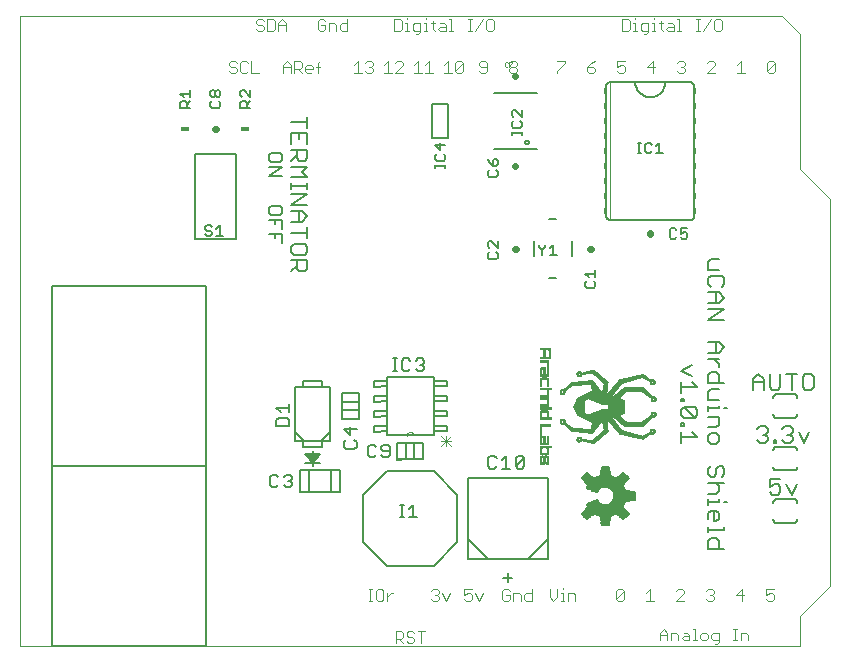
<source format=gto>
G75*
G70*
%OFA0B0*%
%FSLAX24Y24*%
%IPPOS*%
%LPD*%
%AMOC8*
5,1,8,0,0,1.08239X$1,22.5*
%
%ADD10C,0.0060*%
%ADD11C,0.0050*%
%ADD12C,0.0020*%
%ADD13R,0.0050X0.0200*%
%ADD14C,0.0080*%
%ADD15C,0.0220*%
%ADD16C,0.0000*%
%ADD17C,0.0030*%
%ADD18R,0.0300X0.0180*%
%ADD19C,0.0001*%
%ADD20C,0.0059*%
%ADD21C,0.0010*%
D10*
X011312Y007350D02*
X012472Y007350D01*
X012472Y009150D01*
X011312Y009150D01*
X011312Y007350D01*
X011572Y007350D02*
X011572Y007150D01*
X012212Y007150D01*
X012212Y007350D01*
X011572Y007350D01*
X011602Y007350D02*
X011312Y007630D01*
X011892Y007010D02*
X011892Y006510D01*
X011892Y006610D02*
X011942Y006910D01*
X011992Y006910D02*
X011892Y006610D01*
X012042Y006910D01*
X012092Y006910D02*
X011892Y006610D01*
X012142Y006910D01*
X011642Y006910D01*
X011892Y006610D01*
X011842Y006910D01*
X011792Y006910D02*
X011892Y006610D01*
X011742Y006910D01*
X011692Y006910D02*
X011892Y006610D01*
X011642Y006610D02*
X012142Y006610D01*
X012512Y006360D02*
X012812Y006360D01*
X011472Y006360D01*
X011472Y005640D01*
X012812Y005640D01*
X012812Y006360D01*
X012812Y005650D01*
X012512Y005640D01*
X012512Y006360D01*
X011772Y006360D02*
X011472Y006360D01*
X011472Y005640D01*
X011772Y005640D01*
X011772Y006360D01*
X012182Y007350D02*
X012472Y007630D01*
X012862Y008060D02*
X013422Y008060D01*
X013422Y008940D01*
X012862Y008940D01*
X012862Y008060D01*
X013422Y008060D01*
X013422Y008360D01*
X012862Y008360D01*
X012862Y008060D01*
X012862Y008640D02*
X012852Y008940D01*
X013422Y008940D01*
X013422Y008640D01*
X012862Y008640D01*
X012212Y009150D02*
X012212Y009350D01*
X011572Y009350D01*
X011572Y009150D01*
X012212Y009150D01*
X013922Y009150D02*
X014352Y009160D01*
X014352Y009340D01*
X013922Y009340D01*
X013922Y009150D01*
X014352Y009480D02*
X014352Y007520D01*
X015932Y007520D01*
X015932Y009480D01*
X014352Y009480D01*
X014352Y008840D02*
X013922Y008840D01*
X013922Y008650D01*
X014352Y008660D01*
X014352Y008840D01*
X014352Y008340D02*
X013922Y008340D01*
X013922Y008150D01*
X014352Y008160D01*
X014352Y008340D01*
X014352Y007840D02*
X013922Y007840D01*
X013922Y007650D01*
X014352Y007660D01*
X014352Y007840D01*
X014702Y007280D02*
X014702Y006720D01*
X015582Y006720D01*
X015582Y007280D01*
X014702Y007280D01*
X014702Y006710D01*
X015002Y006720D01*
X015002Y007280D01*
X014702Y007280D01*
X015282Y007280D02*
X015582Y007280D01*
X015582Y006720D01*
X015282Y006720D01*
X015282Y007280D01*
X015932Y007660D02*
X016362Y007660D01*
X016362Y007850D01*
X015932Y007840D01*
X015932Y007660D01*
X015932Y008160D02*
X016362Y008160D01*
X016362Y008350D01*
X015932Y008340D01*
X015932Y008160D01*
X015932Y008660D02*
X016362Y008660D01*
X016362Y008850D01*
X015932Y008840D01*
X015932Y008660D01*
X015932Y009160D02*
X016362Y009160D01*
X016362Y009350D01*
X015932Y009340D01*
X015932Y009160D01*
X015932Y006320D02*
X014352Y006320D01*
X013572Y005540D01*
X013572Y003960D01*
X014352Y003180D01*
X015932Y003180D01*
X016712Y003960D01*
X016712Y005540D01*
X015932Y006320D01*
X017052Y006090D02*
X017052Y003410D01*
X019732Y003410D01*
X019732Y006090D01*
X017052Y006090D01*
X017052Y004080D02*
X017722Y003410D01*
X018392Y002930D02*
X018392Y002630D01*
X018242Y002770D02*
X018542Y002770D01*
X019062Y003410D02*
X019732Y004080D01*
X024172Y007281D02*
X024172Y007641D01*
X024172Y007461D02*
X024712Y007461D01*
X024532Y007641D01*
X024262Y007827D02*
X024172Y007827D01*
X024172Y007918D01*
X024262Y007918D01*
X024262Y007827D01*
X024262Y008110D02*
X024172Y008200D01*
X024172Y008380D01*
X024262Y008470D01*
X024622Y008110D01*
X024262Y008110D01*
X024622Y008110D02*
X024712Y008200D01*
X024712Y008380D01*
X024622Y008470D01*
X024262Y008470D01*
X024262Y008656D02*
X024172Y008656D01*
X024172Y008746D01*
X024262Y008746D01*
X024262Y008656D01*
X024172Y008938D02*
X024172Y009299D01*
X024172Y009119D02*
X024712Y009119D01*
X024532Y009299D01*
X024532Y009491D02*
X024172Y009671D01*
X024532Y009851D01*
X025072Y010081D02*
X025432Y010081D01*
X025252Y010081D02*
X025432Y009901D01*
X025432Y009811D01*
X025342Y009621D02*
X025162Y009621D01*
X025072Y009531D01*
X025072Y009261D01*
X025612Y009261D01*
X025432Y009261D02*
X025432Y009531D01*
X025342Y009621D01*
X025432Y009069D02*
X025162Y009069D01*
X025072Y008978D01*
X025072Y008708D01*
X025432Y008708D01*
X025432Y008516D02*
X025432Y008426D01*
X025072Y008426D01*
X025072Y008516D02*
X025072Y008336D01*
X025072Y008148D02*
X025432Y008148D01*
X025432Y007877D01*
X025342Y007787D01*
X025072Y007787D01*
X025162Y007595D02*
X025072Y007505D01*
X025072Y007325D01*
X025162Y007235D01*
X025342Y007235D01*
X025432Y007325D01*
X025432Y007505D01*
X025342Y007595D01*
X025162Y007595D01*
X025612Y008426D02*
X025703Y008426D01*
X026567Y009030D02*
X026567Y009390D01*
X026747Y009570D01*
X026927Y009390D01*
X026927Y009030D01*
X027119Y009120D02*
X027210Y009030D01*
X027390Y009030D01*
X027480Y009120D01*
X027480Y009570D01*
X027672Y009570D02*
X028032Y009570D01*
X027852Y009570D02*
X027852Y009030D01*
X028224Y009120D02*
X028224Y009480D01*
X028315Y009570D01*
X028495Y009570D01*
X028585Y009480D01*
X028585Y009120D01*
X028495Y009030D01*
X028315Y009030D01*
X028224Y009120D01*
X027119Y009120D02*
X027119Y009570D01*
X026927Y009300D02*
X026567Y009300D01*
X025432Y010274D02*
X025072Y010274D01*
X025342Y010274D02*
X025342Y010634D01*
X025432Y010634D02*
X025612Y010454D01*
X025432Y010274D01*
X025432Y010634D02*
X025072Y010634D01*
X025072Y011378D02*
X025612Y011378D01*
X025612Y011739D02*
X025072Y011739D01*
X025072Y011931D02*
X025432Y011931D01*
X025612Y012111D01*
X025432Y012291D01*
X025072Y012291D01*
X025162Y012483D02*
X025072Y012574D01*
X025072Y012754D01*
X025162Y012844D01*
X025522Y012844D01*
X025612Y012754D01*
X025612Y012574D01*
X025522Y012483D01*
X025342Y012291D02*
X025342Y011931D01*
X025612Y011739D02*
X025072Y011378D01*
X025072Y013036D02*
X025432Y013036D01*
X025072Y013036D02*
X025072Y013306D01*
X025162Y013396D01*
X025432Y013396D01*
X024381Y014137D02*
X024324Y014080D01*
X024210Y014080D01*
X024154Y014137D01*
X024154Y014250D02*
X024267Y014307D01*
X024324Y014307D01*
X024381Y014250D01*
X024381Y014137D01*
X024154Y014250D02*
X024154Y014420D01*
X024381Y014420D01*
X024462Y014700D02*
X021822Y014700D01*
X021799Y014702D01*
X021776Y014707D01*
X021754Y014716D01*
X021734Y014729D01*
X021716Y014744D01*
X021701Y014762D01*
X021688Y014782D01*
X021679Y014804D01*
X021674Y014827D01*
X021672Y014850D01*
X021672Y019150D01*
X021674Y019173D01*
X021679Y019196D01*
X021688Y019218D01*
X021701Y019238D01*
X021716Y019256D01*
X021734Y019271D01*
X021754Y019284D01*
X021776Y019293D01*
X021799Y019298D01*
X021822Y019300D01*
X024462Y019300D01*
X024485Y019298D01*
X024508Y019293D01*
X024530Y019284D01*
X024550Y019271D01*
X024568Y019256D01*
X024583Y019238D01*
X024596Y019218D01*
X024605Y019196D01*
X024610Y019173D01*
X024612Y019150D01*
X024612Y014850D01*
X024610Y014827D01*
X024605Y014804D01*
X024596Y014782D01*
X024583Y014762D01*
X024568Y014744D01*
X024550Y014729D01*
X024530Y014716D01*
X024508Y014707D01*
X024485Y014702D01*
X024462Y014700D01*
X024012Y014364D02*
X023955Y014420D01*
X023842Y014420D01*
X023785Y014364D01*
X023785Y014137D01*
X023842Y014080D01*
X023955Y014080D01*
X024012Y014137D01*
X021312Y013025D02*
X021312Y012798D01*
X021312Y012912D02*
X020972Y012912D01*
X021085Y012798D01*
X021028Y012657D02*
X020972Y012600D01*
X020972Y012487D01*
X021028Y012430D01*
X021255Y012430D01*
X021312Y012487D01*
X021312Y012600D01*
X021255Y012657D01*
X020017Y013530D02*
X019790Y013530D01*
X019904Y013530D02*
X019904Y013870D01*
X019790Y013757D01*
X019649Y013814D02*
X019649Y013870D01*
X019649Y013814D02*
X019535Y013700D01*
X019535Y013530D01*
X019535Y013700D02*
X019422Y013814D01*
X019422Y013870D01*
X018062Y013762D02*
X017835Y013989D01*
X017778Y013989D01*
X017722Y013932D01*
X017722Y013818D01*
X017778Y013762D01*
X017778Y013620D02*
X017722Y013564D01*
X017722Y013450D01*
X017778Y013393D01*
X018005Y013393D01*
X018062Y013450D01*
X018062Y013564D01*
X018005Y013620D01*
X018062Y013762D02*
X018062Y013989D01*
X018005Y016143D02*
X017778Y016143D01*
X017722Y016200D01*
X017722Y016314D01*
X017778Y016370D01*
X017892Y016512D02*
X017892Y016682D01*
X017949Y016739D01*
X018005Y016739D01*
X018062Y016682D01*
X018062Y016568D01*
X018005Y016512D01*
X017892Y016512D01*
X017778Y016625D01*
X017722Y016739D01*
X017932Y017070D02*
X019352Y017070D01*
X018862Y017530D02*
X018862Y017643D01*
X018862Y017587D02*
X018522Y017587D01*
X018522Y017643D02*
X018522Y017530D01*
X018578Y017776D02*
X018805Y017776D01*
X018862Y017832D01*
X018862Y017946D01*
X018805Y018002D01*
X018862Y018144D02*
X018635Y018371D01*
X018578Y018371D01*
X018522Y018314D01*
X018522Y018201D01*
X018578Y018144D01*
X018578Y018002D02*
X018522Y017946D01*
X018522Y017832D01*
X018578Y017776D01*
X018862Y018144D02*
X018862Y018371D01*
X019352Y018930D02*
X017932Y018930D01*
X016402Y018560D02*
X016402Y017440D01*
X015882Y017440D01*
X015882Y018560D01*
X016402Y018560D01*
X016142Y017271D02*
X016142Y017044D01*
X015972Y017214D01*
X016312Y017214D01*
X016255Y016902D02*
X016312Y016846D01*
X016312Y016732D01*
X016255Y016676D01*
X016028Y016676D01*
X015972Y016732D01*
X015972Y016846D01*
X016028Y016902D01*
X015972Y016543D02*
X015972Y016430D01*
X015972Y016487D02*
X016312Y016487D01*
X016312Y016543D02*
X016312Y016430D01*
X018005Y016370D02*
X018062Y016314D01*
X018062Y016200D01*
X018005Y016143D01*
X022722Y016930D02*
X022835Y016930D01*
X022779Y016930D02*
X022779Y017270D01*
X022835Y017270D02*
X022722Y017270D01*
X022968Y017214D02*
X022968Y016987D01*
X023024Y016930D01*
X023138Y016930D01*
X023194Y016987D01*
X023336Y016930D02*
X023563Y016930D01*
X023449Y016930D02*
X023449Y017270D01*
X023336Y017157D01*
X023194Y017214D02*
X023138Y017270D01*
X023024Y017270D01*
X022968Y017214D01*
X022642Y019300D02*
X022644Y019256D01*
X022650Y019213D01*
X022659Y019171D01*
X022672Y019129D01*
X022689Y019089D01*
X022709Y019050D01*
X022732Y019013D01*
X022759Y018979D01*
X022788Y018946D01*
X022821Y018917D01*
X022855Y018890D01*
X022892Y018867D01*
X022931Y018847D01*
X022971Y018830D01*
X023013Y018817D01*
X023055Y018808D01*
X023098Y018802D01*
X023142Y018800D01*
X023186Y018802D01*
X023229Y018808D01*
X023271Y018817D01*
X023313Y018830D01*
X023353Y018847D01*
X023392Y018867D01*
X023429Y018890D01*
X023463Y018917D01*
X023496Y018946D01*
X023525Y018979D01*
X023552Y019013D01*
X023575Y019050D01*
X023595Y019089D01*
X023612Y019129D01*
X023625Y019171D01*
X023634Y019213D01*
X023640Y019256D01*
X023642Y019300D01*
X011712Y018140D02*
X011712Y017780D01*
X011712Y017960D02*
X011172Y017960D01*
X011172Y017588D02*
X011172Y017228D01*
X011172Y017035D02*
X011712Y017035D01*
X011712Y016765D01*
X011622Y016675D01*
X011442Y016675D01*
X011352Y016765D01*
X011352Y017035D01*
X011352Y016855D02*
X011172Y016675D01*
X011172Y016483D02*
X011712Y016483D01*
X011532Y016303D01*
X011712Y016123D01*
X011172Y016123D01*
X011172Y015930D02*
X011172Y015750D01*
X011172Y015840D02*
X011712Y015840D01*
X011712Y015930D02*
X011712Y015750D01*
X011712Y015562D02*
X011172Y015562D01*
X011172Y015202D02*
X011712Y015202D01*
X011532Y015010D02*
X011172Y015010D01*
X011172Y015202D02*
X011712Y015562D01*
X011532Y015010D02*
X011712Y014829D01*
X011532Y014649D01*
X011172Y014649D01*
X011442Y014649D02*
X011442Y015010D01*
X011712Y014457D02*
X011712Y014097D01*
X011712Y014277D02*
X011172Y014277D01*
X011262Y013905D02*
X011172Y013815D01*
X011172Y013634D01*
X011262Y013544D01*
X011622Y013544D01*
X011712Y013634D01*
X011712Y013815D01*
X011622Y013905D01*
X011262Y013905D01*
X011172Y013352D02*
X011712Y013352D01*
X011712Y013082D01*
X011622Y012992D01*
X011442Y012992D01*
X011352Y013082D01*
X011352Y013352D01*
X011352Y013172D02*
X011172Y012992D01*
X008899Y014180D02*
X008672Y014180D01*
X008785Y014180D02*
X008785Y014520D01*
X008672Y014407D01*
X008531Y014464D02*
X008474Y014520D01*
X008360Y014520D01*
X008304Y014464D01*
X008304Y014407D01*
X008360Y014350D01*
X008474Y014350D01*
X008531Y014293D01*
X008531Y014237D01*
X008474Y014180D01*
X008360Y014180D01*
X008304Y014237D01*
X011712Y017228D02*
X011712Y017588D01*
X011172Y017588D01*
X011442Y017588D02*
X011442Y017408D01*
X009812Y018430D02*
X009472Y018430D01*
X009472Y018600D01*
X009528Y018657D01*
X009642Y018657D01*
X009699Y018600D01*
X009699Y018430D01*
X009699Y018543D02*
X009812Y018657D01*
X009812Y018798D02*
X009585Y019025D01*
X009528Y019025D01*
X009472Y018968D01*
X009472Y018855D01*
X009528Y018798D01*
X009812Y018798D02*
X009812Y019025D01*
X008812Y018968D02*
X008812Y018855D01*
X008755Y018798D01*
X008699Y018798D01*
X008642Y018855D01*
X008642Y018968D01*
X008699Y019025D01*
X008755Y019025D01*
X008812Y018968D01*
X008642Y018968D02*
X008585Y019025D01*
X008528Y019025D01*
X008472Y018968D01*
X008472Y018855D01*
X008528Y018798D01*
X008585Y018798D01*
X008642Y018855D01*
X008755Y018657D02*
X008812Y018600D01*
X008812Y018487D01*
X008755Y018430D01*
X008528Y018430D01*
X008472Y018487D01*
X008472Y018600D01*
X008528Y018657D01*
X007812Y018657D02*
X007699Y018543D01*
X007699Y018600D02*
X007699Y018430D01*
X007812Y018430D02*
X007472Y018430D01*
X007472Y018600D01*
X007528Y018657D01*
X007642Y018657D01*
X007699Y018600D01*
X007812Y018798D02*
X007812Y019025D01*
X007812Y018912D02*
X007472Y018912D01*
X007585Y018798D01*
X025072Y006400D02*
X025072Y006220D01*
X025162Y006130D01*
X025252Y006130D01*
X025342Y006220D01*
X025342Y006400D01*
X025432Y006490D01*
X025522Y006490D01*
X025612Y006400D01*
X025612Y006220D01*
X025522Y006130D01*
X025612Y005938D02*
X025072Y005938D01*
X025342Y005938D02*
X025432Y005848D01*
X025432Y005668D01*
X025342Y005578D01*
X025072Y005578D01*
X025072Y005385D02*
X025072Y005205D01*
X025072Y005295D02*
X025432Y005295D01*
X025432Y005385D01*
X025612Y005295D02*
X025703Y005295D01*
X025342Y005017D02*
X025432Y004927D01*
X025432Y004747D01*
X025342Y004657D01*
X025252Y004657D01*
X025252Y005017D01*
X025162Y005017D02*
X025342Y005017D01*
X025162Y005017D02*
X025072Y004927D01*
X025072Y004747D01*
X025072Y004465D02*
X025072Y004284D01*
X025072Y004375D02*
X025612Y004375D01*
X025612Y004465D01*
X025342Y004096D02*
X025162Y004096D01*
X025072Y004006D01*
X025072Y003736D01*
X025612Y003736D01*
X025432Y003736D02*
X025432Y004006D01*
X025342Y004096D01*
X027119Y005620D02*
X027210Y005530D01*
X027390Y005530D01*
X027480Y005620D01*
X027480Y005800D01*
X027390Y005890D01*
X027300Y005890D01*
X027119Y005800D01*
X027119Y006070D01*
X027480Y006070D01*
X027672Y005890D02*
X027852Y005530D01*
X028032Y005890D01*
X027804Y007280D02*
X027624Y007280D01*
X027534Y007370D01*
X027348Y007370D02*
X027348Y007280D01*
X027258Y007280D01*
X027258Y007370D01*
X027348Y007370D01*
X027065Y007370D02*
X027065Y007460D01*
X026975Y007550D01*
X026885Y007550D01*
X026975Y007550D02*
X027065Y007640D01*
X027065Y007730D01*
X026975Y007820D01*
X026795Y007820D01*
X026705Y007730D01*
X026705Y007370D02*
X026795Y007280D01*
X026975Y007280D01*
X027065Y007370D01*
X027534Y007730D02*
X027624Y007820D01*
X027804Y007820D01*
X027894Y007730D01*
X027894Y007640D01*
X027804Y007550D01*
X027894Y007460D01*
X027894Y007370D01*
X027804Y007280D01*
X027804Y007550D02*
X027714Y007550D01*
X028086Y007640D02*
X028266Y007280D01*
X028447Y007640D01*
X025162Y006490D02*
X025072Y006400D01*
D11*
X010867Y013945D02*
X010867Y014245D01*
X010417Y014245D01*
X010642Y014245D02*
X010642Y014095D01*
X010867Y014405D02*
X010867Y014705D01*
X010417Y014705D01*
X010492Y014865D02*
X010792Y014865D01*
X010867Y014940D01*
X010867Y015091D01*
X010792Y015166D01*
X010492Y015166D01*
X010417Y015091D01*
X010417Y014940D01*
X010492Y014865D01*
X010642Y014705D02*
X010642Y014555D01*
X010417Y016175D02*
X010867Y016175D01*
X010867Y016475D02*
X010417Y016175D01*
X010417Y016475D02*
X010867Y016475D01*
X010792Y016635D02*
X010867Y016710D01*
X010867Y016860D01*
X010792Y016935D01*
X010492Y016935D01*
X010417Y016860D01*
X010417Y016710D01*
X010492Y016635D01*
X010792Y016635D01*
D12*
X021812Y014700D02*
X021812Y019300D01*
D13*
X021647Y019000D03*
X021647Y018500D03*
X021647Y018000D03*
X021647Y017500D03*
X021647Y017000D03*
X021647Y016500D03*
X021647Y016000D03*
X021647Y015500D03*
X021647Y015000D03*
X024637Y015000D03*
X024637Y015500D03*
X024637Y016000D03*
X024637Y016500D03*
X024637Y017000D03*
X024637Y017500D03*
X024637Y018000D03*
X024637Y018500D03*
X024637Y019000D03*
D14*
X018975Y017290D02*
X018977Y017305D01*
X018983Y017318D01*
X018992Y017330D01*
X019003Y017339D01*
X019017Y017345D01*
X019032Y017347D01*
X019047Y017345D01*
X019060Y017339D01*
X019072Y017330D01*
X019081Y017319D01*
X019087Y017305D01*
X019089Y017290D01*
X019087Y017275D01*
X019081Y017262D01*
X019072Y017250D01*
X019061Y017241D01*
X019047Y017235D01*
X019032Y017233D01*
X019017Y017235D01*
X019004Y017241D01*
X018992Y017250D01*
X018983Y017261D01*
X018977Y017275D01*
X018975Y017290D01*
X019774Y014734D02*
X020010Y014734D01*
X020522Y013986D02*
X020522Y013514D01*
X020010Y012766D02*
X019774Y012766D01*
X019262Y013514D02*
X019262Y013986D01*
X015541Y010085D02*
X015611Y010015D01*
X015611Y009945D01*
X015541Y009875D01*
X015611Y009805D01*
X015611Y009735D01*
X015541Y009665D01*
X015400Y009665D01*
X015330Y009735D01*
X015150Y009735D02*
X015080Y009665D01*
X014940Y009665D01*
X014870Y009735D01*
X014870Y010015D01*
X014940Y010085D01*
X015080Y010085D01*
X015150Y010015D01*
X015330Y010015D02*
X015400Y010085D01*
X015541Y010085D01*
X015541Y009875D02*
X015471Y009875D01*
X014703Y009665D02*
X014563Y009665D01*
X014633Y009665D02*
X014633Y010085D01*
X014563Y010085D02*
X014703Y010085D01*
X013142Y007815D02*
X013142Y007535D01*
X012932Y007745D01*
X013352Y007745D01*
X013282Y007355D02*
X013352Y007285D01*
X013352Y007145D01*
X013282Y007075D01*
X013002Y007075D01*
X012932Y007145D01*
X012932Y007285D01*
X013002Y007355D01*
X013717Y007140D02*
X013717Y006860D01*
X013787Y006790D01*
X013927Y006790D01*
X013997Y006860D01*
X014177Y006860D02*
X014247Y006790D01*
X014387Y006790D01*
X014457Y006860D01*
X014457Y007140D01*
X014387Y007210D01*
X014247Y007210D01*
X014177Y007140D01*
X014177Y007070D01*
X014247Y007000D01*
X014457Y007000D01*
X013997Y007140D02*
X013927Y007210D01*
X013787Y007210D01*
X013717Y007140D01*
X014793Y005210D02*
X014933Y005210D01*
X014863Y005210D02*
X014863Y004790D01*
X014793Y004790D02*
X014933Y004790D01*
X015100Y004790D02*
X015380Y004790D01*
X015240Y004790D02*
X015240Y005210D01*
X015100Y005070D01*
X017736Y006485D02*
X017806Y006415D01*
X017947Y006415D01*
X018017Y006485D01*
X018197Y006415D02*
X018477Y006415D01*
X018337Y006415D02*
X018337Y006835D01*
X018197Y006695D01*
X018017Y006765D02*
X017947Y006835D01*
X017806Y006835D01*
X017736Y006765D01*
X017736Y006485D01*
X018657Y006485D02*
X018937Y006765D01*
X018937Y006485D01*
X018867Y006415D01*
X018727Y006415D01*
X018657Y006485D01*
X018657Y006765D01*
X018727Y006835D01*
X018867Y006835D01*
X018937Y006765D01*
X011207Y006140D02*
X011207Y006070D01*
X011137Y006000D01*
X011207Y005930D01*
X011207Y005860D01*
X011137Y005790D01*
X010997Y005790D01*
X010927Y005860D01*
X010747Y005860D02*
X010677Y005790D01*
X010537Y005790D01*
X010467Y005860D01*
X010467Y006140D01*
X010537Y006210D01*
X010677Y006210D01*
X010747Y006140D01*
X010927Y006140D02*
X010997Y006210D01*
X011137Y006210D01*
X011207Y006140D01*
X011137Y006000D02*
X011067Y006000D01*
X011102Y007825D02*
X010682Y007825D01*
X010682Y008035D01*
X010752Y008105D01*
X011032Y008105D01*
X011102Y008035D01*
X011102Y007825D01*
X011102Y008285D02*
X011102Y008565D01*
X011102Y008425D02*
X010682Y008425D01*
X010822Y008285D01*
X008329Y006500D02*
X003211Y006500D01*
X003211Y000500D01*
X008329Y000500D01*
X008329Y006500D01*
X003211Y006500D01*
X003211Y012500D01*
X008329Y012500D01*
X008329Y006500D01*
X007953Y014083D02*
X007953Y016917D01*
X009331Y016917D01*
X009331Y014083D01*
X007953Y014083D01*
X027327Y008894D02*
X027957Y008894D01*
X027957Y008893D02*
X027973Y008888D01*
X027989Y008880D01*
X028003Y008870D01*
X028015Y008858D01*
X028025Y008843D01*
X028032Y008827D01*
X028036Y008810D01*
X028037Y008793D01*
X028035Y008775D01*
X027327Y008893D02*
X027311Y008888D01*
X027295Y008880D01*
X027281Y008870D01*
X027269Y008858D01*
X027259Y008843D01*
X027252Y008827D01*
X027248Y008810D01*
X027247Y008793D01*
X027249Y008775D01*
X027249Y008225D02*
X027247Y008207D01*
X027248Y008190D01*
X027252Y008173D01*
X027259Y008157D01*
X027269Y008142D01*
X027281Y008130D01*
X027295Y008120D01*
X027311Y008112D01*
X027327Y008107D01*
X027327Y008106D02*
X027957Y008106D01*
X027957Y008107D02*
X027973Y008112D01*
X027989Y008120D01*
X028003Y008130D01*
X028015Y008142D01*
X028025Y008157D01*
X028032Y008173D01*
X028036Y008190D01*
X028037Y008207D01*
X028035Y008225D01*
X027957Y007144D02*
X027327Y007144D01*
X027327Y007143D02*
X027311Y007138D01*
X027295Y007130D01*
X027281Y007120D01*
X027269Y007108D01*
X027259Y007093D01*
X027252Y007077D01*
X027248Y007060D01*
X027247Y007043D01*
X027249Y007025D01*
X027249Y006475D02*
X027247Y006457D01*
X027248Y006440D01*
X027252Y006423D01*
X027259Y006407D01*
X027269Y006392D01*
X027281Y006380D01*
X027295Y006370D01*
X027311Y006362D01*
X027327Y006357D01*
X027327Y006356D02*
X027957Y006356D01*
X027957Y006357D02*
X027973Y006362D01*
X027989Y006370D01*
X028003Y006380D01*
X028015Y006392D01*
X028025Y006407D01*
X028032Y006423D01*
X028036Y006440D01*
X028037Y006457D01*
X028035Y006475D01*
X028035Y007025D02*
X028037Y007043D01*
X028036Y007060D01*
X028032Y007077D01*
X028025Y007093D01*
X028015Y007108D01*
X028003Y007120D01*
X027989Y007130D01*
X027973Y007138D01*
X027957Y007143D01*
X027957Y005394D02*
X027327Y005394D01*
X027327Y005393D02*
X027311Y005388D01*
X027295Y005380D01*
X027281Y005370D01*
X027269Y005358D01*
X027259Y005343D01*
X027252Y005327D01*
X027248Y005310D01*
X027247Y005293D01*
X027249Y005275D01*
X027249Y004725D02*
X027247Y004707D01*
X027248Y004690D01*
X027252Y004673D01*
X027259Y004657D01*
X027269Y004642D01*
X027281Y004630D01*
X027295Y004620D01*
X027311Y004612D01*
X027327Y004607D01*
X027327Y004606D02*
X027957Y004606D01*
X027957Y004607D02*
X027973Y004612D01*
X027989Y004620D01*
X028003Y004630D01*
X028015Y004642D01*
X028025Y004657D01*
X028032Y004673D01*
X028036Y004690D01*
X028037Y004707D01*
X028035Y004725D01*
X028035Y005275D02*
X028037Y005293D01*
X028036Y005310D01*
X028032Y005327D01*
X028025Y005343D01*
X028015Y005358D01*
X028003Y005370D01*
X027989Y005380D01*
X027973Y005388D01*
X027957Y005393D01*
D15*
X021154Y013750D02*
X021130Y013750D01*
X023142Y014238D02*
X023142Y014262D01*
X018654Y013750D02*
X018630Y013750D01*
X018642Y016488D02*
X018642Y016512D01*
X018642Y019488D02*
X018642Y019512D01*
X008654Y017750D02*
X008630Y017750D01*
D16*
X002142Y021500D02*
X002142Y000500D01*
X028142Y000500D01*
X028142Y001500D01*
X029142Y002500D01*
X029142Y015400D01*
X028142Y016400D01*
X028142Y020900D01*
X027542Y021500D01*
X002142Y021500D01*
X019459Y010435D02*
X019459Y010384D01*
X019581Y010384D01*
X019581Y010266D01*
X019581Y010238D01*
X019609Y010238D01*
X019632Y010238D01*
X019632Y010140D01*
X019746Y010140D01*
X019754Y010144D01*
X019754Y010238D01*
X019809Y010238D01*
X019809Y010152D01*
X019801Y010128D01*
X019790Y010104D01*
X019770Y010093D01*
X019746Y010089D01*
X019459Y010089D01*
X019459Y010140D01*
X019581Y010140D01*
X019581Y010238D01*
X019632Y010238D01*
X019632Y010384D01*
X019746Y010384D01*
X019754Y010380D01*
X019754Y010238D01*
X019809Y010238D01*
X019809Y010372D01*
X019801Y010400D01*
X019790Y010419D01*
X019770Y010431D01*
X019746Y010435D01*
X019459Y010435D01*
X019459Y010033D02*
X019675Y010033D01*
X019699Y010030D01*
X019723Y010014D01*
X019734Y009994D01*
X019738Y009970D01*
X019738Y009813D01*
X019687Y009813D01*
X019687Y009970D01*
X019683Y009978D01*
X019675Y009982D01*
X019459Y009982D01*
X019459Y010033D01*
X019498Y009781D02*
X019479Y009766D01*
X019463Y009746D01*
X019459Y009722D01*
X019459Y009620D01*
X019475Y009628D01*
X019494Y009632D01*
X019510Y009636D01*
X019510Y009722D01*
X019514Y009730D01*
X019522Y009734D01*
X019573Y009734D01*
X019573Y009640D01*
X019601Y009640D01*
X019624Y009640D01*
X019624Y009785D01*
X019522Y009785D01*
X019498Y009781D01*
X019510Y009636D02*
X019494Y009632D01*
X019475Y009628D01*
X019459Y009620D01*
X019459Y009502D01*
X019463Y009498D01*
X019459Y009498D01*
X019459Y009502D01*
X019463Y009498D01*
X019675Y009498D01*
X019699Y009502D01*
X019723Y009518D01*
X019734Y009537D01*
X019738Y009561D01*
X019738Y009593D01*
X019738Y009620D01*
X019719Y009628D01*
X019699Y009632D01*
X019687Y009636D01*
X019687Y009785D01*
X019738Y009785D01*
X019738Y009620D01*
X019719Y009628D01*
X019699Y009632D01*
X019687Y009636D01*
X019687Y009561D01*
X019683Y009557D01*
X019675Y009553D01*
X019624Y009553D01*
X019624Y009640D01*
X019573Y009640D01*
X019573Y009553D01*
X019510Y009553D01*
X019510Y009636D01*
X019522Y009451D02*
X019675Y009451D01*
X019699Y009447D01*
X019723Y009431D01*
X019734Y009411D01*
X019738Y009388D01*
X019738Y009163D01*
X019687Y009163D01*
X019687Y009388D01*
X019683Y009396D01*
X019514Y009396D01*
X019510Y009388D01*
X019510Y009163D01*
X019459Y009163D01*
X019459Y009388D01*
X019463Y009411D01*
X019479Y009431D01*
X019498Y009447D01*
X019522Y009451D01*
X019459Y009112D02*
X019833Y009112D01*
X019833Y009057D01*
X019738Y009057D01*
X019738Y008923D01*
X019738Y008888D01*
X019734Y008864D01*
X019723Y008844D01*
X019699Y008829D01*
X019675Y008825D01*
X019459Y008825D01*
X019459Y008876D01*
X019675Y008876D01*
X019683Y008880D01*
X019687Y008888D01*
X019687Y009049D01*
X019683Y009057D01*
X019459Y009057D01*
X019459Y009112D01*
X019459Y008785D02*
X019738Y008785D01*
X019738Y008596D01*
X019738Y008565D01*
X019734Y008541D01*
X019723Y008518D01*
X019699Y008506D01*
X019675Y008502D01*
X019459Y008502D01*
X019459Y008553D01*
X019675Y008553D01*
X019683Y008557D01*
X019687Y008565D01*
X019687Y008722D01*
X019683Y008730D01*
X019675Y008734D01*
X019459Y008734D01*
X019459Y008785D01*
X019459Y008451D02*
X019459Y008423D01*
X019459Y008400D01*
X019738Y008400D01*
X019738Y008451D01*
X019459Y008451D01*
X019498Y008360D02*
X019479Y008344D01*
X019463Y008325D01*
X019459Y008301D01*
X019459Y008226D01*
X019479Y008238D01*
X019498Y008246D01*
X019510Y008246D01*
X019510Y008301D01*
X019514Y008309D01*
X019522Y008313D01*
X019675Y008313D01*
X019683Y008309D01*
X019687Y008301D01*
X019687Y008254D01*
X019715Y008254D01*
X019738Y008254D01*
X019738Y008301D01*
X019734Y008325D01*
X019723Y008344D01*
X019699Y008360D01*
X019675Y008364D01*
X019522Y008364D01*
X019498Y008360D01*
X019498Y008246D02*
X019479Y008238D01*
X019459Y008226D01*
X019459Y008077D01*
X019833Y008077D01*
X019833Y008132D01*
X019738Y008132D01*
X019738Y008222D01*
X019738Y008254D01*
X019687Y008254D01*
X019687Y008140D01*
X019683Y008132D01*
X019514Y008132D01*
X019510Y008140D01*
X019510Y008246D01*
X019498Y008246D01*
X019778Y008400D02*
X019778Y008451D01*
X019805Y008451D01*
X019833Y008451D01*
X019833Y008400D01*
X019778Y008400D01*
X020152Y008057D02*
X020136Y008037D01*
X020124Y008010D01*
X020148Y008002D01*
X020160Y008002D01*
X020175Y008030D01*
X020203Y008041D01*
X020234Y008030D01*
X020246Y008002D01*
X020250Y008002D01*
X020266Y008006D01*
X020286Y008014D01*
X020274Y008037D01*
X020254Y008057D01*
X020231Y008073D01*
X020203Y008077D01*
X020175Y008069D01*
X020152Y008057D01*
X020124Y008010D02*
X020120Y007990D01*
X020124Y007959D01*
X020144Y007931D01*
X020171Y007911D01*
X020203Y007907D01*
X020227Y007907D01*
X020250Y007919D01*
X020274Y007896D01*
X020297Y007872D01*
X020325Y007848D01*
X020349Y007825D01*
X020372Y007801D01*
X020400Y007774D01*
X020423Y007750D01*
X020447Y007726D01*
X020475Y007703D01*
X020498Y007679D01*
X020530Y007675D01*
X020565Y007671D01*
X020597Y007671D01*
X020632Y007667D01*
X020664Y007663D01*
X020699Y007659D01*
X020731Y007656D01*
X020766Y007652D01*
X020797Y007648D01*
X020833Y007644D01*
X020864Y007640D01*
X020900Y007636D01*
X020931Y007632D01*
X020967Y007628D01*
X020998Y007624D01*
X021034Y007620D01*
X021065Y007616D01*
X021101Y007612D01*
X021132Y007612D01*
X021168Y007608D01*
X021199Y007604D01*
X021223Y007632D01*
X021242Y007659D01*
X021262Y007687D01*
X021282Y007715D01*
X021301Y007742D01*
X021321Y007770D01*
X021345Y007797D01*
X021364Y007821D01*
X021384Y007848D01*
X021404Y007876D01*
X021423Y007904D01*
X021443Y007931D01*
X021467Y007959D01*
X021486Y007986D01*
X021506Y008014D01*
X021534Y008022D01*
X021542Y007990D01*
X021546Y007959D01*
X021553Y007923D01*
X021557Y007892D01*
X021565Y007860D01*
X021569Y007829D01*
X021577Y007797D01*
X021581Y007766D01*
X021589Y007734D01*
X021593Y007699D01*
X021569Y007679D01*
X021542Y007656D01*
X021518Y007632D01*
X021490Y007608D01*
X021467Y007589D01*
X021443Y007565D01*
X021416Y007541D01*
X021392Y007518D01*
X021364Y007498D01*
X021341Y007474D01*
X021313Y007451D01*
X021290Y007427D01*
X021262Y007404D01*
X021238Y007384D01*
X021215Y007360D01*
X021179Y007364D01*
X021148Y007368D01*
X021112Y007372D01*
X021081Y007376D01*
X021049Y007380D01*
X021014Y007384D01*
X020983Y007388D01*
X020951Y007392D01*
X020916Y007396D01*
X020884Y007400D01*
X020849Y007404D01*
X020845Y007431D01*
X020825Y007459D01*
X020801Y007474D01*
X020770Y007482D01*
X020766Y007482D01*
X020734Y007478D01*
X020707Y007459D01*
X020687Y007431D01*
X020679Y007400D01*
X020687Y007368D01*
X020707Y007341D01*
X020734Y007321D01*
X020766Y007313D01*
X020778Y007317D01*
X020786Y007344D01*
X020790Y007360D01*
X020766Y007348D01*
X020742Y007356D01*
X020723Y007376D01*
X020719Y007400D01*
X020723Y007423D01*
X020742Y007443D01*
X020766Y007447D01*
X020790Y007439D01*
X020786Y007443D01*
X020782Y007463D01*
X020770Y007482D01*
X020782Y007463D01*
X020786Y007443D01*
X020790Y007439D01*
X020805Y007423D01*
X020813Y007400D01*
X020809Y007376D01*
X020790Y007360D01*
X020786Y007344D01*
X020778Y007317D01*
X020805Y007325D01*
X020829Y007344D01*
X020845Y007368D01*
X020876Y007360D01*
X020908Y007352D01*
X020939Y007344D01*
X020971Y007333D01*
X020998Y007325D01*
X021030Y007317D01*
X021061Y007309D01*
X021093Y007301D01*
X021124Y007293D01*
X021156Y007281D01*
X021187Y007274D01*
X021219Y007266D01*
X021250Y007266D01*
X021274Y007285D01*
X021301Y007309D01*
X021329Y007333D01*
X021353Y007352D01*
X021380Y007376D01*
X021408Y007400D01*
X021431Y007419D01*
X021459Y007443D01*
X021483Y007467D01*
X021510Y007486D01*
X021538Y007510D01*
X021561Y007533D01*
X021589Y007557D01*
X021612Y007577D01*
X021640Y007600D01*
X021668Y007624D01*
X021691Y007644D01*
X021719Y007667D01*
X021715Y007699D01*
X021711Y007730D01*
X021707Y007762D01*
X021703Y007797D01*
X021703Y007829D01*
X021699Y007860D01*
X021695Y007892D01*
X021691Y007923D01*
X021687Y007959D01*
X021683Y007990D01*
X021683Y008022D01*
X021679Y008053D01*
X021675Y008085D01*
X021679Y008089D01*
X021703Y008065D01*
X021723Y008037D01*
X021746Y008014D01*
X021766Y007990D01*
X021790Y007963D01*
X021809Y007939D01*
X021833Y007911D01*
X021853Y007888D01*
X021876Y007860D01*
X021896Y007837D01*
X021920Y007809D01*
X021939Y007785D01*
X021963Y007758D01*
X021983Y007734D01*
X022006Y007711D01*
X022026Y007683D01*
X022049Y007659D01*
X022069Y007632D01*
X022093Y007608D01*
X022112Y007581D01*
X022144Y007573D01*
X022179Y007569D01*
X022211Y007561D01*
X022242Y007553D01*
X022274Y007545D01*
X022309Y007537D01*
X022341Y007530D01*
X022372Y007526D01*
X022404Y007518D01*
X022439Y007510D01*
X022471Y007502D01*
X022502Y007494D01*
X022534Y007486D01*
X022569Y007478D01*
X022601Y007474D01*
X022632Y007467D01*
X022664Y007459D01*
X022699Y007451D01*
X022731Y007443D01*
X022762Y007435D01*
X022794Y007431D01*
X022825Y007423D01*
X022860Y007415D01*
X022892Y007407D01*
X022916Y007427D01*
X022943Y007447D01*
X022967Y007467D01*
X022994Y007486D01*
X023018Y007506D01*
X023046Y007522D01*
X023069Y007541D01*
X023097Y007561D01*
X023120Y007581D01*
X023148Y007600D01*
X023175Y007585D01*
X023203Y007577D01*
X023227Y007585D01*
X023250Y007593D01*
X023270Y007612D01*
X023286Y007636D01*
X023290Y007663D01*
X023286Y007691D01*
X023274Y007715D01*
X023254Y007730D01*
X023231Y007742D01*
X023223Y007726D01*
X023219Y007707D01*
X023242Y007691D01*
X023254Y007663D01*
X023242Y007636D01*
X023215Y007620D01*
X023219Y007612D01*
X023227Y007585D01*
X023219Y007612D01*
X023215Y007620D01*
X023203Y007616D01*
X023179Y007620D01*
X023164Y007640D01*
X023156Y007663D01*
X023164Y007687D01*
X023179Y007707D01*
X023203Y007711D01*
X023219Y007707D01*
X023223Y007726D01*
X023231Y007742D01*
X023203Y007750D01*
X023171Y007742D01*
X023144Y007722D01*
X023124Y007695D01*
X023120Y007663D01*
X023124Y007636D01*
X023097Y007624D01*
X023065Y007608D01*
X023038Y007593D01*
X023010Y007577D01*
X022983Y007561D01*
X022951Y007549D01*
X022923Y007533D01*
X022896Y007518D01*
X022868Y007502D01*
X022837Y007514D01*
X022805Y007522D01*
X022770Y007530D01*
X022738Y007541D01*
X022707Y007549D01*
X022675Y007557D01*
X022644Y007569D01*
X022612Y007577D01*
X022581Y007585D01*
X022549Y007593D01*
X022514Y007604D01*
X022483Y007612D01*
X022451Y007620D01*
X022420Y007632D01*
X022388Y007640D01*
X022357Y007648D01*
X022325Y007659D01*
X022290Y007667D01*
X022258Y007675D01*
X022227Y007687D01*
X022195Y007695D01*
X022164Y007703D01*
X022144Y007730D01*
X022120Y007758D01*
X022101Y007785D01*
X022081Y007813D01*
X022061Y007841D01*
X022038Y007872D01*
X022018Y007900D01*
X021998Y007927D01*
X021979Y007955D01*
X021955Y007982D01*
X021935Y008010D01*
X021916Y008037D01*
X021896Y008065D01*
X021872Y008093D01*
X021853Y008120D01*
X021833Y008148D01*
X021813Y008175D01*
X021833Y008187D01*
X021853Y008199D01*
X021876Y008179D01*
X021904Y008156D01*
X021927Y008132D01*
X021955Y008112D01*
X021979Y008089D01*
X022006Y008069D01*
X022030Y008045D01*
X022057Y008026D01*
X022081Y008002D01*
X022109Y007982D01*
X022132Y007959D01*
X022160Y007935D01*
X022183Y007915D01*
X022211Y007892D01*
X022234Y007872D01*
X022262Y007848D01*
X022286Y007829D01*
X022864Y007829D01*
X022888Y007852D01*
X022912Y007876D01*
X022935Y007900D01*
X022959Y007923D01*
X022983Y007947D01*
X023006Y007970D01*
X023030Y007994D01*
X023053Y008018D01*
X023077Y008041D01*
X023101Y008065D01*
X023128Y008089D01*
X023152Y008112D01*
X023175Y008136D01*
X023199Y008159D01*
X023219Y008148D01*
X023258Y008148D01*
X023278Y008156D01*
X023262Y008175D01*
X023258Y008191D01*
X023242Y008183D01*
X023215Y008191D01*
X023199Y008207D01*
X023191Y008230D01*
X023199Y008258D01*
X023215Y008274D01*
X023242Y008281D01*
X023254Y008274D01*
X023258Y008293D01*
X023262Y008313D01*
X023242Y008317D01*
X023207Y008309D01*
X023179Y008293D01*
X023164Y008266D01*
X023156Y008230D01*
X023160Y008211D01*
X023164Y008195D01*
X023136Y008175D01*
X023109Y008156D01*
X023081Y008136D01*
X023053Y008116D01*
X023026Y008096D01*
X022998Y008077D01*
X022971Y008057D01*
X022943Y008037D01*
X022916Y008018D01*
X022888Y007998D01*
X022864Y007978D01*
X022837Y007959D01*
X022801Y007959D01*
X022770Y007963D01*
X022703Y007963D01*
X022668Y007967D01*
X022636Y007967D01*
X022601Y007970D01*
X022569Y007970D01*
X022534Y007974D01*
X022502Y007974D01*
X022467Y007978D01*
X022400Y007978D01*
X022368Y007982D01*
X022333Y007982D01*
X022301Y007986D01*
X022274Y008006D01*
X022250Y008030D01*
X022227Y008053D01*
X022203Y008073D01*
X022179Y008096D01*
X022156Y008120D01*
X022132Y008140D01*
X022109Y008163D01*
X022085Y008187D01*
X022116Y008203D01*
X022144Y008219D01*
X022171Y008234D01*
X022203Y008250D01*
X022231Y008266D01*
X022262Y008281D01*
X022266Y008281D01*
X022266Y008522D01*
X021734Y008522D01*
X021734Y008380D01*
X021691Y008380D01*
X021691Y008404D01*
X021553Y008404D01*
X021522Y008392D01*
X021490Y008380D01*
X021459Y008368D01*
X021427Y008356D01*
X021396Y008341D01*
X021364Y008329D01*
X021333Y008317D01*
X021301Y008305D01*
X021270Y008293D01*
X021238Y008281D01*
X021211Y008270D01*
X021179Y008258D01*
X021148Y008246D01*
X021116Y008234D01*
X021085Y008222D01*
X021053Y008211D01*
X021026Y008222D01*
X020998Y008234D01*
X020971Y008246D01*
X020943Y008258D01*
X020943Y008522D01*
X020632Y008522D01*
X020597Y008522D01*
X020589Y008506D01*
X020581Y008486D01*
X020597Y008455D01*
X020609Y008423D01*
X020620Y008392D01*
X020636Y008364D01*
X020648Y008333D01*
X020664Y008301D01*
X020675Y008270D01*
X020691Y008242D01*
X020703Y008211D01*
X020734Y008195D01*
X020762Y008179D01*
X020794Y008163D01*
X020821Y008152D01*
X020853Y008136D01*
X020880Y008120D01*
X020912Y008104D01*
X020939Y008093D01*
X020971Y008077D01*
X020998Y008061D01*
X021030Y008045D01*
X021057Y008033D01*
X021089Y008018D01*
X021116Y008002D01*
X021148Y007986D01*
X021175Y007974D01*
X021207Y007959D01*
X021199Y007927D01*
X021187Y007896D01*
X021179Y007864D01*
X021171Y007833D01*
X021164Y007801D01*
X021156Y007770D01*
X021148Y007738D01*
X021112Y007738D01*
X021077Y007742D01*
X021046Y007742D01*
X021010Y007746D01*
X020943Y007746D01*
X020908Y007750D01*
X020876Y007750D01*
X020841Y007754D01*
X020809Y007754D01*
X020774Y007758D01*
X020738Y007758D01*
X020707Y007762D01*
X020671Y007762D01*
X020640Y007766D01*
X020605Y007766D01*
X020573Y007770D01*
X020538Y007770D01*
X020510Y007789D01*
X020486Y007805D01*
X020459Y007825D01*
X020435Y007841D01*
X020408Y007860D01*
X020380Y007876D01*
X020357Y007896D01*
X020329Y007911D01*
X020305Y007931D01*
X020278Y007951D01*
X020286Y007970D01*
X020290Y007990D01*
X020286Y008014D01*
X020266Y008006D01*
X020250Y008002D01*
X020246Y008002D01*
X020254Y007990D01*
X020246Y007967D01*
X020231Y007947D01*
X020203Y007943D01*
X020179Y007947D01*
X020164Y007967D01*
X020156Y007990D01*
X020160Y008002D01*
X020148Y008002D01*
X020124Y008010D01*
X019809Y007884D02*
X019809Y007833D01*
X019510Y007833D01*
X019510Y007533D01*
X019459Y007533D01*
X019459Y007852D01*
X019459Y007884D01*
X019809Y007884D01*
X019738Y007510D02*
X019738Y007478D01*
X019738Y007285D01*
X019734Y007262D01*
X019723Y007242D01*
X019699Y007226D01*
X019675Y007222D01*
X019498Y007222D01*
X019479Y007222D01*
X019459Y007222D01*
X019459Y007447D01*
X019463Y007470D01*
X019479Y007490D01*
X019502Y007506D01*
X019518Y007478D01*
X019526Y007455D01*
X019514Y007455D01*
X019510Y007447D01*
X019510Y007274D01*
X019526Y007274D01*
X019518Y007254D01*
X019510Y007238D01*
X019498Y007222D01*
X019510Y007238D01*
X019518Y007254D01*
X019526Y007274D01*
X019573Y007274D01*
X019573Y007455D01*
X019526Y007455D01*
X019518Y007478D01*
X019502Y007506D01*
X019522Y007510D01*
X019624Y007510D01*
X019624Y007274D01*
X019675Y007274D01*
X019683Y007278D01*
X019687Y007285D01*
X019687Y007510D01*
X019738Y007510D01*
X019833Y007171D02*
X019459Y007171D01*
X019459Y007010D01*
X019459Y006947D01*
X019463Y006923D01*
X019479Y006904D01*
X019498Y006888D01*
X019522Y006884D01*
X019675Y006884D01*
X019699Y006888D01*
X019723Y006904D01*
X019734Y006923D01*
X019738Y006947D01*
X019738Y006978D01*
X019738Y007006D01*
X019715Y007018D01*
X019691Y007022D01*
X019687Y007022D01*
X019687Y006947D01*
X019683Y006939D01*
X019514Y006939D01*
X019510Y006947D01*
X019510Y007026D01*
X019494Y007022D01*
X019475Y007018D01*
X019459Y007010D01*
X019475Y007018D01*
X019494Y007022D01*
X019510Y007026D01*
X019510Y007108D01*
X019514Y007116D01*
X019522Y007120D01*
X019675Y007120D01*
X019683Y007116D01*
X019687Y007108D01*
X019687Y007022D01*
X019691Y007022D01*
X019715Y007018D01*
X019738Y007006D01*
X019738Y007120D01*
X019833Y007120D01*
X019833Y007144D01*
X019833Y007171D01*
X019699Y006844D02*
X019723Y006833D01*
X019734Y006813D01*
X019738Y006789D01*
X019738Y006628D01*
X019734Y006604D01*
X019723Y006585D01*
X019699Y006569D01*
X019675Y006565D01*
X019668Y006565D01*
X019668Y006616D01*
X019675Y006616D01*
X019683Y006620D01*
X019687Y006628D01*
X019687Y006789D01*
X019683Y006797D01*
X019628Y006797D01*
X019624Y006789D01*
X019624Y006628D01*
X019620Y006604D01*
X019609Y006585D01*
X019585Y006569D01*
X019561Y006565D01*
X019522Y006565D01*
X019498Y006569D01*
X019479Y006585D01*
X019463Y006604D01*
X019459Y006628D01*
X019459Y006789D01*
X019463Y006813D01*
X019479Y006833D01*
X019498Y006844D01*
X019522Y006852D01*
X019534Y006852D01*
X019534Y006797D01*
X019514Y006797D01*
X019510Y006789D01*
X019510Y006628D01*
X019514Y006620D01*
X019522Y006616D01*
X019561Y006616D01*
X019569Y006620D01*
X019573Y006628D01*
X019573Y006789D01*
X019577Y006813D01*
X019593Y006833D01*
X019612Y006844D01*
X019636Y006852D01*
X019675Y006852D01*
X019699Y006844D01*
X020597Y008522D02*
X020612Y008553D01*
X020624Y008581D01*
X020636Y008612D01*
X020652Y008644D01*
X020664Y008671D01*
X020675Y008703D01*
X020691Y008734D01*
X020703Y008762D01*
X020734Y008778D01*
X020762Y008793D01*
X020794Y008805D01*
X020821Y008821D01*
X020853Y008837D01*
X020880Y008852D01*
X020912Y008864D01*
X020939Y008880D01*
X020971Y008896D01*
X020998Y008911D01*
X021030Y008927D01*
X021057Y008939D01*
X021089Y008955D01*
X021116Y008970D01*
X021148Y008986D01*
X021175Y008998D01*
X021207Y009014D01*
X021199Y009045D01*
X021191Y009077D01*
X021179Y009108D01*
X021171Y009140D01*
X021164Y009171D01*
X021156Y009203D01*
X021148Y009234D01*
X021112Y009234D01*
X021077Y009230D01*
X021046Y009230D01*
X021010Y009226D01*
X020979Y009226D01*
X020943Y009222D01*
X020908Y009222D01*
X020876Y009219D01*
X020841Y009219D01*
X020809Y009215D01*
X020774Y009215D01*
X020738Y009211D01*
X020707Y009211D01*
X020671Y009207D01*
X020640Y009207D01*
X020605Y009203D01*
X020538Y009203D01*
X020510Y009183D01*
X020486Y009163D01*
X020459Y009148D01*
X020435Y009128D01*
X020408Y009112D01*
X020380Y009093D01*
X020357Y009077D01*
X020329Y009057D01*
X020305Y009041D01*
X020278Y009022D01*
X020286Y009002D01*
X020290Y008982D01*
X020282Y008947D01*
X020266Y008919D01*
X020238Y008904D01*
X020203Y008896D01*
X020171Y008904D01*
X020144Y008919D01*
X020124Y008947D01*
X020120Y008982D01*
X020120Y008994D01*
X020132Y008998D01*
X020164Y009002D01*
X020156Y008982D01*
X020164Y008955D01*
X020179Y008939D01*
X020203Y008931D01*
X020231Y008939D01*
X020246Y008955D01*
X020254Y008982D01*
X020246Y008998D01*
X020270Y008990D01*
X020290Y008982D01*
X020270Y008990D01*
X020246Y008998D01*
X020231Y009022D01*
X020203Y009030D01*
X020179Y009022D01*
X020164Y009002D01*
X020132Y008998D01*
X020120Y008994D01*
X020132Y009022D01*
X020152Y009045D01*
X020175Y009061D01*
X020203Y009065D01*
X020227Y009061D01*
X020250Y009053D01*
X020274Y009077D01*
X020297Y009100D01*
X020325Y009124D01*
X020349Y009148D01*
X020372Y009171D01*
X020400Y009195D01*
X020423Y009219D01*
X020447Y009242D01*
X020475Y009266D01*
X020498Y009289D01*
X020530Y009293D01*
X020565Y009297D01*
X020597Y009301D01*
X020632Y009305D01*
X020664Y009309D01*
X020699Y009313D01*
X020731Y009317D01*
X020766Y009321D01*
X020797Y009325D01*
X020833Y009329D01*
X020864Y009333D01*
X020900Y009337D01*
X020931Y009341D01*
X020967Y009341D01*
X020998Y009344D01*
X021034Y009348D01*
X021065Y009352D01*
X021101Y009356D01*
X021132Y009360D01*
X021168Y009364D01*
X021199Y009368D01*
X021223Y009341D01*
X021242Y009313D01*
X021262Y009285D01*
X021282Y009258D01*
X021301Y009230D01*
X021321Y009203D01*
X021345Y009175D01*
X021364Y009148D01*
X021384Y009120D01*
X021404Y009093D01*
X021423Y009065D01*
X021443Y009037D01*
X021463Y009010D01*
X021486Y008982D01*
X021506Y008959D01*
X021534Y008951D01*
X021542Y008982D01*
X021546Y009014D01*
X021553Y009045D01*
X021557Y009081D01*
X021565Y009112D01*
X021569Y009144D01*
X021577Y009175D01*
X021581Y009207D01*
X021589Y009238D01*
X021593Y009270D01*
X021569Y009293D01*
X021542Y009317D01*
X021518Y009341D01*
X021490Y009360D01*
X021467Y009384D01*
X021443Y009407D01*
X021416Y009431D01*
X021392Y009451D01*
X021364Y009474D01*
X021341Y009498D01*
X021313Y009522D01*
X021290Y009541D01*
X021262Y009565D01*
X021238Y009589D01*
X021215Y009612D01*
X021179Y009608D01*
X021148Y009604D01*
X021112Y009600D01*
X021081Y009596D01*
X021049Y009593D01*
X021014Y009589D01*
X020983Y009585D01*
X020951Y009581D01*
X020916Y009577D01*
X020884Y009573D01*
X020849Y009569D01*
X020845Y009537D01*
X020825Y009510D01*
X020797Y009494D01*
X020766Y009486D01*
X020742Y009490D01*
X020719Y009502D01*
X020699Y009522D01*
X020687Y009545D01*
X020679Y009573D01*
X020687Y009604D01*
X020707Y009632D01*
X020734Y009652D01*
X020766Y009656D01*
X020770Y009656D01*
X020770Y009620D01*
X020766Y009620D01*
X020742Y009616D01*
X020723Y009596D01*
X020719Y009573D01*
X020731Y009541D01*
X020758Y009526D01*
X020750Y009506D01*
X020742Y009490D01*
X020750Y009506D01*
X020758Y009526D01*
X020766Y009522D01*
X020790Y009530D01*
X020809Y009549D01*
X020813Y009573D01*
X020809Y009596D01*
X020794Y009612D01*
X020770Y009620D01*
X020770Y009656D01*
X020801Y009652D01*
X020829Y009632D01*
X020845Y009604D01*
X020876Y009612D01*
X020908Y009620D01*
X020939Y009628D01*
X020971Y009636D01*
X021002Y009648D01*
X021030Y009656D01*
X021061Y009663D01*
X021093Y009671D01*
X021124Y009679D01*
X021156Y009687D01*
X021187Y009695D01*
X021219Y009707D01*
X021250Y009707D01*
X021274Y009683D01*
X021301Y009663D01*
X021329Y009640D01*
X021353Y009616D01*
X021380Y009596D01*
X021408Y009573D01*
X021431Y009549D01*
X021459Y009530D01*
X021483Y009506D01*
X021510Y009482D01*
X021538Y009463D01*
X021561Y009439D01*
X021589Y009415D01*
X021612Y009396D01*
X021640Y009372D01*
X021668Y009348D01*
X021691Y009325D01*
X021719Y009305D01*
X021715Y009274D01*
X021711Y009238D01*
X021707Y009207D01*
X021703Y009175D01*
X021703Y009144D01*
X021699Y009112D01*
X021695Y009077D01*
X021691Y009045D01*
X021687Y009014D01*
X021683Y008982D01*
X021683Y008951D01*
X021679Y008919D01*
X021675Y008884D01*
X021679Y008880D01*
X021703Y008907D01*
X021723Y008931D01*
X021746Y008959D01*
X021766Y008982D01*
X021790Y009010D01*
X021809Y009033D01*
X021833Y009061D01*
X021853Y009085D01*
X021876Y009108D01*
X021896Y009136D01*
X021920Y009159D01*
X021939Y009187D01*
X021963Y009211D01*
X021983Y009238D01*
X022006Y009262D01*
X022026Y009289D01*
X022049Y009313D01*
X022069Y009341D01*
X022093Y009364D01*
X022112Y009388D01*
X022144Y009396D01*
X022179Y009404D01*
X022211Y009411D01*
X022242Y009419D01*
X022274Y009427D01*
X022309Y009431D01*
X022341Y009439D01*
X022372Y009447D01*
X022404Y009455D01*
X022439Y009463D01*
X022471Y009470D01*
X022502Y009478D01*
X022534Y009482D01*
X022569Y009490D01*
X022601Y009498D01*
X022632Y009506D01*
X022664Y009514D01*
X022699Y009522D01*
X022731Y009526D01*
X022762Y009533D01*
X022794Y009541D01*
X022825Y009549D01*
X022860Y009557D01*
X022892Y009565D01*
X022916Y009545D01*
X022943Y009526D01*
X022967Y009506D01*
X022994Y009486D01*
X023018Y009467D01*
X023046Y009447D01*
X023069Y009427D01*
X023097Y009407D01*
X023120Y009392D01*
X023148Y009372D01*
X023175Y009388D01*
X023203Y009392D01*
X023215Y009392D01*
X023211Y009376D01*
X023207Y009356D01*
X023203Y009356D01*
X023179Y009348D01*
X023164Y009333D01*
X023156Y009309D01*
X023164Y009281D01*
X023179Y009266D01*
X023203Y009258D01*
X023215Y009262D01*
X023219Y009246D01*
X023223Y009226D01*
X023203Y009222D01*
X023171Y009230D01*
X023144Y009246D01*
X023124Y009274D01*
X023120Y009309D01*
X023124Y009333D01*
X023097Y009348D01*
X023065Y009364D01*
X023038Y009380D01*
X023010Y009392D01*
X022983Y009407D01*
X022951Y009423D01*
X022923Y009439D01*
X022896Y009455D01*
X022868Y009467D01*
X022837Y009459D01*
X022805Y009451D01*
X022770Y009443D01*
X022738Y009431D01*
X022707Y009423D01*
X022675Y009415D01*
X022644Y009404D01*
X022612Y009396D01*
X022581Y009388D01*
X022549Y009376D01*
X022514Y009368D01*
X022483Y009360D01*
X022451Y009348D01*
X022420Y009341D01*
X022388Y009333D01*
X022357Y009321D01*
X022325Y009313D01*
X022290Y009305D01*
X022258Y009293D01*
X022227Y009285D01*
X022195Y009278D01*
X022164Y009266D01*
X022144Y009238D01*
X022120Y009211D01*
X022101Y009183D01*
X022081Y009156D01*
X022061Y009128D01*
X022038Y009100D01*
X022018Y009073D01*
X021998Y009045D01*
X021979Y009018D01*
X021955Y008990D01*
X021935Y008963D01*
X021916Y008935D01*
X021896Y008907D01*
X021872Y008880D01*
X021853Y008852D01*
X021833Y008825D01*
X021813Y008797D01*
X021833Y008785D01*
X021853Y008774D01*
X021876Y008793D01*
X021904Y008817D01*
X021927Y008837D01*
X021955Y008860D01*
X021979Y008880D01*
X022006Y008904D01*
X022030Y008927D01*
X022057Y008947D01*
X022081Y008970D01*
X022109Y008990D01*
X022132Y009014D01*
X022160Y009033D01*
X022183Y009057D01*
X022211Y009077D01*
X022234Y009100D01*
X022262Y009124D01*
X022286Y009144D01*
X022864Y009144D01*
X022888Y009120D01*
X022912Y009096D01*
X022935Y009073D01*
X022959Y009049D01*
X022983Y009026D01*
X023006Y009002D01*
X023030Y008978D01*
X023053Y008955D01*
X023077Y008931D01*
X023101Y008907D01*
X023128Y008884D01*
X023152Y008860D01*
X023175Y008837D01*
X023199Y008813D01*
X023219Y008821D01*
X023242Y008825D01*
X023270Y008821D01*
X023266Y008801D01*
X023266Y008778D01*
X023242Y008789D01*
X023215Y008781D01*
X023199Y008766D01*
X023191Y008742D01*
X023199Y008715D01*
X023215Y008699D01*
X023242Y008691D01*
X023266Y008703D01*
X023266Y008683D01*
X023270Y008659D01*
X023242Y008656D01*
X023207Y008663D01*
X023179Y008679D01*
X023164Y008707D01*
X023156Y008738D01*
X023160Y008758D01*
X023164Y008778D01*
X023136Y008797D01*
X023109Y008817D01*
X023081Y008837D01*
X023053Y008856D01*
X023026Y008876D01*
X022998Y008896D01*
X022971Y008915D01*
X022943Y008935D01*
X022916Y008955D01*
X022888Y008974D01*
X022864Y008994D01*
X022837Y009014D01*
X022801Y009014D01*
X022770Y009010D01*
X022734Y009010D01*
X022703Y009006D01*
X022668Y009006D01*
X022636Y009002D01*
X022569Y009002D01*
X022534Y008998D01*
X022502Y008998D01*
X022467Y008994D01*
X022435Y008994D01*
X022400Y008990D01*
X022368Y008990D01*
X022333Y008986D01*
X022301Y008986D01*
X022274Y008963D01*
X022250Y008943D01*
X022227Y008919D01*
X022203Y008896D01*
X022179Y008876D01*
X022156Y008852D01*
X022132Y008829D01*
X022109Y008809D01*
X022085Y008785D01*
X022116Y008770D01*
X022144Y008754D01*
X022175Y008738D01*
X022203Y008722D01*
X022234Y008707D01*
X022266Y008691D01*
X022266Y008522D01*
X021734Y008522D01*
X021734Y008593D01*
X021691Y008593D01*
X021691Y008569D01*
X021553Y008569D01*
X021522Y008581D01*
X021490Y008593D01*
X021459Y008604D01*
X021427Y008616D01*
X021396Y008628D01*
X021364Y008640D01*
X021333Y008652D01*
X021301Y008667D01*
X021270Y008679D01*
X021238Y008691D01*
X021211Y008703D01*
X021179Y008715D01*
X021148Y008726D01*
X021116Y008738D01*
X021085Y008750D01*
X021053Y008762D01*
X021026Y008750D01*
X020998Y008738D01*
X020971Y008726D01*
X020943Y008711D01*
X020943Y008522D01*
X020597Y008522D01*
X023254Y008274D02*
X023278Y008258D01*
X023290Y008230D01*
X023282Y008207D01*
X023258Y008191D01*
X023262Y008175D01*
X023278Y008156D01*
X023301Y008175D01*
X023321Y008199D01*
X023325Y008230D01*
X023321Y008258D01*
X023305Y008281D01*
X023286Y008301D01*
X023262Y008313D01*
X023258Y008293D01*
X023254Y008274D01*
X023270Y008659D02*
X023301Y008679D01*
X023317Y008707D01*
X023325Y008738D01*
X023317Y008774D01*
X023297Y008801D01*
X023270Y008821D01*
X023266Y008801D01*
X023266Y008778D01*
X023282Y008762D01*
X023290Y008742D01*
X023282Y008719D01*
X023266Y008703D01*
X023266Y008683D01*
X023270Y008659D01*
X023223Y009226D02*
X023250Y009238D01*
X023270Y009254D01*
X023286Y009281D01*
X023290Y009309D01*
X023286Y009337D01*
X023266Y009364D01*
X023242Y009380D01*
X023215Y009392D01*
X023211Y009376D01*
X023207Y009356D01*
X023231Y009348D01*
X023246Y009329D01*
X023254Y009309D01*
X023242Y009278D01*
X023215Y009262D01*
X023219Y009246D01*
X023223Y009226D01*
X015262Y007520D02*
X015259Y007541D01*
X015253Y007561D01*
X015243Y007579D01*
X015231Y007596D01*
X015215Y007610D01*
X015198Y007621D01*
X015178Y007629D01*
X015158Y007634D01*
X015137Y007635D01*
X015116Y007632D01*
X015096Y007626D01*
X015078Y007616D01*
X015061Y007604D01*
X015047Y007588D01*
X015036Y007571D01*
X015028Y007551D01*
X015023Y007531D01*
X015022Y007510D01*
D17*
X016183Y007497D02*
X016497Y007183D01*
X016497Y007340D02*
X016183Y007340D01*
X016183Y007183D02*
X016497Y007497D01*
X016340Y007497D02*
X016340Y007183D01*
X020219Y002447D02*
X020219Y002385D01*
X020219Y002262D02*
X020219Y002015D01*
X020157Y002015D02*
X020281Y002015D01*
X020403Y002015D02*
X020403Y002262D01*
X020588Y002262D01*
X020650Y002200D01*
X020650Y002015D01*
X020219Y002262D02*
X020157Y002262D01*
X020036Y002385D02*
X020036Y002138D01*
X019912Y002015D01*
X019789Y002138D01*
X019789Y002385D01*
X019194Y002385D02*
X019194Y002015D01*
X019009Y002015D01*
X018948Y002077D01*
X018948Y002200D01*
X019009Y002262D01*
X019194Y002262D01*
X018826Y002200D02*
X018826Y002015D01*
X018826Y002200D02*
X018764Y002262D01*
X018579Y002262D01*
X018579Y002015D01*
X018458Y002077D02*
X018458Y002200D01*
X018334Y002200D01*
X018211Y002077D02*
X018211Y002324D01*
X018273Y002385D01*
X018396Y002385D01*
X018458Y002324D01*
X018458Y002077D02*
X018396Y002015D01*
X018273Y002015D01*
X018211Y002077D01*
X017554Y002262D02*
X017431Y002015D01*
X017307Y002262D01*
X017186Y002200D02*
X017186Y002077D01*
X017124Y002015D01*
X017001Y002015D01*
X016939Y002077D01*
X016939Y002200D02*
X017062Y002262D01*
X017124Y002262D01*
X017186Y002200D01*
X017186Y002385D02*
X016939Y002385D01*
X016939Y002200D01*
X016454Y002262D02*
X016331Y002015D01*
X016207Y002262D01*
X016086Y002262D02*
X016024Y002200D01*
X016086Y002138D01*
X016086Y002077D01*
X016024Y002015D01*
X015901Y002015D01*
X015839Y002077D01*
X015962Y002200D02*
X016024Y002200D01*
X016086Y002262D02*
X016086Y002324D01*
X016024Y002385D01*
X015901Y002385D01*
X015839Y002324D01*
X014552Y002262D02*
X014490Y002262D01*
X014367Y002138D01*
X014367Y002015D02*
X014367Y002262D01*
X014245Y002324D02*
X014184Y002385D01*
X014060Y002385D01*
X013999Y002324D01*
X013999Y002077D01*
X014060Y002015D01*
X014184Y002015D01*
X014245Y002077D01*
X014245Y002324D01*
X013876Y002385D02*
X013753Y002385D01*
X013815Y002385D02*
X013815Y002015D01*
X013876Y002015D02*
X013753Y002015D01*
X014653Y000985D02*
X014838Y000985D01*
X014900Y000924D01*
X014900Y000800D01*
X014838Y000738D01*
X014653Y000738D01*
X014653Y000615D02*
X014653Y000985D01*
X014776Y000738D02*
X014900Y000615D01*
X015021Y000677D02*
X015083Y000615D01*
X015206Y000615D01*
X015268Y000677D01*
X015268Y000738D01*
X015206Y000800D01*
X015083Y000800D01*
X015021Y000862D01*
X015021Y000924D01*
X015083Y000985D01*
X015206Y000985D01*
X015268Y000924D01*
X015390Y000985D02*
X015636Y000985D01*
X015513Y000985D02*
X015513Y000615D01*
X022007Y002077D02*
X022254Y002324D01*
X022254Y002077D01*
X022192Y002015D01*
X022069Y002015D01*
X022007Y002077D01*
X022007Y002324D01*
X022069Y002385D01*
X022192Y002385D01*
X022254Y002324D01*
X023007Y002262D02*
X023130Y002385D01*
X023130Y002015D01*
X023007Y002015D02*
X023254Y002015D01*
X024007Y002015D02*
X024254Y002262D01*
X024254Y002324D01*
X024192Y002385D01*
X024069Y002385D01*
X024007Y002324D01*
X024007Y002015D02*
X024254Y002015D01*
X025007Y002077D02*
X025069Y002015D01*
X025192Y002015D01*
X025254Y002077D01*
X025254Y002138D01*
X025192Y002200D01*
X025130Y002200D01*
X025192Y002200D02*
X025254Y002262D01*
X025254Y002324D01*
X025192Y002385D01*
X025069Y002385D01*
X025007Y002324D01*
X026007Y002200D02*
X026254Y002200D01*
X026192Y002015D02*
X026192Y002385D01*
X026007Y002200D01*
X027007Y002200D02*
X027130Y002262D01*
X027192Y002262D01*
X027254Y002200D01*
X027254Y002077D01*
X027192Y002015D01*
X027069Y002015D01*
X027007Y002077D01*
X027007Y002200D02*
X027007Y002385D01*
X027254Y002385D01*
X026347Y000944D02*
X026409Y000882D01*
X026409Y000697D01*
X026162Y000697D02*
X026162Y000944D01*
X026347Y000944D01*
X026040Y001067D02*
X025916Y001067D01*
X025978Y001067D02*
X025978Y000697D01*
X025916Y000697D02*
X026040Y000697D01*
X025427Y000697D02*
X025241Y000697D01*
X025180Y000759D01*
X025180Y000882D01*
X025241Y000944D01*
X025427Y000944D01*
X025427Y000635D01*
X025365Y000574D01*
X025303Y000574D01*
X025058Y000759D02*
X025058Y000882D01*
X024997Y000944D01*
X024873Y000944D01*
X024811Y000882D01*
X024811Y000759D01*
X024873Y000697D01*
X024997Y000697D01*
X025058Y000759D01*
X024689Y000697D02*
X024566Y000697D01*
X024628Y000697D02*
X024628Y001067D01*
X024566Y001067D01*
X024383Y000944D02*
X024444Y000882D01*
X024444Y000697D01*
X024259Y000697D01*
X024198Y000759D01*
X024259Y000820D01*
X024444Y000820D01*
X024383Y000944D02*
X024259Y000944D01*
X024076Y000882D02*
X024076Y000697D01*
X024076Y000882D02*
X024014Y000944D01*
X023829Y000944D01*
X023829Y000697D01*
X023708Y000697D02*
X023708Y000944D01*
X023584Y001067D01*
X023461Y000944D01*
X023461Y000697D01*
X023461Y000882D02*
X023708Y000882D01*
X024100Y019615D02*
X024039Y019677D01*
X024100Y019615D02*
X024224Y019615D01*
X024286Y019677D01*
X024286Y019738D01*
X024224Y019800D01*
X024162Y019800D01*
X024224Y019800D02*
X024286Y019862D01*
X024286Y019924D01*
X024224Y019985D01*
X024100Y019985D01*
X024039Y019924D01*
X023286Y019800D02*
X023039Y019800D01*
X023224Y019985D01*
X023224Y019615D01*
X022286Y019677D02*
X022224Y019615D01*
X022100Y019615D01*
X022039Y019677D01*
X022039Y019800D02*
X022162Y019862D01*
X022224Y019862D01*
X022286Y019800D01*
X022286Y019677D01*
X022039Y019800D02*
X022039Y019985D01*
X022286Y019985D01*
X021286Y019985D02*
X021162Y019924D01*
X021039Y019800D01*
X021224Y019800D01*
X021286Y019738D01*
X021286Y019677D01*
X021224Y019615D01*
X021100Y019615D01*
X021039Y019677D01*
X021039Y019800D01*
X020286Y019924D02*
X020039Y019677D01*
X020039Y019615D01*
X020286Y019924D02*
X020286Y019985D01*
X020039Y019985D01*
X018686Y019924D02*
X018686Y019862D01*
X018624Y019800D01*
X018500Y019800D01*
X018439Y019862D01*
X018439Y019924D01*
X018500Y019985D01*
X018624Y019985D01*
X018686Y019924D01*
X018624Y019800D02*
X018686Y019738D01*
X018686Y019677D01*
X018624Y019615D01*
X018500Y019615D01*
X018439Y019677D01*
X018439Y019738D01*
X018500Y019800D01*
X017686Y019800D02*
X017500Y019800D01*
X017439Y019862D01*
X017439Y019924D01*
X017500Y019985D01*
X017624Y019985D01*
X017686Y019924D01*
X017686Y019677D01*
X017624Y019615D01*
X017500Y019615D01*
X017439Y019677D01*
X016886Y019677D02*
X016824Y019615D01*
X016700Y019615D01*
X016639Y019677D01*
X016886Y019924D01*
X016886Y019677D01*
X016886Y019924D02*
X016824Y019985D01*
X016700Y019985D01*
X016639Y019924D01*
X016639Y019677D01*
X016517Y019615D02*
X016270Y019615D01*
X016394Y019615D02*
X016394Y019985D01*
X016270Y019862D01*
X015886Y019615D02*
X015639Y019615D01*
X015517Y019615D02*
X015270Y019615D01*
X015394Y019615D02*
X015394Y019985D01*
X015270Y019862D01*
X015639Y019862D02*
X015762Y019985D01*
X015762Y019615D01*
X014886Y019615D02*
X014639Y019615D01*
X014886Y019862D01*
X014886Y019924D01*
X014824Y019985D01*
X014700Y019985D01*
X014639Y019924D01*
X014394Y019985D02*
X014394Y019615D01*
X014517Y019615D02*
X014270Y019615D01*
X014270Y019862D02*
X014394Y019985D01*
X013886Y019924D02*
X013886Y019862D01*
X013824Y019800D01*
X013886Y019738D01*
X013886Y019677D01*
X013824Y019615D01*
X013700Y019615D01*
X013639Y019677D01*
X013517Y019615D02*
X013270Y019615D01*
X013394Y019615D02*
X013394Y019985D01*
X013270Y019862D01*
X013639Y019924D02*
X013700Y019985D01*
X013824Y019985D01*
X013886Y019924D01*
X013824Y019800D02*
X013762Y019800D01*
X013040Y021015D02*
X012855Y021015D01*
X012794Y021077D01*
X012794Y021200D01*
X012855Y021262D01*
X013040Y021262D01*
X013040Y021385D02*
X013040Y021015D01*
X012672Y021015D02*
X012672Y021200D01*
X012610Y021262D01*
X012425Y021262D01*
X012425Y021015D01*
X012304Y021077D02*
X012304Y021200D01*
X012180Y021200D01*
X012057Y021077D02*
X012119Y021015D01*
X012242Y021015D01*
X012304Y021077D01*
X012304Y021324D02*
X012242Y021385D01*
X012119Y021385D01*
X012057Y021324D01*
X012057Y021077D01*
X010990Y021015D02*
X010990Y021262D01*
X010867Y021385D01*
X010744Y021262D01*
X010744Y021015D01*
X010622Y021077D02*
X010622Y021324D01*
X010560Y021385D01*
X010375Y021385D01*
X010375Y021015D01*
X010560Y021015D01*
X010622Y021077D01*
X010744Y021200D02*
X010990Y021200D01*
X010254Y021138D02*
X010254Y021077D01*
X010192Y021015D01*
X010069Y021015D01*
X010007Y021077D01*
X010069Y021200D02*
X010192Y021200D01*
X010254Y021138D01*
X010254Y021324D02*
X010192Y021385D01*
X010069Y021385D01*
X010007Y021324D01*
X010007Y021262D01*
X010069Y021200D01*
X009844Y019985D02*
X009844Y019615D01*
X010090Y019615D01*
X009722Y019677D02*
X009660Y019615D01*
X009537Y019615D01*
X009475Y019677D01*
X009475Y019924D01*
X009537Y019985D01*
X009660Y019985D01*
X009722Y019924D01*
X009354Y019924D02*
X009292Y019985D01*
X009169Y019985D01*
X009107Y019924D01*
X009107Y019862D01*
X009169Y019800D01*
X009292Y019800D01*
X009354Y019738D01*
X009354Y019677D01*
X009292Y019615D01*
X009169Y019615D01*
X009107Y019677D01*
X010907Y019615D02*
X010907Y019862D01*
X011030Y019985D01*
X011154Y019862D01*
X011154Y019615D01*
X011275Y019615D02*
X011275Y019985D01*
X011460Y019985D01*
X011522Y019924D01*
X011522Y019800D01*
X011460Y019738D01*
X011275Y019738D01*
X011399Y019738D02*
X011522Y019615D01*
X011644Y019677D02*
X011644Y019800D01*
X011705Y019862D01*
X011829Y019862D01*
X011890Y019800D01*
X011890Y019738D01*
X011644Y019738D01*
X011644Y019677D02*
X011705Y019615D01*
X011829Y019615D01*
X012074Y019615D02*
X012074Y019924D01*
X012135Y019985D01*
X012135Y019800D02*
X012012Y019800D01*
X011154Y019800D02*
X010907Y019800D01*
X014607Y021015D02*
X014792Y021015D01*
X014854Y021077D01*
X014854Y021324D01*
X014792Y021385D01*
X014607Y021385D01*
X014607Y021015D01*
X014975Y021015D02*
X015099Y021015D01*
X015037Y021015D02*
X015037Y021262D01*
X014975Y021262D01*
X015037Y021385D02*
X015037Y021447D01*
X015283Y021262D02*
X015221Y021200D01*
X015221Y021077D01*
X015283Y021015D01*
X015468Y021015D01*
X015468Y020953D02*
X015468Y021262D01*
X015283Y021262D01*
X015589Y021262D02*
X015651Y021262D01*
X015651Y021015D01*
X015589Y021015D02*
X015713Y021015D01*
X015896Y021077D02*
X015958Y021015D01*
X015896Y021077D02*
X015896Y021324D01*
X015835Y021262D02*
X015958Y021262D01*
X016142Y021262D02*
X016265Y021262D01*
X016327Y021200D01*
X016327Y021015D01*
X016142Y021015D01*
X016080Y021077D01*
X016142Y021138D01*
X016327Y021138D01*
X016449Y021015D02*
X016572Y021015D01*
X016510Y021015D02*
X016510Y021385D01*
X016449Y021385D01*
X017062Y021385D02*
X017186Y021385D01*
X017124Y021385D02*
X017124Y021015D01*
X017062Y021015D02*
X017186Y021015D01*
X017308Y021015D02*
X017555Y021385D01*
X017676Y021324D02*
X017676Y021077D01*
X017738Y021015D01*
X017861Y021015D01*
X017923Y021077D01*
X017923Y021324D01*
X017861Y021385D01*
X017738Y021385D01*
X017676Y021324D01*
X015651Y021385D02*
X015651Y021447D01*
X015468Y020953D02*
X015406Y020892D01*
X015344Y020892D01*
X022207Y021015D02*
X022392Y021015D01*
X022454Y021077D01*
X022454Y021324D01*
X022392Y021385D01*
X022207Y021385D01*
X022207Y021015D01*
X022575Y021015D02*
X022699Y021015D01*
X022637Y021015D02*
X022637Y021262D01*
X022575Y021262D01*
X022637Y021385D02*
X022637Y021447D01*
X022883Y021262D02*
X022821Y021200D01*
X022821Y021077D01*
X022883Y021015D01*
X023068Y021015D01*
X023068Y020953D02*
X023068Y021262D01*
X022883Y021262D01*
X023068Y020953D02*
X023006Y020892D01*
X022944Y020892D01*
X023189Y021015D02*
X023313Y021015D01*
X023251Y021015D02*
X023251Y021262D01*
X023189Y021262D01*
X023251Y021385D02*
X023251Y021447D01*
X023435Y021262D02*
X023558Y021262D01*
X023496Y021324D02*
X023496Y021077D01*
X023558Y021015D01*
X023680Y021077D02*
X023742Y021015D01*
X023927Y021015D01*
X023927Y021200D01*
X023865Y021262D01*
X023742Y021262D01*
X023742Y021138D02*
X023927Y021138D01*
X024049Y021015D02*
X024172Y021015D01*
X024110Y021015D02*
X024110Y021385D01*
X024049Y021385D01*
X023742Y021138D02*
X023680Y021077D01*
X024662Y021015D02*
X024786Y021015D01*
X024724Y021015D02*
X024724Y021385D01*
X024662Y021385D02*
X024786Y021385D01*
X025155Y021385D02*
X024908Y021015D01*
X025276Y021077D02*
X025276Y021324D01*
X025338Y021385D01*
X025461Y021385D01*
X025523Y021324D01*
X025523Y021077D01*
X025461Y021015D01*
X025338Y021015D01*
X025276Y021077D01*
X025224Y019985D02*
X025100Y019985D01*
X025039Y019924D01*
X025224Y019985D02*
X025286Y019924D01*
X025286Y019862D01*
X025039Y019615D01*
X025286Y019615D01*
X026039Y019615D02*
X026286Y019615D01*
X026162Y019615D02*
X026162Y019985D01*
X026039Y019862D01*
X027039Y019924D02*
X027039Y019677D01*
X027286Y019924D01*
X027286Y019677D01*
X027224Y019615D01*
X027100Y019615D01*
X027039Y019677D01*
X027039Y019924D02*
X027100Y019985D01*
X027224Y019985D01*
X027286Y019924D01*
D18*
X009642Y017750D03*
X007642Y017750D03*
D19*
X019459Y010434D02*
X019751Y010434D01*
X019757Y010433D02*
X019459Y010433D01*
X019459Y010432D02*
X019763Y010432D01*
X019769Y010431D02*
X019459Y010431D01*
X019459Y010430D02*
X019771Y010430D01*
X019773Y010429D02*
X019459Y010429D01*
X019459Y010428D02*
X019775Y010428D01*
X019776Y010427D02*
X019459Y010427D01*
X019459Y010426D02*
X019778Y010426D01*
X019780Y010425D02*
X019459Y010425D01*
X019459Y010424D02*
X019781Y010424D01*
X019783Y010423D02*
X019459Y010423D01*
X019459Y010422D02*
X019785Y010422D01*
X019786Y010421D02*
X019459Y010421D01*
X019459Y010420D02*
X019788Y010420D01*
X019790Y010419D02*
X019459Y010419D01*
X019459Y010418D02*
X019790Y010418D01*
X019791Y010417D02*
X019459Y010417D01*
X019459Y010416D02*
X019791Y010416D01*
X019792Y010415D02*
X019459Y010415D01*
X019459Y010414D02*
X019793Y010414D01*
X019793Y010413D02*
X019459Y010413D01*
X019459Y010412D02*
X019794Y010412D01*
X019794Y010411D02*
X019459Y010411D01*
X019459Y010410D02*
X019795Y010410D01*
X019796Y010409D02*
X019459Y010409D01*
X019459Y010408D02*
X019796Y010408D01*
X019797Y010407D02*
X019459Y010407D01*
X019459Y010406D02*
X019797Y010406D01*
X019798Y010405D02*
X019459Y010405D01*
X019459Y010404D02*
X019799Y010404D01*
X019799Y010403D02*
X019459Y010403D01*
X019459Y010402D02*
X019800Y010402D01*
X019800Y010401D02*
X019459Y010401D01*
X019459Y010400D02*
X019801Y010400D01*
X019802Y010399D02*
X019459Y010399D01*
X019459Y010398D02*
X019802Y010398D01*
X019802Y010397D02*
X019459Y010397D01*
X019459Y010396D02*
X019802Y010396D01*
X019803Y010395D02*
X019459Y010395D01*
X019459Y010394D02*
X019803Y010394D01*
X019803Y010393D02*
X019459Y010393D01*
X019459Y010392D02*
X019804Y010392D01*
X019804Y010391D02*
X019459Y010391D01*
X019459Y010390D02*
X019804Y010390D01*
X019804Y010389D02*
X019459Y010389D01*
X019459Y010388D02*
X019805Y010388D01*
X019805Y010387D02*
X019459Y010387D01*
X019459Y010386D02*
X019805Y010386D01*
X019806Y010385D02*
X019459Y010385D01*
X019459Y010384D02*
X019806Y010384D01*
X019806Y010383D02*
X019747Y010383D01*
X019749Y010382D02*
X019806Y010382D01*
X019807Y010381D02*
X019751Y010381D01*
X019753Y010380D02*
X019807Y010380D01*
X019807Y010379D02*
X019754Y010379D01*
X019754Y010378D02*
X019808Y010378D01*
X019808Y010377D02*
X019754Y010377D01*
X019754Y010376D02*
X019808Y010376D01*
X019808Y010375D02*
X019754Y010375D01*
X019754Y010374D02*
X019809Y010374D01*
X019809Y010373D02*
X019754Y010373D01*
X019754Y010372D02*
X019809Y010372D01*
X019809Y010371D02*
X019754Y010371D01*
X019754Y010370D02*
X019809Y010370D01*
X019809Y010369D02*
X019754Y010369D01*
X019754Y010368D02*
X019809Y010368D01*
X019809Y010367D02*
X019754Y010367D01*
X019754Y010366D02*
X019809Y010366D01*
X019809Y010365D02*
X019754Y010365D01*
X019754Y010364D02*
X019809Y010364D01*
X019809Y010363D02*
X019754Y010363D01*
X019754Y010362D02*
X019809Y010362D01*
X019809Y010361D02*
X019754Y010361D01*
X019754Y010360D02*
X019809Y010360D01*
X019809Y010359D02*
X019754Y010359D01*
X019754Y010358D02*
X019809Y010358D01*
X019809Y010357D02*
X019754Y010357D01*
X019754Y010356D02*
X019809Y010356D01*
X019809Y010355D02*
X019754Y010355D01*
X019754Y010354D02*
X019809Y010354D01*
X019809Y010353D02*
X019754Y010353D01*
X019754Y010352D02*
X019809Y010352D01*
X019809Y010351D02*
X019754Y010351D01*
X019754Y010350D02*
X019809Y010350D01*
X019809Y010349D02*
X019754Y010349D01*
X019754Y010348D02*
X019809Y010348D01*
X019809Y010347D02*
X019754Y010347D01*
X019754Y010346D02*
X019809Y010346D01*
X019809Y010345D02*
X019754Y010345D01*
X019754Y010344D02*
X019809Y010344D01*
X019809Y010343D02*
X019754Y010343D01*
X019754Y010342D02*
X019809Y010342D01*
X019809Y010341D02*
X019754Y010341D01*
X019754Y010340D02*
X019809Y010340D01*
X019809Y010339D02*
X019754Y010339D01*
X019754Y010338D02*
X019809Y010338D01*
X019809Y010337D02*
X019754Y010337D01*
X019754Y010336D02*
X019809Y010336D01*
X019809Y010335D02*
X019754Y010335D01*
X019754Y010334D02*
X019809Y010334D01*
X019809Y010333D02*
X019754Y010333D01*
X019754Y010332D02*
X019809Y010332D01*
X019809Y010331D02*
X019754Y010331D01*
X019754Y010330D02*
X019809Y010330D01*
X019809Y010329D02*
X019754Y010329D01*
X019754Y010328D02*
X019809Y010328D01*
X019809Y010327D02*
X019754Y010327D01*
X019754Y010326D02*
X019809Y010326D01*
X019809Y010325D02*
X019754Y010325D01*
X019754Y010324D02*
X019809Y010324D01*
X019809Y010323D02*
X019754Y010323D01*
X019754Y010322D02*
X019809Y010322D01*
X019809Y010321D02*
X019754Y010321D01*
X019754Y010320D02*
X019809Y010320D01*
X019809Y010319D02*
X019754Y010319D01*
X019754Y010318D02*
X019809Y010318D01*
X019809Y010317D02*
X019754Y010317D01*
X019754Y010316D02*
X019809Y010316D01*
X019809Y010315D02*
X019754Y010315D01*
X019754Y010314D02*
X019809Y010314D01*
X019809Y010313D02*
X019754Y010313D01*
X019754Y010312D02*
X019809Y010312D01*
X019809Y010311D02*
X019754Y010311D01*
X019754Y010310D02*
X019809Y010310D01*
X019809Y010309D02*
X019754Y010309D01*
X019754Y010308D02*
X019809Y010308D01*
X019809Y010307D02*
X019754Y010307D01*
X019754Y010306D02*
X019809Y010306D01*
X019809Y010305D02*
X019754Y010305D01*
X019754Y010304D02*
X019809Y010304D01*
X019809Y010303D02*
X019754Y010303D01*
X019754Y010302D02*
X019809Y010302D01*
X019809Y010301D02*
X019754Y010301D01*
X019754Y010300D02*
X019809Y010300D01*
X019809Y010299D02*
X019754Y010299D01*
X019754Y010298D02*
X019809Y010298D01*
X019809Y010297D02*
X019754Y010297D01*
X019754Y010296D02*
X019809Y010296D01*
X019809Y010295D02*
X019754Y010295D01*
X019754Y010294D02*
X019809Y010294D01*
X019809Y010293D02*
X019754Y010293D01*
X019754Y010292D02*
X019809Y010292D01*
X019809Y010291D02*
X019754Y010291D01*
X019754Y010290D02*
X019809Y010290D01*
X019809Y010289D02*
X019754Y010289D01*
X019754Y010288D02*
X019809Y010288D01*
X019809Y010287D02*
X019754Y010287D01*
X019754Y010286D02*
X019809Y010286D01*
X019809Y010285D02*
X019754Y010285D01*
X019754Y010284D02*
X019809Y010284D01*
X019809Y010283D02*
X019754Y010283D01*
X019754Y010282D02*
X019809Y010282D01*
X019809Y010281D02*
X019754Y010281D01*
X019754Y010280D02*
X019809Y010280D01*
X019809Y010279D02*
X019754Y010279D01*
X019754Y010278D02*
X019809Y010278D01*
X019809Y010277D02*
X019754Y010277D01*
X019754Y010276D02*
X019809Y010276D01*
X019809Y010275D02*
X019754Y010275D01*
X019754Y010274D02*
X019809Y010274D01*
X019809Y010273D02*
X019754Y010273D01*
X019754Y010272D02*
X019809Y010272D01*
X019809Y010271D02*
X019754Y010271D01*
X019754Y010270D02*
X019809Y010270D01*
X019809Y010269D02*
X019754Y010269D01*
X019754Y010268D02*
X019809Y010268D01*
X019809Y010267D02*
X019754Y010267D01*
X019754Y010266D02*
X019809Y010266D01*
X019809Y010265D02*
X019754Y010265D01*
X019754Y010264D02*
X019809Y010264D01*
X019809Y010263D02*
X019754Y010263D01*
X019754Y010262D02*
X019809Y010262D01*
X019809Y010261D02*
X019754Y010261D01*
X019754Y010260D02*
X019809Y010260D01*
X019809Y010259D02*
X019754Y010259D01*
X019754Y010258D02*
X019809Y010258D01*
X019809Y010257D02*
X019754Y010257D01*
X019754Y010256D02*
X019809Y010256D01*
X019809Y010255D02*
X019754Y010255D01*
X019754Y010254D02*
X019809Y010254D01*
X019809Y010253D02*
X019754Y010253D01*
X019754Y010252D02*
X019809Y010252D01*
X019809Y010251D02*
X019754Y010251D01*
X019754Y010250D02*
X019809Y010250D01*
X019809Y010249D02*
X019754Y010249D01*
X019754Y010248D02*
X019809Y010248D01*
X019809Y010247D02*
X019754Y010247D01*
X019754Y010246D02*
X019809Y010246D01*
X019809Y010245D02*
X019754Y010245D01*
X019754Y010244D02*
X019809Y010244D01*
X019809Y010243D02*
X019754Y010243D01*
X019754Y010242D02*
X019809Y010242D01*
X019809Y010241D02*
X019754Y010241D01*
X019754Y010240D02*
X019809Y010240D01*
X019809Y010239D02*
X019754Y010239D01*
X019754Y010238D02*
X019809Y010238D01*
X019809Y010237D02*
X019754Y010237D01*
X019754Y010236D02*
X019809Y010236D01*
X019809Y010235D02*
X019754Y010235D01*
X019754Y010234D02*
X019809Y010234D01*
X019809Y010233D02*
X019754Y010233D01*
X019754Y010232D02*
X019809Y010232D01*
X019809Y010231D02*
X019754Y010231D01*
X019754Y010230D02*
X019809Y010230D01*
X019809Y010229D02*
X019754Y010229D01*
X019754Y010228D02*
X019809Y010228D01*
X019809Y010227D02*
X019754Y010227D01*
X019754Y010226D02*
X019809Y010226D01*
X019809Y010225D02*
X019754Y010225D01*
X019754Y010224D02*
X019809Y010224D01*
X019809Y010223D02*
X019754Y010223D01*
X019754Y010222D02*
X019809Y010222D01*
X019809Y010221D02*
X019754Y010221D01*
X019754Y010220D02*
X019809Y010220D01*
X019809Y010219D02*
X019754Y010219D01*
X019754Y010218D02*
X019809Y010218D01*
X019809Y010217D02*
X019754Y010217D01*
X019754Y010216D02*
X019809Y010216D01*
X019809Y010215D02*
X019754Y010215D01*
X019754Y010214D02*
X019809Y010214D01*
X019809Y010213D02*
X019754Y010213D01*
X019754Y010212D02*
X019809Y010212D01*
X019809Y010211D02*
X019754Y010211D01*
X019754Y010210D02*
X019809Y010210D01*
X019809Y010209D02*
X019754Y010209D01*
X019754Y010208D02*
X019809Y010208D01*
X019809Y010207D02*
X019754Y010207D01*
X019754Y010206D02*
X019809Y010206D01*
X019809Y010205D02*
X019754Y010205D01*
X019754Y010204D02*
X019809Y010204D01*
X019809Y010203D02*
X019754Y010203D01*
X019754Y010202D02*
X019809Y010202D01*
X019809Y010201D02*
X019754Y010201D01*
X019754Y010200D02*
X019809Y010200D01*
X019809Y010199D02*
X019754Y010199D01*
X019754Y010198D02*
X019809Y010198D01*
X019809Y010197D02*
X019754Y010197D01*
X019754Y010196D02*
X019809Y010196D01*
X019809Y010195D02*
X019754Y010195D01*
X019754Y010194D02*
X019809Y010194D01*
X019809Y010193D02*
X019754Y010193D01*
X019754Y010192D02*
X019809Y010192D01*
X019809Y010191D02*
X019754Y010191D01*
X019754Y010190D02*
X019809Y010190D01*
X019809Y010189D02*
X019754Y010189D01*
X019754Y010188D02*
X019809Y010188D01*
X019809Y010187D02*
X019754Y010187D01*
X019754Y010186D02*
X019809Y010186D01*
X019809Y010185D02*
X019754Y010185D01*
X019754Y010184D02*
X019809Y010184D01*
X019809Y010183D02*
X019754Y010183D01*
X019754Y010182D02*
X019809Y010182D01*
X019809Y010181D02*
X019754Y010181D01*
X019754Y010180D02*
X019809Y010180D01*
X019809Y010179D02*
X019754Y010179D01*
X019754Y010178D02*
X019809Y010178D01*
X019809Y010177D02*
X019754Y010177D01*
X019754Y010176D02*
X019809Y010176D01*
X019809Y010175D02*
X019754Y010175D01*
X019754Y010174D02*
X019809Y010174D01*
X019809Y010173D02*
X019754Y010173D01*
X019754Y010172D02*
X019809Y010172D01*
X019809Y010171D02*
X019754Y010171D01*
X019754Y010170D02*
X019809Y010170D01*
X019809Y010169D02*
X019754Y010169D01*
X019754Y010168D02*
X019809Y010168D01*
X019809Y010167D02*
X019754Y010167D01*
X019754Y010166D02*
X019809Y010166D01*
X019809Y010165D02*
X019754Y010165D01*
X019754Y010164D02*
X019809Y010164D01*
X019809Y010163D02*
X019754Y010163D01*
X019754Y010162D02*
X019809Y010162D01*
X019809Y010161D02*
X019754Y010161D01*
X019754Y010160D02*
X019809Y010160D01*
X019809Y010159D02*
X019754Y010159D01*
X019754Y010158D02*
X019809Y010158D01*
X019809Y010157D02*
X019754Y010157D01*
X019754Y010156D02*
X019809Y010156D01*
X019809Y010155D02*
X019754Y010155D01*
X019754Y010154D02*
X019809Y010154D01*
X019809Y010153D02*
X019754Y010153D01*
X019754Y010152D02*
X019809Y010152D01*
X019809Y010151D02*
X019754Y010151D01*
X019754Y010150D02*
X019809Y010150D01*
X019809Y010149D02*
X019754Y010149D01*
X019754Y010148D02*
X019808Y010148D01*
X019808Y010147D02*
X019754Y010147D01*
X019754Y010146D02*
X019808Y010146D01*
X019807Y010145D02*
X019754Y010145D01*
X019754Y010144D02*
X019807Y010144D01*
X019807Y010143D02*
X019754Y010143D01*
X019752Y010143D02*
X019806Y010143D01*
X019806Y010142D02*
X019750Y010142D01*
X019748Y010141D02*
X019806Y010141D01*
X019805Y010140D02*
X019459Y010140D01*
X019459Y010139D02*
X019805Y010139D01*
X019805Y010138D02*
X019459Y010138D01*
X019459Y010137D02*
X019804Y010137D01*
X019804Y010136D02*
X019459Y010136D01*
X019459Y010135D02*
X019804Y010135D01*
X019803Y010134D02*
X019459Y010134D01*
X019459Y010133D02*
X019803Y010133D01*
X019803Y010132D02*
X019459Y010132D01*
X019459Y010131D02*
X019802Y010131D01*
X019802Y010130D02*
X019459Y010130D01*
X019459Y010129D02*
X019802Y010129D01*
X019801Y010128D02*
X019459Y010128D01*
X019459Y010127D02*
X019801Y010127D01*
X019800Y010126D02*
X019459Y010126D01*
X019459Y010125D02*
X019800Y010125D01*
X019799Y010124D02*
X019459Y010124D01*
X019459Y010123D02*
X019799Y010123D01*
X019798Y010122D02*
X019459Y010122D01*
X019459Y010121D02*
X019798Y010121D01*
X019797Y010120D02*
X019459Y010120D01*
X019459Y010119D02*
X019797Y010119D01*
X019796Y010118D02*
X019459Y010118D01*
X019459Y010117D02*
X019796Y010117D01*
X019795Y010116D02*
X019459Y010116D01*
X019459Y010115D02*
X019795Y010115D01*
X019794Y010114D02*
X019459Y010114D01*
X019459Y010113D02*
X019794Y010113D01*
X019793Y010112D02*
X019459Y010112D01*
X019459Y010111D02*
X019793Y010111D01*
X019792Y010110D02*
X019459Y010110D01*
X019459Y010109D02*
X019792Y010109D01*
X019791Y010108D02*
X019459Y010108D01*
X019459Y010107D02*
X019791Y010107D01*
X019790Y010106D02*
X019459Y010106D01*
X019459Y010105D02*
X019790Y010105D01*
X019788Y010104D02*
X019459Y010104D01*
X019459Y010103D02*
X019787Y010103D01*
X019785Y010102D02*
X019459Y010102D01*
X019459Y010101D02*
X019783Y010101D01*
X019782Y010100D02*
X019459Y010100D01*
X019459Y010099D02*
X019780Y010099D01*
X019778Y010098D02*
X019459Y010098D01*
X019459Y010097D02*
X019777Y010097D01*
X019775Y010096D02*
X019459Y010096D01*
X019459Y010095D02*
X019773Y010095D01*
X019772Y010094D02*
X019459Y010094D01*
X019459Y010093D02*
X019770Y010093D01*
X019764Y010092D02*
X019459Y010092D01*
X019459Y010091D02*
X019758Y010091D01*
X019752Y010090D02*
X019459Y010090D01*
X019459Y010033D02*
X019681Y010033D01*
X019687Y010032D02*
X019459Y010032D01*
X019459Y010031D02*
X019693Y010031D01*
X019699Y010030D02*
X019459Y010030D01*
X019459Y010029D02*
X019700Y010029D01*
X019702Y010028D02*
X019459Y010028D01*
X019459Y010027D02*
X019703Y010027D01*
X019705Y010026D02*
X019459Y010026D01*
X019459Y010025D02*
X019706Y010025D01*
X019708Y010024D02*
X019459Y010024D01*
X019459Y010023D02*
X019709Y010023D01*
X019711Y010022D02*
X019459Y010022D01*
X019459Y010021D02*
X019712Y010021D01*
X019714Y010020D02*
X019459Y010020D01*
X019459Y010019D02*
X019715Y010019D01*
X019717Y010018D02*
X019459Y010018D01*
X019459Y010017D02*
X019718Y010017D01*
X019720Y010016D02*
X019459Y010016D01*
X019459Y010015D02*
X019721Y010015D01*
X019723Y010014D02*
X019459Y010014D01*
X019459Y010013D02*
X019723Y010013D01*
X019724Y010012D02*
X019459Y010012D01*
X019459Y010011D02*
X019725Y010011D01*
X019725Y010010D02*
X019459Y010010D01*
X019459Y010009D02*
X019726Y010009D01*
X019726Y010008D02*
X019459Y010008D01*
X019459Y010007D02*
X019727Y010007D01*
X019728Y010006D02*
X019459Y010006D01*
X019459Y010005D02*
X019728Y010005D01*
X019729Y010004D02*
X019459Y010004D01*
X019459Y010003D02*
X019729Y010003D01*
X019730Y010002D02*
X019459Y010002D01*
X019459Y010001D02*
X019731Y010001D01*
X019731Y010000D02*
X019459Y010000D01*
X019459Y009999D02*
X019732Y009999D01*
X019732Y009998D02*
X019459Y009998D01*
X019459Y009997D02*
X019733Y009997D01*
X019734Y009996D02*
X019459Y009996D01*
X019459Y009995D02*
X019734Y009995D01*
X019735Y009994D02*
X019459Y009994D01*
X019459Y009993D02*
X019735Y009993D01*
X019735Y009992D02*
X019459Y009992D01*
X019459Y009991D02*
X019735Y009991D01*
X019735Y009990D02*
X019459Y009990D01*
X019459Y009989D02*
X019735Y009989D01*
X019736Y009988D02*
X019459Y009988D01*
X019459Y009987D02*
X019736Y009987D01*
X019736Y009986D02*
X019459Y009986D01*
X019459Y009985D02*
X019736Y009985D01*
X019736Y009984D02*
X019459Y009984D01*
X019459Y009983D02*
X019736Y009983D01*
X019737Y009982D02*
X019677Y009982D01*
X019679Y009981D02*
X019737Y009981D01*
X019737Y009980D02*
X019681Y009980D01*
X019683Y009979D02*
X019737Y009979D01*
X019737Y009978D02*
X019684Y009978D01*
X019684Y009977D02*
X019737Y009977D01*
X019738Y009976D02*
X019685Y009976D01*
X019685Y009975D02*
X019738Y009975D01*
X019738Y009974D02*
X019686Y009974D01*
X019686Y009973D02*
X019738Y009973D01*
X019738Y009972D02*
X019687Y009972D01*
X019687Y009971D02*
X019738Y009971D01*
X019738Y009970D02*
X019687Y009970D01*
X019687Y009969D02*
X019738Y009969D01*
X019738Y009968D02*
X019687Y009968D01*
X019687Y009967D02*
X019738Y009967D01*
X019738Y009966D02*
X019687Y009966D01*
X019687Y009965D02*
X019738Y009965D01*
X019738Y009964D02*
X019687Y009964D01*
X019687Y009963D02*
X019738Y009963D01*
X019738Y009962D02*
X019687Y009962D01*
X019687Y009961D02*
X019738Y009961D01*
X019738Y009960D02*
X019687Y009960D01*
X019687Y009959D02*
X019738Y009959D01*
X019738Y009958D02*
X019687Y009958D01*
X019687Y009957D02*
X019738Y009957D01*
X019738Y009956D02*
X019687Y009956D01*
X019687Y009955D02*
X019738Y009955D01*
X019738Y009954D02*
X019687Y009954D01*
X019687Y009953D02*
X019738Y009953D01*
X019738Y009952D02*
X019687Y009952D01*
X019687Y009951D02*
X019738Y009951D01*
X019738Y009950D02*
X019687Y009950D01*
X019687Y009949D02*
X019738Y009949D01*
X019738Y009948D02*
X019687Y009948D01*
X019687Y009947D02*
X019738Y009947D01*
X019738Y009946D02*
X019687Y009946D01*
X019687Y009945D02*
X019738Y009945D01*
X019738Y009944D02*
X019687Y009944D01*
X019687Y009943D02*
X019738Y009943D01*
X019738Y009942D02*
X019687Y009942D01*
X019687Y009941D02*
X019738Y009941D01*
X019738Y009940D02*
X019687Y009940D01*
X019687Y009939D02*
X019738Y009939D01*
X019738Y009938D02*
X019687Y009938D01*
X019687Y009937D02*
X019738Y009937D01*
X019738Y009936D02*
X019687Y009936D01*
X019687Y009935D02*
X019738Y009935D01*
X019738Y009934D02*
X019687Y009934D01*
X019687Y009933D02*
X019738Y009933D01*
X019738Y009932D02*
X019687Y009932D01*
X019687Y009931D02*
X019738Y009931D01*
X019738Y009930D02*
X019687Y009930D01*
X019687Y009929D02*
X019738Y009929D01*
X019738Y009928D02*
X019687Y009928D01*
X019687Y009927D02*
X019738Y009927D01*
X019738Y009926D02*
X019687Y009926D01*
X019687Y009925D02*
X019738Y009925D01*
X019738Y009924D02*
X019687Y009924D01*
X019687Y009923D02*
X019738Y009923D01*
X019738Y009922D02*
X019687Y009922D01*
X019687Y009921D02*
X019738Y009921D01*
X019738Y009920D02*
X019687Y009920D01*
X019687Y009919D02*
X019738Y009919D01*
X019738Y009918D02*
X019687Y009918D01*
X019687Y009917D02*
X019738Y009917D01*
X019738Y009916D02*
X019687Y009916D01*
X019687Y009915D02*
X019738Y009915D01*
X019738Y009914D02*
X019687Y009914D01*
X019687Y009913D02*
X019738Y009913D01*
X019738Y009912D02*
X019687Y009912D01*
X019687Y009911D02*
X019738Y009911D01*
X019738Y009910D02*
X019687Y009910D01*
X019687Y009909D02*
X019738Y009909D01*
X019738Y009908D02*
X019687Y009908D01*
X019687Y009907D02*
X019738Y009907D01*
X019738Y009906D02*
X019687Y009906D01*
X019687Y009905D02*
X019738Y009905D01*
X019738Y009904D02*
X019687Y009904D01*
X019687Y009903D02*
X019738Y009903D01*
X019738Y009902D02*
X019687Y009902D01*
X019687Y009901D02*
X019738Y009901D01*
X019738Y009900D02*
X019687Y009900D01*
X019687Y009899D02*
X019738Y009899D01*
X019738Y009898D02*
X019687Y009898D01*
X019687Y009897D02*
X019738Y009897D01*
X019738Y009896D02*
X019687Y009896D01*
X019687Y009895D02*
X019738Y009895D01*
X019738Y009894D02*
X019687Y009894D01*
X019687Y009893D02*
X019738Y009893D01*
X019738Y009892D02*
X019687Y009892D01*
X019687Y009891D02*
X019738Y009891D01*
X019738Y009890D02*
X019687Y009890D01*
X019687Y009889D02*
X019738Y009889D01*
X019738Y009888D02*
X019687Y009888D01*
X019687Y009887D02*
X019738Y009887D01*
X019738Y009886D02*
X019687Y009886D01*
X019687Y009885D02*
X019738Y009885D01*
X019738Y009884D02*
X019687Y009884D01*
X019687Y009883D02*
X019738Y009883D01*
X019738Y009882D02*
X019687Y009882D01*
X019687Y009881D02*
X019738Y009881D01*
X019738Y009880D02*
X019687Y009880D01*
X019687Y009879D02*
X019738Y009879D01*
X019738Y009878D02*
X019687Y009878D01*
X019687Y009877D02*
X019738Y009877D01*
X019738Y009876D02*
X019687Y009876D01*
X019687Y009875D02*
X019738Y009875D01*
X019738Y009874D02*
X019687Y009874D01*
X019687Y009873D02*
X019738Y009873D01*
X019738Y009872D02*
X019687Y009872D01*
X019687Y009871D02*
X019738Y009871D01*
X019738Y009870D02*
X019687Y009870D01*
X019687Y009869D02*
X019738Y009869D01*
X019738Y009868D02*
X019687Y009868D01*
X019687Y009867D02*
X019738Y009867D01*
X019738Y009866D02*
X019687Y009866D01*
X019687Y009865D02*
X019738Y009865D01*
X019738Y009864D02*
X019687Y009864D01*
X019687Y009863D02*
X019738Y009863D01*
X019738Y009862D02*
X019687Y009862D01*
X019687Y009861D02*
X019738Y009861D01*
X019738Y009860D02*
X019687Y009860D01*
X019687Y009859D02*
X019738Y009859D01*
X019738Y009858D02*
X019687Y009858D01*
X019687Y009857D02*
X019738Y009857D01*
X019738Y009856D02*
X019687Y009856D01*
X019687Y009855D02*
X019738Y009855D01*
X019738Y009854D02*
X019687Y009854D01*
X019687Y009853D02*
X019738Y009853D01*
X019738Y009852D02*
X019687Y009852D01*
X019687Y009851D02*
X019738Y009851D01*
X019738Y009850D02*
X019687Y009850D01*
X019687Y009849D02*
X019738Y009849D01*
X019738Y009848D02*
X019687Y009848D01*
X019687Y009847D02*
X019738Y009847D01*
X019738Y009846D02*
X019687Y009846D01*
X019687Y009845D02*
X019738Y009845D01*
X019738Y009844D02*
X019687Y009844D01*
X019687Y009843D02*
X019738Y009843D01*
X019738Y009842D02*
X019687Y009842D01*
X019687Y009841D02*
X019738Y009841D01*
X019738Y009840D02*
X019687Y009840D01*
X019687Y009839D02*
X019738Y009839D01*
X019738Y009838D02*
X019687Y009838D01*
X019687Y009837D02*
X019738Y009837D01*
X019738Y009836D02*
X019687Y009836D01*
X019687Y009835D02*
X019738Y009835D01*
X019738Y009834D02*
X019687Y009834D01*
X019687Y009833D02*
X019738Y009833D01*
X019738Y009832D02*
X019687Y009832D01*
X019687Y009831D02*
X019738Y009831D01*
X019738Y009830D02*
X019687Y009830D01*
X019687Y009829D02*
X019738Y009829D01*
X019738Y009828D02*
X019687Y009828D01*
X019687Y009827D02*
X019738Y009827D01*
X019738Y009826D02*
X019687Y009826D01*
X019687Y009825D02*
X019738Y009825D01*
X019738Y009824D02*
X019687Y009824D01*
X019687Y009823D02*
X019738Y009823D01*
X019738Y009822D02*
X019687Y009822D01*
X019687Y009821D02*
X019738Y009821D01*
X019738Y009820D02*
X019687Y009820D01*
X019687Y009819D02*
X019738Y009819D01*
X019738Y009818D02*
X019687Y009818D01*
X019687Y009817D02*
X019738Y009817D01*
X019738Y009816D02*
X019687Y009816D01*
X019687Y009815D02*
X019738Y009815D01*
X019738Y009814D02*
X019687Y009814D01*
X019687Y009785D02*
X019738Y009785D01*
X019738Y009784D02*
X019687Y009784D01*
X019687Y009783D02*
X019738Y009783D01*
X019738Y009782D02*
X019687Y009782D01*
X019687Y009781D02*
X019738Y009781D01*
X019738Y009780D02*
X019687Y009780D01*
X019687Y009779D02*
X019738Y009779D01*
X019738Y009778D02*
X019687Y009778D01*
X019687Y009777D02*
X019738Y009777D01*
X019738Y009776D02*
X019687Y009776D01*
X019687Y009775D02*
X019738Y009775D01*
X019738Y009774D02*
X019687Y009774D01*
X019687Y009773D02*
X019738Y009773D01*
X019738Y009772D02*
X019687Y009772D01*
X019687Y009771D02*
X019738Y009771D01*
X019738Y009770D02*
X019687Y009770D01*
X019687Y009769D02*
X019738Y009769D01*
X019738Y009768D02*
X019687Y009768D01*
X019687Y009767D02*
X019738Y009767D01*
X019738Y009766D02*
X019687Y009766D01*
X019687Y009765D02*
X019738Y009765D01*
X019738Y009764D02*
X019687Y009764D01*
X019687Y009763D02*
X019738Y009763D01*
X019738Y009762D02*
X019687Y009762D01*
X019687Y009761D02*
X019738Y009761D01*
X019738Y009760D02*
X019687Y009760D01*
X019687Y009759D02*
X019738Y009759D01*
X019738Y009758D02*
X019687Y009758D01*
X019687Y009757D02*
X019738Y009757D01*
X019738Y009756D02*
X019687Y009756D01*
X019687Y009755D02*
X019738Y009755D01*
X019738Y009754D02*
X019687Y009754D01*
X019687Y009753D02*
X019738Y009753D01*
X019738Y009752D02*
X019687Y009752D01*
X019687Y009751D02*
X019738Y009751D01*
X019738Y009750D02*
X019687Y009750D01*
X019687Y009749D02*
X019738Y009749D01*
X019738Y009748D02*
X019687Y009748D01*
X019687Y009747D02*
X019738Y009747D01*
X019738Y009746D02*
X019687Y009746D01*
X019687Y009745D02*
X019738Y009745D01*
X019738Y009744D02*
X019687Y009744D01*
X019687Y009743D02*
X019738Y009743D01*
X019738Y009742D02*
X019687Y009742D01*
X019687Y009741D02*
X019738Y009741D01*
X019738Y009740D02*
X019687Y009740D01*
X019687Y009739D02*
X019738Y009739D01*
X019738Y009738D02*
X019687Y009738D01*
X019687Y009737D02*
X019738Y009737D01*
X019738Y009736D02*
X019687Y009736D01*
X019687Y009735D02*
X019738Y009735D01*
X019738Y009734D02*
X019687Y009734D01*
X019687Y009733D02*
X019738Y009733D01*
X019738Y009732D02*
X019687Y009732D01*
X019687Y009731D02*
X019738Y009731D01*
X019738Y009730D02*
X019687Y009730D01*
X019687Y009729D02*
X019738Y009729D01*
X019738Y009728D02*
X019687Y009728D01*
X019687Y009727D02*
X019738Y009727D01*
X019738Y009726D02*
X019687Y009726D01*
X019687Y009725D02*
X019738Y009725D01*
X019738Y009724D02*
X019687Y009724D01*
X019687Y009723D02*
X019738Y009723D01*
X019738Y009722D02*
X019687Y009722D01*
X019687Y009721D02*
X019738Y009721D01*
X019738Y009720D02*
X019687Y009720D01*
X019687Y009719D02*
X019738Y009719D01*
X019738Y009718D02*
X019687Y009718D01*
X019687Y009717D02*
X019738Y009717D01*
X019738Y009716D02*
X019687Y009716D01*
X019687Y009715D02*
X019738Y009715D01*
X019738Y009714D02*
X019687Y009714D01*
X019687Y009713D02*
X019738Y009713D01*
X019738Y009712D02*
X019687Y009712D01*
X019687Y009711D02*
X019738Y009711D01*
X019738Y009710D02*
X019687Y009710D01*
X019687Y009709D02*
X019738Y009709D01*
X019738Y009708D02*
X019687Y009708D01*
X019687Y009707D02*
X019738Y009707D01*
X019738Y009706D02*
X019687Y009706D01*
X019687Y009705D02*
X019738Y009705D01*
X019738Y009704D02*
X019687Y009704D01*
X019687Y009703D02*
X019738Y009703D01*
X019738Y009702D02*
X019687Y009702D01*
X019687Y009701D02*
X019738Y009701D01*
X019738Y009700D02*
X019687Y009700D01*
X019687Y009699D02*
X019738Y009699D01*
X019738Y009698D02*
X019687Y009698D01*
X019687Y009697D02*
X019738Y009697D01*
X019738Y009696D02*
X019687Y009696D01*
X019687Y009695D02*
X019738Y009695D01*
X019738Y009694D02*
X019687Y009694D01*
X019687Y009693D02*
X019738Y009693D01*
X019738Y009692D02*
X019687Y009692D01*
X019687Y009691D02*
X019738Y009691D01*
X019738Y009690D02*
X019687Y009690D01*
X019687Y009689D02*
X019738Y009689D01*
X019738Y009688D02*
X019687Y009688D01*
X019687Y009687D02*
X019738Y009687D01*
X019738Y009686D02*
X019687Y009686D01*
X019687Y009685D02*
X019738Y009685D01*
X019738Y009684D02*
X019687Y009684D01*
X019687Y009683D02*
X019738Y009683D01*
X019738Y009682D02*
X019687Y009682D01*
X019687Y009681D02*
X019738Y009681D01*
X019738Y009680D02*
X019687Y009680D01*
X019687Y009679D02*
X019738Y009679D01*
X019738Y009678D02*
X019687Y009678D01*
X019687Y009677D02*
X019738Y009677D01*
X019738Y009676D02*
X019687Y009676D01*
X019687Y009675D02*
X019738Y009675D01*
X019738Y009674D02*
X019687Y009674D01*
X019687Y009673D02*
X019738Y009673D01*
X019738Y009672D02*
X019687Y009672D01*
X019687Y009671D02*
X019738Y009671D01*
X019738Y009670D02*
X019687Y009670D01*
X019687Y009669D02*
X019738Y009669D01*
X019738Y009668D02*
X019687Y009668D01*
X019687Y009667D02*
X019738Y009667D01*
X019738Y009666D02*
X019687Y009666D01*
X019687Y009665D02*
X019738Y009665D01*
X019738Y009664D02*
X019687Y009664D01*
X019687Y009663D02*
X019738Y009663D01*
X019738Y009662D02*
X019687Y009662D01*
X019687Y009661D02*
X019738Y009661D01*
X019738Y009660D02*
X019687Y009660D01*
X019687Y009659D02*
X019738Y009659D01*
X019738Y009658D02*
X019687Y009658D01*
X019687Y009657D02*
X019738Y009657D01*
X019738Y009656D02*
X019687Y009656D01*
X019687Y009655D02*
X019738Y009655D01*
X019738Y009654D02*
X019687Y009654D01*
X019687Y009653D02*
X019738Y009653D01*
X019738Y009652D02*
X019687Y009652D01*
X019687Y009651D02*
X019738Y009651D01*
X019738Y009650D02*
X019687Y009650D01*
X019687Y009649D02*
X019738Y009649D01*
X019738Y009648D02*
X019687Y009648D01*
X019687Y009647D02*
X019738Y009647D01*
X019738Y009646D02*
X019687Y009646D01*
X019687Y009645D02*
X019738Y009645D01*
X019738Y009644D02*
X019687Y009644D01*
X019687Y009643D02*
X019738Y009643D01*
X019738Y009642D02*
X019687Y009642D01*
X019687Y009641D02*
X019738Y009641D01*
X019738Y009640D02*
X019687Y009640D01*
X019687Y009639D02*
X019738Y009639D01*
X019738Y009638D02*
X019687Y009638D01*
X019687Y009637D02*
X019738Y009637D01*
X019738Y009636D02*
X019687Y009636D01*
X019687Y009635D02*
X019690Y009635D01*
X019738Y009635D01*
X019738Y009634D02*
X019693Y009634D01*
X019687Y009634D01*
X019687Y009633D02*
X019696Y009633D01*
X019738Y009633D01*
X019738Y009632D02*
X019699Y009632D01*
X019687Y009632D01*
X019687Y009631D02*
X019703Y009631D01*
X019738Y009631D01*
X019738Y009630D02*
X019708Y009630D01*
X019687Y009630D01*
X019687Y009629D02*
X019713Y009629D01*
X019738Y009629D01*
X019738Y009628D02*
X019718Y009628D01*
X019687Y009628D01*
X019687Y009627D02*
X019721Y009627D01*
X019738Y009627D01*
X019738Y009626D02*
X019724Y009626D01*
X019687Y009626D01*
X019687Y009625D02*
X019726Y009625D01*
X019738Y009625D01*
X019738Y009624D02*
X019729Y009624D01*
X019687Y009624D01*
X019687Y009623D02*
X019731Y009623D01*
X019738Y009623D01*
X019738Y009622D02*
X019734Y009622D01*
X019687Y009622D01*
X019687Y009621D02*
X019736Y009621D01*
X019738Y009621D01*
X019738Y009620D02*
X019687Y009620D01*
X019687Y009619D02*
X019738Y009619D01*
X019738Y009618D02*
X019687Y009618D01*
X019687Y009617D02*
X019738Y009617D01*
X019738Y009616D02*
X019687Y009616D01*
X019687Y009615D02*
X019738Y009615D01*
X019738Y009614D02*
X019687Y009614D01*
X019687Y009613D02*
X019738Y009613D01*
X019738Y009612D02*
X019687Y009612D01*
X019687Y009611D02*
X019738Y009611D01*
X019738Y009610D02*
X019687Y009610D01*
X019687Y009609D02*
X019738Y009609D01*
X019738Y009608D02*
X019687Y009608D01*
X019687Y009607D02*
X019738Y009607D01*
X019738Y009606D02*
X019687Y009606D01*
X019687Y009605D02*
X019738Y009605D01*
X019738Y009604D02*
X019687Y009604D01*
X019687Y009603D02*
X019738Y009603D01*
X019738Y009602D02*
X019687Y009602D01*
X019687Y009601D02*
X019738Y009601D01*
X019738Y009600D02*
X019687Y009600D01*
X019687Y009599D02*
X019738Y009599D01*
X019738Y009598D02*
X019687Y009598D01*
X019687Y009597D02*
X019738Y009597D01*
X019738Y009596D02*
X019687Y009596D01*
X019687Y009595D02*
X019738Y009595D01*
X019738Y009594D02*
X019687Y009594D01*
X019687Y009593D02*
X019738Y009593D01*
X019738Y009592D02*
X019687Y009592D01*
X019687Y009591D02*
X019738Y009591D01*
X019738Y009590D02*
X019687Y009590D01*
X019687Y009589D02*
X019738Y009589D01*
X019738Y009588D02*
X019687Y009588D01*
X019687Y009587D02*
X019738Y009587D01*
X019738Y009586D02*
X019687Y009586D01*
X019687Y009585D02*
X019738Y009585D01*
X019738Y009584D02*
X019687Y009584D01*
X019687Y009583D02*
X019738Y009583D01*
X019738Y009582D02*
X019687Y009582D01*
X019687Y009581D02*
X019738Y009581D01*
X019738Y009580D02*
X019687Y009580D01*
X019687Y009579D02*
X019738Y009579D01*
X019738Y009578D02*
X019687Y009578D01*
X019687Y009577D02*
X019738Y009577D01*
X019738Y009576D02*
X019687Y009576D01*
X019687Y009575D02*
X019738Y009575D01*
X019738Y009574D02*
X019687Y009574D01*
X019687Y009573D02*
X019738Y009573D01*
X019738Y009572D02*
X019687Y009572D01*
X019687Y009571D02*
X019738Y009571D01*
X019738Y009570D02*
X019687Y009570D01*
X019687Y009569D02*
X019738Y009569D01*
X019738Y009568D02*
X019687Y009568D01*
X019687Y009567D02*
X019738Y009567D01*
X019738Y009566D02*
X019687Y009566D01*
X019687Y009565D02*
X019738Y009565D01*
X019738Y009564D02*
X019687Y009564D01*
X019687Y009563D02*
X019738Y009563D01*
X019738Y009562D02*
X019687Y009562D01*
X019687Y009561D02*
X019738Y009561D01*
X019738Y009560D02*
X019686Y009560D01*
X019685Y009559D02*
X019738Y009559D01*
X019738Y009558D02*
X019684Y009558D01*
X019683Y009557D02*
X019738Y009557D01*
X019738Y009556D02*
X019681Y009556D01*
X019679Y009555D02*
X019737Y009555D01*
X019737Y009554D02*
X019677Y009554D01*
X019624Y009554D02*
X019573Y009554D01*
X019573Y009555D02*
X019624Y009555D01*
X019624Y009556D02*
X019573Y009556D01*
X019573Y009557D02*
X019624Y009557D01*
X019624Y009558D02*
X019573Y009558D01*
X019573Y009559D02*
X019624Y009559D01*
X019624Y009560D02*
X019573Y009560D01*
X019573Y009561D02*
X019624Y009561D01*
X019624Y009562D02*
X019573Y009562D01*
X019573Y009563D02*
X019624Y009563D01*
X019624Y009564D02*
X019573Y009564D01*
X019573Y009565D02*
X019624Y009565D01*
X019624Y009566D02*
X019573Y009566D01*
X019573Y009567D02*
X019624Y009567D01*
X019624Y009568D02*
X019573Y009568D01*
X019573Y009569D02*
X019624Y009569D01*
X019624Y009570D02*
X019573Y009570D01*
X019573Y009571D02*
X019624Y009571D01*
X019624Y009572D02*
X019573Y009572D01*
X019573Y009573D02*
X019624Y009573D01*
X019624Y009574D02*
X019573Y009574D01*
X019573Y009575D02*
X019624Y009575D01*
X019624Y009576D02*
X019573Y009576D01*
X019573Y009577D02*
X019624Y009577D01*
X019624Y009578D02*
X019573Y009578D01*
X019573Y009579D02*
X019624Y009579D01*
X019624Y009580D02*
X019573Y009580D01*
X019573Y009581D02*
X019624Y009581D01*
X019624Y009582D02*
X019573Y009582D01*
X019573Y009583D02*
X019624Y009583D01*
X019624Y009584D02*
X019573Y009584D01*
X019573Y009585D02*
X019624Y009585D01*
X019624Y009586D02*
X019573Y009586D01*
X019573Y009587D02*
X019624Y009587D01*
X019624Y009588D02*
X019573Y009588D01*
X019573Y009589D02*
X019624Y009589D01*
X019624Y009590D02*
X019573Y009590D01*
X019573Y009591D02*
X019624Y009591D01*
X019624Y009592D02*
X019573Y009592D01*
X019573Y009593D02*
X019624Y009593D01*
X019624Y009594D02*
X019573Y009594D01*
X019573Y009595D02*
X019624Y009595D01*
X019624Y009596D02*
X019573Y009596D01*
X019573Y009597D02*
X019624Y009597D01*
X019624Y009598D02*
X019573Y009598D01*
X019573Y009599D02*
X019624Y009599D01*
X019624Y009600D02*
X019573Y009600D01*
X019573Y009601D02*
X019624Y009601D01*
X019624Y009602D02*
X019573Y009602D01*
X019573Y009603D02*
X019624Y009603D01*
X019624Y009604D02*
X019573Y009604D01*
X019573Y009605D02*
X019624Y009605D01*
X019624Y009606D02*
X019573Y009606D01*
X019573Y009607D02*
X019624Y009607D01*
X019624Y009608D02*
X019573Y009608D01*
X019573Y009609D02*
X019624Y009609D01*
X019624Y009610D02*
X019573Y009610D01*
X019573Y009611D02*
X019624Y009611D01*
X019624Y009612D02*
X019573Y009612D01*
X019573Y009613D02*
X019624Y009613D01*
X019624Y009614D02*
X019573Y009614D01*
X019573Y009615D02*
X019624Y009615D01*
X019624Y009616D02*
X019573Y009616D01*
X019573Y009617D02*
X019624Y009617D01*
X019624Y009618D02*
X019573Y009618D01*
X019573Y009619D02*
X019624Y009619D01*
X019624Y009620D02*
X019573Y009620D01*
X019573Y009621D02*
X019624Y009621D01*
X019624Y009622D02*
X019573Y009622D01*
X019573Y009623D02*
X019624Y009623D01*
X019624Y009624D02*
X019573Y009624D01*
X019573Y009625D02*
X019624Y009625D01*
X019624Y009626D02*
X019573Y009626D01*
X019573Y009627D02*
X019624Y009627D01*
X019624Y009628D02*
X019573Y009628D01*
X019573Y009629D02*
X019624Y009629D01*
X019624Y009630D02*
X019573Y009630D01*
X019573Y009631D02*
X019624Y009631D01*
X019624Y009632D02*
X019573Y009632D01*
X019573Y009633D02*
X019624Y009633D01*
X019624Y009634D02*
X019573Y009634D01*
X019573Y009635D02*
X019624Y009635D01*
X019624Y009636D02*
X019573Y009636D01*
X019573Y009637D02*
X019624Y009637D01*
X019624Y009638D02*
X019573Y009638D01*
X019573Y009639D02*
X019624Y009639D01*
X019624Y009640D02*
X019573Y009640D01*
X019573Y009641D02*
X019624Y009641D01*
X019624Y009642D02*
X019573Y009642D01*
X019573Y009643D02*
X019624Y009643D01*
X019624Y009644D02*
X019573Y009644D01*
X019573Y009645D02*
X019624Y009645D01*
X019624Y009646D02*
X019573Y009646D01*
X019573Y009647D02*
X019624Y009647D01*
X019624Y009648D02*
X019573Y009648D01*
X019573Y009649D02*
X019624Y009649D01*
X019624Y009650D02*
X019573Y009650D01*
X019573Y009651D02*
X019624Y009651D01*
X019624Y009652D02*
X019573Y009652D01*
X019573Y009653D02*
X019624Y009653D01*
X019624Y009654D02*
X019573Y009654D01*
X019573Y009655D02*
X019624Y009655D01*
X019624Y009656D02*
X019573Y009656D01*
X019573Y009657D02*
X019624Y009657D01*
X019624Y009658D02*
X019573Y009658D01*
X019573Y009659D02*
X019624Y009659D01*
X019624Y009660D02*
X019573Y009660D01*
X019573Y009661D02*
X019624Y009661D01*
X019624Y009662D02*
X019573Y009662D01*
X019573Y009663D02*
X019624Y009663D01*
X019624Y009664D02*
X019573Y009664D01*
X019573Y009665D02*
X019624Y009665D01*
X019624Y009666D02*
X019573Y009666D01*
X019573Y009667D02*
X019624Y009667D01*
X019624Y009668D02*
X019573Y009668D01*
X019573Y009669D02*
X019624Y009669D01*
X019624Y009670D02*
X019573Y009670D01*
X019573Y009671D02*
X019624Y009671D01*
X019624Y009672D02*
X019573Y009672D01*
X019573Y009673D02*
X019624Y009673D01*
X019624Y009674D02*
X019573Y009674D01*
X019573Y009675D02*
X019624Y009675D01*
X019624Y009676D02*
X019573Y009676D01*
X019573Y009677D02*
X019624Y009677D01*
X019624Y009678D02*
X019573Y009678D01*
X019573Y009679D02*
X019624Y009679D01*
X019624Y009680D02*
X019573Y009680D01*
X019573Y009681D02*
X019624Y009681D01*
X019624Y009682D02*
X019573Y009682D01*
X019573Y009683D02*
X019624Y009683D01*
X019624Y009684D02*
X019573Y009684D01*
X019573Y009685D02*
X019624Y009685D01*
X019624Y009686D02*
X019573Y009686D01*
X019573Y009687D02*
X019624Y009687D01*
X019624Y009688D02*
X019573Y009688D01*
X019573Y009689D02*
X019624Y009689D01*
X019624Y009690D02*
X019573Y009690D01*
X019573Y009691D02*
X019624Y009691D01*
X019624Y009692D02*
X019573Y009692D01*
X019573Y009693D02*
X019624Y009693D01*
X019624Y009694D02*
X019573Y009694D01*
X019573Y009695D02*
X019624Y009695D01*
X019624Y009696D02*
X019573Y009696D01*
X019573Y009697D02*
X019624Y009697D01*
X019624Y009698D02*
X019573Y009698D01*
X019573Y009699D02*
X019624Y009699D01*
X019624Y009700D02*
X019573Y009700D01*
X019573Y009701D02*
X019624Y009701D01*
X019624Y009702D02*
X019573Y009702D01*
X019573Y009703D02*
X019624Y009703D01*
X019624Y009704D02*
X019573Y009704D01*
X019573Y009705D02*
X019624Y009705D01*
X019624Y009706D02*
X019573Y009706D01*
X019573Y009707D02*
X019624Y009707D01*
X019624Y009708D02*
X019573Y009708D01*
X019573Y009709D02*
X019624Y009709D01*
X019624Y009710D02*
X019573Y009710D01*
X019573Y009711D02*
X019624Y009711D01*
X019624Y009712D02*
X019573Y009712D01*
X019573Y009713D02*
X019624Y009713D01*
X019624Y009714D02*
X019573Y009714D01*
X019573Y009715D02*
X019624Y009715D01*
X019624Y009716D02*
X019573Y009716D01*
X019573Y009717D02*
X019624Y009717D01*
X019624Y009718D02*
X019573Y009718D01*
X019573Y009719D02*
X019624Y009719D01*
X019624Y009720D02*
X019573Y009720D01*
X019573Y009721D02*
X019624Y009721D01*
X019624Y009722D02*
X019573Y009722D01*
X019573Y009723D02*
X019624Y009723D01*
X019624Y009724D02*
X019573Y009724D01*
X019573Y009725D02*
X019624Y009725D01*
X019624Y009726D02*
X019573Y009726D01*
X019573Y009727D02*
X019624Y009727D01*
X019624Y009728D02*
X019573Y009728D01*
X019573Y009729D02*
X019624Y009729D01*
X019624Y009730D02*
X019573Y009730D01*
X019573Y009731D02*
X019624Y009731D01*
X019624Y009732D02*
X019573Y009732D01*
X019573Y009733D02*
X019624Y009733D01*
X019624Y009734D02*
X019573Y009734D01*
X019624Y009735D02*
X019461Y009735D01*
X019461Y009736D02*
X019624Y009736D01*
X019624Y009737D02*
X019461Y009737D01*
X019461Y009738D02*
X019624Y009738D01*
X019624Y009739D02*
X019462Y009739D01*
X019462Y009740D02*
X019624Y009740D01*
X019624Y009741D02*
X019462Y009741D01*
X019462Y009742D02*
X019624Y009742D01*
X019624Y009743D02*
X019462Y009743D01*
X019462Y009744D02*
X019624Y009744D01*
X019624Y009745D02*
X019463Y009745D01*
X019463Y009746D02*
X019624Y009746D01*
X019624Y009747D02*
X019463Y009747D01*
X019464Y009748D02*
X019624Y009748D01*
X019624Y009749D02*
X019465Y009749D01*
X019466Y009750D02*
X019624Y009750D01*
X019624Y009751D02*
X019467Y009751D01*
X019467Y009752D02*
X019624Y009752D01*
X019624Y009753D02*
X019468Y009753D01*
X019469Y009754D02*
X019624Y009754D01*
X019624Y009755D02*
X019470Y009755D01*
X019471Y009756D02*
X019624Y009756D01*
X019624Y009757D02*
X019471Y009757D01*
X019472Y009758D02*
X019624Y009758D01*
X019624Y009759D02*
X019473Y009759D01*
X019474Y009760D02*
X019624Y009760D01*
X019624Y009761D02*
X019475Y009761D01*
X019475Y009762D02*
X019624Y009762D01*
X019624Y009763D02*
X019476Y009763D01*
X019477Y009764D02*
X019624Y009764D01*
X019624Y009765D02*
X019478Y009765D01*
X019479Y009766D02*
X019624Y009766D01*
X019624Y009767D02*
X019480Y009767D01*
X019481Y009768D02*
X019624Y009768D01*
X019624Y009769D02*
X019482Y009769D01*
X019484Y009770D02*
X019624Y009770D01*
X019624Y009771D02*
X019485Y009771D01*
X019486Y009772D02*
X019624Y009772D01*
X019624Y009773D02*
X019487Y009773D01*
X019489Y009774D02*
X019624Y009774D01*
X019624Y009775D02*
X019490Y009775D01*
X019491Y009776D02*
X019624Y009776D01*
X019624Y009777D02*
X019492Y009777D01*
X019494Y009778D02*
X019624Y009778D01*
X019624Y009779D02*
X019495Y009779D01*
X019496Y009780D02*
X019624Y009780D01*
X019624Y009781D02*
X019497Y009781D01*
X019500Y009782D02*
X019624Y009782D01*
X019624Y009783D02*
X019506Y009783D01*
X019512Y009784D02*
X019624Y009784D01*
X019624Y009785D02*
X019518Y009785D01*
X019521Y009734D02*
X019461Y009734D01*
X019461Y009733D02*
X019519Y009733D01*
X019517Y009732D02*
X019460Y009732D01*
X019460Y009731D02*
X019515Y009731D01*
X019514Y009730D02*
X019460Y009730D01*
X019460Y009729D02*
X019513Y009729D01*
X019513Y009728D02*
X019460Y009728D01*
X019460Y009727D02*
X019512Y009727D01*
X019512Y009726D02*
X019459Y009726D01*
X019459Y009725D02*
X019511Y009725D01*
X019511Y009724D02*
X019459Y009724D01*
X019459Y009723D02*
X019510Y009723D01*
X019510Y009722D02*
X019459Y009722D01*
X019459Y009721D02*
X019510Y009721D01*
X019510Y009720D02*
X019459Y009720D01*
X019459Y009719D02*
X019510Y009719D01*
X019510Y009718D02*
X019459Y009718D01*
X019459Y009717D02*
X019510Y009717D01*
X019510Y009716D02*
X019459Y009716D01*
X019459Y009715D02*
X019510Y009715D01*
X019510Y009714D02*
X019459Y009714D01*
X019459Y009713D02*
X019510Y009713D01*
X019510Y009712D02*
X019459Y009712D01*
X019459Y009711D02*
X019510Y009711D01*
X019510Y009710D02*
X019459Y009710D01*
X019459Y009709D02*
X019510Y009709D01*
X019510Y009708D02*
X019459Y009708D01*
X019459Y009707D02*
X019510Y009707D01*
X019510Y009706D02*
X019459Y009706D01*
X019459Y009705D02*
X019510Y009705D01*
X019510Y009704D02*
X019459Y009704D01*
X019459Y009703D02*
X019510Y009703D01*
X019510Y009702D02*
X019459Y009702D01*
X019459Y009701D02*
X019510Y009701D01*
X019510Y009700D02*
X019459Y009700D01*
X019459Y009699D02*
X019510Y009699D01*
X019510Y009698D02*
X019459Y009698D01*
X019459Y009697D02*
X019510Y009697D01*
X019510Y009696D02*
X019459Y009696D01*
X019459Y009695D02*
X019510Y009695D01*
X019510Y009694D02*
X019459Y009694D01*
X019459Y009693D02*
X019510Y009693D01*
X019510Y009692D02*
X019459Y009692D01*
X019459Y009691D02*
X019510Y009691D01*
X019510Y009690D02*
X019459Y009690D01*
X019459Y009689D02*
X019510Y009689D01*
X019510Y009688D02*
X019459Y009688D01*
X019459Y009687D02*
X019510Y009687D01*
X019510Y009686D02*
X019459Y009686D01*
X019459Y009685D02*
X019510Y009685D01*
X019510Y009684D02*
X019459Y009684D01*
X019459Y009683D02*
X019510Y009683D01*
X019510Y009682D02*
X019459Y009682D01*
X019459Y009681D02*
X019510Y009681D01*
X019510Y009680D02*
X019459Y009680D01*
X019459Y009679D02*
X019510Y009679D01*
X019510Y009678D02*
X019459Y009678D01*
X019459Y009677D02*
X019510Y009677D01*
X019510Y009676D02*
X019459Y009676D01*
X019459Y009675D02*
X019510Y009675D01*
X019510Y009674D02*
X019459Y009674D01*
X019459Y009673D02*
X019510Y009673D01*
X019510Y009672D02*
X019459Y009672D01*
X019459Y009671D02*
X019510Y009671D01*
X019510Y009670D02*
X019459Y009670D01*
X019459Y009669D02*
X019510Y009669D01*
X019510Y009668D02*
X019459Y009668D01*
X019459Y009667D02*
X019510Y009667D01*
X019510Y009666D02*
X019459Y009666D01*
X019459Y009665D02*
X019510Y009665D01*
X019510Y009664D02*
X019459Y009664D01*
X019459Y009663D02*
X019510Y009663D01*
X019510Y009662D02*
X019459Y009662D01*
X019459Y009661D02*
X019510Y009661D01*
X019510Y009660D02*
X019459Y009660D01*
X019459Y009659D02*
X019510Y009659D01*
X019510Y009658D02*
X019459Y009658D01*
X019459Y009657D02*
X019510Y009657D01*
X019510Y009656D02*
X019459Y009656D01*
X019459Y009655D02*
X019510Y009655D01*
X019510Y009654D02*
X019459Y009654D01*
X019459Y009653D02*
X019510Y009653D01*
X019510Y009652D02*
X019459Y009652D01*
X019459Y009651D02*
X019510Y009651D01*
X019510Y009650D02*
X019459Y009650D01*
X019459Y009649D02*
X019510Y009649D01*
X019510Y009648D02*
X019459Y009648D01*
X019459Y009647D02*
X019510Y009647D01*
X019510Y009646D02*
X019459Y009646D01*
X019459Y009645D02*
X019510Y009645D01*
X019510Y009644D02*
X019459Y009644D01*
X019459Y009643D02*
X019510Y009643D01*
X019510Y009642D02*
X019459Y009642D01*
X019459Y009641D02*
X019510Y009641D01*
X019510Y009640D02*
X019459Y009640D01*
X019459Y009639D02*
X019510Y009639D01*
X019510Y009638D02*
X019459Y009638D01*
X019459Y009637D02*
X019510Y009637D01*
X019510Y009636D02*
X019459Y009636D01*
X019459Y009635D02*
X019507Y009635D01*
X019510Y009635D01*
X019510Y009634D02*
X019503Y009634D01*
X019459Y009634D01*
X019459Y009633D02*
X019499Y009633D01*
X019510Y009633D01*
X019510Y009632D02*
X019495Y009632D01*
X019459Y009632D01*
X019459Y009631D02*
X019490Y009631D01*
X019510Y009631D01*
X019510Y009630D02*
X019485Y009630D01*
X019459Y009630D01*
X019459Y009629D02*
X019480Y009629D01*
X019510Y009629D01*
X019510Y009628D02*
X019475Y009628D01*
X019459Y009628D01*
X019459Y009627D02*
X019473Y009627D01*
X019510Y009627D01*
X019510Y009626D02*
X019471Y009626D01*
X019459Y009626D01*
X019459Y009625D02*
X019469Y009625D01*
X019510Y009625D01*
X019510Y009624D02*
X019467Y009624D01*
X019459Y009624D01*
X019459Y009623D02*
X019465Y009623D01*
X019510Y009623D01*
X019510Y009622D02*
X019463Y009622D01*
X019459Y009622D01*
X019459Y009621D02*
X019461Y009621D01*
X019510Y009621D01*
X019510Y009620D02*
X019459Y009620D01*
X019459Y009619D02*
X019510Y009619D01*
X019510Y009618D02*
X019459Y009618D01*
X019459Y009617D02*
X019510Y009617D01*
X019510Y009616D02*
X019459Y009616D01*
X019459Y009615D02*
X019510Y009615D01*
X019510Y009614D02*
X019459Y009614D01*
X019459Y009613D02*
X019510Y009613D01*
X019510Y009612D02*
X019459Y009612D01*
X019459Y009611D02*
X019510Y009611D01*
X019510Y009610D02*
X019459Y009610D01*
X019459Y009609D02*
X019510Y009609D01*
X019510Y009608D02*
X019459Y009608D01*
X019459Y009607D02*
X019510Y009607D01*
X019510Y009606D02*
X019459Y009606D01*
X019459Y009605D02*
X019510Y009605D01*
X019510Y009604D02*
X019459Y009604D01*
X019459Y009603D02*
X019510Y009603D01*
X019510Y009602D02*
X019459Y009602D01*
X019459Y009601D02*
X019510Y009601D01*
X019510Y009600D02*
X019459Y009600D01*
X019459Y009599D02*
X019510Y009599D01*
X019510Y009598D02*
X019459Y009598D01*
X019459Y009597D02*
X019510Y009597D01*
X019510Y009596D02*
X019459Y009596D01*
X019459Y009595D02*
X019510Y009595D01*
X019510Y009594D02*
X019459Y009594D01*
X019459Y009593D02*
X019510Y009593D01*
X019510Y009592D02*
X019459Y009592D01*
X019459Y009591D02*
X019510Y009591D01*
X019510Y009590D02*
X019459Y009590D01*
X019459Y009589D02*
X019510Y009589D01*
X019510Y009588D02*
X019459Y009588D01*
X019459Y009587D02*
X019510Y009587D01*
X019510Y009586D02*
X019459Y009586D01*
X019459Y009585D02*
X019510Y009585D01*
X019510Y009584D02*
X019459Y009584D01*
X019459Y009583D02*
X019510Y009583D01*
X019510Y009582D02*
X019459Y009582D01*
X019459Y009581D02*
X019510Y009581D01*
X019510Y009580D02*
X019459Y009580D01*
X019459Y009579D02*
X019510Y009579D01*
X019510Y009578D02*
X019459Y009578D01*
X019459Y009577D02*
X019510Y009577D01*
X019510Y009576D02*
X019459Y009576D01*
X019459Y009575D02*
X019510Y009575D01*
X019510Y009574D02*
X019459Y009574D01*
X019459Y009573D02*
X019510Y009573D01*
X019510Y009572D02*
X019459Y009572D01*
X019459Y009571D02*
X019510Y009571D01*
X019510Y009570D02*
X019459Y009570D01*
X019459Y009569D02*
X019510Y009569D01*
X019510Y009568D02*
X019459Y009568D01*
X019459Y009567D02*
X019510Y009567D01*
X019510Y009566D02*
X019459Y009566D01*
X019459Y009565D02*
X019510Y009565D01*
X019510Y009564D02*
X019459Y009564D01*
X019459Y009563D02*
X019510Y009563D01*
X019510Y009562D02*
X019459Y009562D01*
X019459Y009561D02*
X019510Y009561D01*
X019510Y009560D02*
X019459Y009560D01*
X019459Y009559D02*
X019510Y009559D01*
X019510Y009558D02*
X019459Y009558D01*
X019459Y009557D02*
X019510Y009557D01*
X019510Y009556D02*
X019459Y009556D01*
X019459Y009555D02*
X019510Y009555D01*
X019510Y009554D02*
X019459Y009554D01*
X019459Y009553D02*
X019737Y009553D01*
X019737Y009552D02*
X019459Y009552D01*
X019459Y009551D02*
X019737Y009551D01*
X019737Y009550D02*
X019459Y009550D01*
X019459Y009549D02*
X019736Y009549D01*
X019736Y009548D02*
X019459Y009548D01*
X019459Y009547D02*
X019736Y009547D01*
X019736Y009546D02*
X019459Y009546D01*
X019459Y009545D02*
X019736Y009545D01*
X019736Y009544D02*
X019459Y009544D01*
X019459Y009543D02*
X019735Y009543D01*
X019735Y009542D02*
X019459Y009542D01*
X019459Y009541D02*
X019735Y009541D01*
X019735Y009540D02*
X019459Y009540D01*
X019459Y009539D02*
X019735Y009539D01*
X019735Y009538D02*
X019459Y009538D01*
X019459Y009537D02*
X019734Y009537D01*
X019734Y009536D02*
X019459Y009536D01*
X019459Y009535D02*
X019733Y009535D01*
X019733Y009534D02*
X019459Y009534D01*
X019459Y009533D02*
X019732Y009533D01*
X019731Y009532D02*
X019459Y009532D01*
X019459Y009531D02*
X019731Y009531D01*
X019730Y009530D02*
X019459Y009530D01*
X019459Y009529D02*
X019730Y009529D01*
X019729Y009528D02*
X019459Y009528D01*
X019459Y009527D02*
X019728Y009527D01*
X019728Y009526D02*
X019459Y009526D01*
X019459Y009525D02*
X019727Y009525D01*
X019727Y009524D02*
X019459Y009524D01*
X019459Y009523D02*
X019726Y009523D01*
X019725Y009522D02*
X019459Y009522D01*
X019459Y009521D02*
X019725Y009521D01*
X019724Y009520D02*
X019459Y009520D01*
X019459Y009519D02*
X019724Y009519D01*
X019723Y009518D02*
X019459Y009518D01*
X019459Y009517D02*
X019722Y009517D01*
X019720Y009516D02*
X019459Y009516D01*
X019459Y009515D02*
X019719Y009515D01*
X019717Y009514D02*
X019459Y009514D01*
X019459Y009513D02*
X019716Y009513D01*
X019714Y009512D02*
X019459Y009512D01*
X019459Y009511D02*
X019713Y009511D01*
X019711Y009510D02*
X019459Y009510D01*
X019459Y009509D02*
X019710Y009509D01*
X019708Y009508D02*
X019459Y009508D01*
X019459Y009507D02*
X019707Y009507D01*
X019705Y009506D02*
X019459Y009506D01*
X019459Y009505D02*
X019704Y009505D01*
X019702Y009504D02*
X019459Y009504D01*
X019459Y009503D02*
X019701Y009503D01*
X019699Y009502D02*
X019459Y009502D01*
X019459Y009501D02*
X019460Y009501D01*
X019694Y009501D01*
X019688Y009500D02*
X019461Y009500D01*
X019459Y009500D01*
X019459Y009499D02*
X019462Y009499D01*
X019682Y009499D01*
X019676Y009498D02*
X019463Y009498D01*
X019459Y009498D01*
X019497Y009446D02*
X019700Y009446D01*
X019702Y009445D02*
X019496Y009445D01*
X019495Y009444D02*
X019703Y009444D01*
X019705Y009443D02*
X019494Y009443D01*
X019492Y009442D02*
X019706Y009442D01*
X019708Y009441D02*
X019491Y009441D01*
X019490Y009440D02*
X019709Y009440D01*
X019711Y009439D02*
X019489Y009439D01*
X019487Y009438D02*
X019712Y009438D01*
X019714Y009437D02*
X019486Y009437D01*
X019485Y009436D02*
X019715Y009436D01*
X019717Y009435D02*
X019484Y009435D01*
X019482Y009434D02*
X019718Y009434D01*
X019720Y009433D02*
X019481Y009433D01*
X019480Y009432D02*
X019721Y009432D01*
X019723Y009431D02*
X019479Y009431D01*
X019478Y009430D02*
X019723Y009430D01*
X019724Y009429D02*
X019477Y009429D01*
X019476Y009428D02*
X019724Y009428D01*
X019725Y009427D02*
X019475Y009427D01*
X019475Y009426D02*
X019726Y009426D01*
X019726Y009425D02*
X019474Y009425D01*
X019473Y009424D02*
X019727Y009424D01*
X019727Y009423D02*
X019472Y009423D01*
X019471Y009422D02*
X019728Y009422D01*
X019729Y009421D02*
X019471Y009421D01*
X019470Y009420D02*
X019729Y009420D01*
X019730Y009419D02*
X019469Y009419D01*
X019468Y009418D02*
X019730Y009418D01*
X019731Y009417D02*
X019467Y009417D01*
X019467Y009416D02*
X019732Y009416D01*
X019732Y009415D02*
X019466Y009415D01*
X019465Y009414D02*
X019733Y009414D01*
X019733Y009413D02*
X019464Y009413D01*
X019463Y009412D02*
X019734Y009412D01*
X019735Y009411D02*
X019463Y009411D01*
X019463Y009410D02*
X019735Y009410D01*
X019735Y009409D02*
X019462Y009409D01*
X019462Y009408D02*
X019735Y009408D01*
X019735Y009407D02*
X019462Y009407D01*
X019462Y009406D02*
X019735Y009406D01*
X019736Y009405D02*
X019462Y009405D01*
X019462Y009404D02*
X019736Y009404D01*
X019736Y009403D02*
X019461Y009403D01*
X019461Y009402D02*
X019736Y009402D01*
X019736Y009401D02*
X019461Y009401D01*
X019461Y009400D02*
X019736Y009400D01*
X019737Y009399D02*
X019461Y009399D01*
X019461Y009398D02*
X019737Y009398D01*
X019737Y009397D02*
X019460Y009397D01*
X019460Y009396D02*
X019737Y009396D01*
X019737Y009395D02*
X019684Y009395D01*
X019684Y009394D02*
X019737Y009394D01*
X019738Y009393D02*
X019685Y009393D01*
X019685Y009392D02*
X019738Y009392D01*
X019738Y009391D02*
X019686Y009391D01*
X019686Y009390D02*
X019738Y009390D01*
X019738Y009389D02*
X019687Y009389D01*
X019687Y009388D02*
X019738Y009388D01*
X019738Y009387D02*
X019687Y009387D01*
X019687Y009386D02*
X019738Y009386D01*
X019738Y009385D02*
X019687Y009385D01*
X019687Y009384D02*
X019738Y009384D01*
X019738Y009383D02*
X019687Y009383D01*
X019687Y009382D02*
X019738Y009382D01*
X019738Y009381D02*
X019687Y009381D01*
X019687Y009380D02*
X019738Y009380D01*
X019738Y009379D02*
X019687Y009379D01*
X019687Y009378D02*
X019738Y009378D01*
X019738Y009377D02*
X019687Y009377D01*
X019687Y009376D02*
X019738Y009376D01*
X019738Y009375D02*
X019687Y009375D01*
X019687Y009374D02*
X019738Y009374D01*
X019738Y009373D02*
X019687Y009373D01*
X019687Y009372D02*
X019738Y009372D01*
X019738Y009371D02*
X019687Y009371D01*
X019687Y009370D02*
X019738Y009370D01*
X019738Y009369D02*
X019687Y009369D01*
X019687Y009368D02*
X019738Y009368D01*
X019738Y009367D02*
X019687Y009367D01*
X019687Y009366D02*
X019738Y009366D01*
X019738Y009365D02*
X019687Y009365D01*
X019687Y009364D02*
X019738Y009364D01*
X019738Y009363D02*
X019687Y009363D01*
X019687Y009362D02*
X019738Y009362D01*
X019738Y009361D02*
X019687Y009361D01*
X019687Y009360D02*
X019738Y009360D01*
X019738Y009359D02*
X019687Y009359D01*
X019687Y009358D02*
X019738Y009358D01*
X019738Y009357D02*
X019687Y009357D01*
X019687Y009356D02*
X019738Y009356D01*
X019738Y009355D02*
X019687Y009355D01*
X019687Y009354D02*
X019738Y009354D01*
X019738Y009353D02*
X019687Y009353D01*
X019687Y009352D02*
X019738Y009352D01*
X019738Y009351D02*
X019687Y009351D01*
X019687Y009350D02*
X019738Y009350D01*
X019738Y009349D02*
X019687Y009349D01*
X019687Y009348D02*
X019738Y009348D01*
X019738Y009347D02*
X019687Y009347D01*
X019687Y009346D02*
X019738Y009346D01*
X019738Y009345D02*
X019687Y009345D01*
X019687Y009344D02*
X019738Y009344D01*
X019738Y009343D02*
X019687Y009343D01*
X019687Y009342D02*
X019738Y009342D01*
X019738Y009341D02*
X019687Y009341D01*
X019687Y009340D02*
X019738Y009340D01*
X019738Y009339D02*
X019687Y009339D01*
X019687Y009338D02*
X019738Y009338D01*
X019738Y009337D02*
X019687Y009337D01*
X019687Y009336D02*
X019738Y009336D01*
X019738Y009335D02*
X019687Y009335D01*
X019687Y009334D02*
X019738Y009334D01*
X019738Y009333D02*
X019687Y009333D01*
X019687Y009332D02*
X019738Y009332D01*
X019738Y009331D02*
X019687Y009331D01*
X019687Y009330D02*
X019738Y009330D01*
X019738Y009329D02*
X019687Y009329D01*
X019687Y009328D02*
X019738Y009328D01*
X019738Y009327D02*
X019687Y009327D01*
X019687Y009326D02*
X019738Y009326D01*
X019738Y009325D02*
X019687Y009325D01*
X019687Y009324D02*
X019738Y009324D01*
X019738Y009323D02*
X019687Y009323D01*
X019687Y009322D02*
X019738Y009322D01*
X019738Y009321D02*
X019687Y009321D01*
X019687Y009320D02*
X019738Y009320D01*
X019738Y009319D02*
X019687Y009319D01*
X019687Y009318D02*
X019738Y009318D01*
X019738Y009317D02*
X019687Y009317D01*
X019687Y009316D02*
X019738Y009316D01*
X019738Y009315D02*
X019687Y009315D01*
X019687Y009314D02*
X019738Y009314D01*
X019738Y009313D02*
X019687Y009313D01*
X019687Y009312D02*
X019738Y009312D01*
X019738Y009311D02*
X019687Y009311D01*
X019687Y009310D02*
X019738Y009310D01*
X019738Y009309D02*
X019687Y009309D01*
X019687Y009308D02*
X019738Y009308D01*
X019738Y009307D02*
X019687Y009307D01*
X019687Y009306D02*
X019738Y009306D01*
X019738Y009305D02*
X019687Y009305D01*
X019687Y009304D02*
X019738Y009304D01*
X019738Y009303D02*
X019687Y009303D01*
X019687Y009302D02*
X019738Y009302D01*
X019738Y009301D02*
X019687Y009301D01*
X019687Y009300D02*
X019738Y009300D01*
X019738Y009299D02*
X019687Y009299D01*
X019687Y009298D02*
X019738Y009298D01*
X019738Y009297D02*
X019687Y009297D01*
X019687Y009296D02*
X019738Y009296D01*
X019738Y009295D02*
X019687Y009295D01*
X019687Y009294D02*
X019738Y009294D01*
X019738Y009293D02*
X019687Y009293D01*
X019687Y009292D02*
X019738Y009292D01*
X019738Y009291D02*
X019687Y009291D01*
X019687Y009290D02*
X019738Y009290D01*
X019738Y009289D02*
X019687Y009289D01*
X019687Y009288D02*
X019738Y009288D01*
X019738Y009287D02*
X019687Y009287D01*
X019687Y009286D02*
X019738Y009286D01*
X019738Y009285D02*
X019687Y009285D01*
X019687Y009284D02*
X019738Y009284D01*
X019738Y009283D02*
X019687Y009283D01*
X019687Y009282D02*
X019738Y009282D01*
X019738Y009281D02*
X019687Y009281D01*
X019687Y009280D02*
X019738Y009280D01*
X019738Y009279D02*
X019687Y009279D01*
X019687Y009278D02*
X019738Y009278D01*
X019738Y009277D02*
X019687Y009277D01*
X019687Y009276D02*
X019738Y009276D01*
X019738Y009275D02*
X019687Y009275D01*
X019687Y009274D02*
X019738Y009274D01*
X019738Y009273D02*
X019687Y009273D01*
X019687Y009272D02*
X019738Y009272D01*
X019738Y009271D02*
X019687Y009271D01*
X019687Y009270D02*
X019738Y009270D01*
X019738Y009269D02*
X019687Y009269D01*
X019687Y009268D02*
X019738Y009268D01*
X019738Y009267D02*
X019687Y009267D01*
X019687Y009266D02*
X019738Y009266D01*
X019738Y009265D02*
X019687Y009265D01*
X019687Y009264D02*
X019738Y009264D01*
X019738Y009263D02*
X019687Y009263D01*
X019687Y009262D02*
X019738Y009262D01*
X019738Y009261D02*
X019687Y009261D01*
X019687Y009260D02*
X019738Y009260D01*
X019738Y009259D02*
X019687Y009259D01*
X019687Y009258D02*
X019738Y009258D01*
X019738Y009257D02*
X019687Y009257D01*
X019687Y009256D02*
X019738Y009256D01*
X019738Y009255D02*
X019687Y009255D01*
X019687Y009254D02*
X019738Y009254D01*
X019738Y009253D02*
X019687Y009253D01*
X019687Y009252D02*
X019738Y009252D01*
X019738Y009251D02*
X019687Y009251D01*
X019687Y009250D02*
X019738Y009250D01*
X019738Y009249D02*
X019687Y009249D01*
X019687Y009248D02*
X019738Y009248D01*
X019738Y009247D02*
X019687Y009247D01*
X019687Y009246D02*
X019738Y009246D01*
X019738Y009245D02*
X019687Y009245D01*
X019687Y009244D02*
X019738Y009244D01*
X019738Y009243D02*
X019687Y009243D01*
X019687Y009242D02*
X019738Y009242D01*
X019738Y009241D02*
X019687Y009241D01*
X019687Y009240D02*
X019738Y009240D01*
X019738Y009239D02*
X019687Y009239D01*
X019687Y009238D02*
X019738Y009238D01*
X019738Y009237D02*
X019687Y009237D01*
X019687Y009236D02*
X019738Y009236D01*
X019738Y009235D02*
X019687Y009235D01*
X019687Y009234D02*
X019738Y009234D01*
X019738Y009233D02*
X019687Y009233D01*
X019687Y009232D02*
X019738Y009232D01*
X019738Y009231D02*
X019687Y009231D01*
X019687Y009230D02*
X019738Y009230D01*
X019738Y009229D02*
X019687Y009229D01*
X019687Y009228D02*
X019738Y009228D01*
X019738Y009227D02*
X019687Y009227D01*
X019687Y009226D02*
X019738Y009226D01*
X019738Y009225D02*
X019687Y009225D01*
X019687Y009224D02*
X019738Y009224D01*
X019738Y009223D02*
X019687Y009223D01*
X019687Y009222D02*
X019738Y009222D01*
X019738Y009221D02*
X019687Y009221D01*
X019687Y009220D02*
X019738Y009220D01*
X019738Y009219D02*
X019687Y009219D01*
X019687Y009218D02*
X019738Y009218D01*
X019738Y009217D02*
X019687Y009217D01*
X019687Y009216D02*
X019738Y009216D01*
X019738Y009215D02*
X019687Y009215D01*
X019687Y009214D02*
X019738Y009214D01*
X019738Y009213D02*
X019687Y009213D01*
X019687Y009212D02*
X019738Y009212D01*
X019738Y009211D02*
X019687Y009211D01*
X019687Y009210D02*
X019738Y009210D01*
X019738Y009209D02*
X019687Y009209D01*
X019687Y009208D02*
X019738Y009208D01*
X019738Y009207D02*
X019687Y009207D01*
X019687Y009206D02*
X019738Y009206D01*
X019738Y009205D02*
X019687Y009205D01*
X019687Y009204D02*
X019738Y009204D01*
X019738Y009203D02*
X019687Y009203D01*
X019687Y009202D02*
X019738Y009202D01*
X019738Y009201D02*
X019687Y009201D01*
X019687Y009200D02*
X019738Y009200D01*
X019738Y009199D02*
X019687Y009199D01*
X019687Y009198D02*
X019738Y009198D01*
X019738Y009197D02*
X019687Y009197D01*
X019687Y009196D02*
X019738Y009196D01*
X019738Y009195D02*
X019687Y009195D01*
X019687Y009194D02*
X019738Y009194D01*
X019738Y009193D02*
X019687Y009193D01*
X019687Y009192D02*
X019738Y009192D01*
X019738Y009191D02*
X019687Y009191D01*
X019687Y009190D02*
X019738Y009190D01*
X019738Y009189D02*
X019687Y009189D01*
X019687Y009188D02*
X019738Y009188D01*
X019738Y009187D02*
X019687Y009187D01*
X019687Y009186D02*
X019738Y009186D01*
X019738Y009185D02*
X019687Y009185D01*
X019687Y009184D02*
X019738Y009184D01*
X019738Y009183D02*
X019687Y009183D01*
X019687Y009182D02*
X019738Y009182D01*
X019738Y009181D02*
X019687Y009181D01*
X019687Y009180D02*
X019738Y009180D01*
X019738Y009179D02*
X019687Y009179D01*
X019687Y009178D02*
X019738Y009178D01*
X019738Y009177D02*
X019687Y009177D01*
X019687Y009176D02*
X019738Y009176D01*
X019738Y009175D02*
X019687Y009175D01*
X019687Y009174D02*
X019738Y009174D01*
X019738Y009173D02*
X019687Y009173D01*
X019687Y009172D02*
X019738Y009172D01*
X019738Y009171D02*
X019687Y009171D01*
X019687Y009170D02*
X019738Y009170D01*
X019738Y009169D02*
X019687Y009169D01*
X019687Y009168D02*
X019738Y009168D01*
X019738Y009167D02*
X019687Y009167D01*
X019687Y009166D02*
X019738Y009166D01*
X019738Y009165D02*
X019687Y009165D01*
X019687Y009164D02*
X019738Y009164D01*
X019738Y009163D02*
X019687Y009163D01*
X019684Y009057D02*
X019738Y009057D01*
X019738Y009056D02*
X019684Y009056D01*
X019685Y009055D02*
X019738Y009055D01*
X019738Y009054D02*
X019685Y009054D01*
X019686Y009053D02*
X019738Y009053D01*
X019738Y009052D02*
X019686Y009052D01*
X019687Y009051D02*
X019738Y009051D01*
X019738Y009050D02*
X019687Y009050D01*
X019687Y009049D02*
X019738Y009049D01*
X019738Y009048D02*
X019687Y009048D01*
X019687Y009047D02*
X019738Y009047D01*
X019738Y009046D02*
X019687Y009046D01*
X019687Y009045D02*
X019738Y009045D01*
X019738Y009044D02*
X019687Y009044D01*
X019687Y009043D02*
X019738Y009043D01*
X019738Y009042D02*
X019687Y009042D01*
X019687Y009041D02*
X019738Y009041D01*
X019738Y009040D02*
X019687Y009040D01*
X019687Y009039D02*
X019738Y009039D01*
X019738Y009038D02*
X019687Y009038D01*
X019687Y009037D02*
X019738Y009037D01*
X019738Y009036D02*
X019687Y009036D01*
X019687Y009035D02*
X019738Y009035D01*
X019738Y009034D02*
X019687Y009034D01*
X019687Y009033D02*
X019738Y009033D01*
X019738Y009032D02*
X019687Y009032D01*
X019687Y009031D02*
X019738Y009031D01*
X019738Y009030D02*
X019687Y009030D01*
X019687Y009029D02*
X019738Y009029D01*
X019738Y009028D02*
X019687Y009028D01*
X019687Y009027D02*
X019738Y009027D01*
X019738Y009026D02*
X019687Y009026D01*
X019687Y009025D02*
X019738Y009025D01*
X019738Y009024D02*
X019687Y009024D01*
X019687Y009023D02*
X019738Y009023D01*
X019738Y009022D02*
X019687Y009022D01*
X019687Y009021D02*
X019738Y009021D01*
X019738Y009020D02*
X019687Y009020D01*
X019687Y009019D02*
X019738Y009019D01*
X019738Y009018D02*
X019687Y009018D01*
X019687Y009017D02*
X019738Y009017D01*
X019738Y009016D02*
X019687Y009016D01*
X019687Y009015D02*
X019738Y009015D01*
X019738Y009014D02*
X019687Y009014D01*
X019687Y009013D02*
X019738Y009013D01*
X019738Y009012D02*
X019687Y009012D01*
X019687Y009011D02*
X019738Y009011D01*
X019738Y009010D02*
X019687Y009010D01*
X019687Y009009D02*
X019738Y009009D01*
X019738Y009008D02*
X019687Y009008D01*
X019687Y009007D02*
X019738Y009007D01*
X019738Y009006D02*
X019687Y009006D01*
X019687Y009005D02*
X019738Y009005D01*
X019738Y009004D02*
X019687Y009004D01*
X019687Y009003D02*
X019738Y009003D01*
X019738Y009002D02*
X019687Y009002D01*
X019687Y009001D02*
X019738Y009001D01*
X019738Y009000D02*
X019687Y009000D01*
X019687Y008999D02*
X019738Y008999D01*
X019738Y008998D02*
X019687Y008998D01*
X019687Y008997D02*
X019738Y008997D01*
X019738Y008996D02*
X019687Y008996D01*
X019687Y008995D02*
X019738Y008995D01*
X019738Y008994D02*
X019687Y008994D01*
X019687Y008993D02*
X019738Y008993D01*
X019738Y008992D02*
X019687Y008992D01*
X019687Y008991D02*
X019738Y008991D01*
X019738Y008990D02*
X019687Y008990D01*
X019687Y008989D02*
X019738Y008989D01*
X019738Y008988D02*
X019687Y008988D01*
X019687Y008987D02*
X019738Y008987D01*
X019738Y008986D02*
X019687Y008986D01*
X019687Y008985D02*
X019738Y008985D01*
X019738Y008984D02*
X019687Y008984D01*
X019687Y008983D02*
X019738Y008983D01*
X019738Y008982D02*
X019687Y008982D01*
X019687Y008981D02*
X019738Y008981D01*
X019738Y008980D02*
X019687Y008980D01*
X019687Y008979D02*
X019738Y008979D01*
X019738Y008978D02*
X019687Y008978D01*
X019687Y008977D02*
X019738Y008977D01*
X019738Y008976D02*
X019687Y008976D01*
X019687Y008975D02*
X019738Y008975D01*
X019738Y008974D02*
X019687Y008974D01*
X019687Y008973D02*
X019738Y008973D01*
X019738Y008972D02*
X019687Y008972D01*
X019687Y008971D02*
X019738Y008971D01*
X019738Y008970D02*
X019687Y008970D01*
X019687Y008969D02*
X019738Y008969D01*
X019738Y008968D02*
X019687Y008968D01*
X019687Y008967D02*
X019738Y008967D01*
X019738Y008966D02*
X019687Y008966D01*
X019687Y008965D02*
X019738Y008965D01*
X019738Y008964D02*
X019687Y008964D01*
X019687Y008963D02*
X019738Y008963D01*
X019738Y008962D02*
X019687Y008962D01*
X019687Y008961D02*
X019738Y008961D01*
X019738Y008960D02*
X019687Y008960D01*
X019687Y008959D02*
X019738Y008959D01*
X019738Y008958D02*
X019687Y008958D01*
X019687Y008957D02*
X019738Y008957D01*
X019738Y008956D02*
X019687Y008956D01*
X019687Y008955D02*
X019738Y008955D01*
X019738Y008954D02*
X019687Y008954D01*
X019687Y008953D02*
X019738Y008953D01*
X019738Y008952D02*
X019687Y008952D01*
X019687Y008951D02*
X019738Y008951D01*
X019738Y008950D02*
X019687Y008950D01*
X019687Y008949D02*
X019738Y008949D01*
X019738Y008948D02*
X019687Y008948D01*
X019687Y008947D02*
X019738Y008947D01*
X019738Y008946D02*
X019687Y008946D01*
X019687Y008945D02*
X019738Y008945D01*
X019738Y008944D02*
X019687Y008944D01*
X019687Y008943D02*
X019738Y008943D01*
X019738Y008942D02*
X019687Y008942D01*
X019687Y008941D02*
X019738Y008941D01*
X019738Y008940D02*
X019687Y008940D01*
X019687Y008939D02*
X019738Y008939D01*
X019738Y008938D02*
X019687Y008938D01*
X019687Y008937D02*
X019738Y008937D01*
X019738Y008936D02*
X019687Y008936D01*
X019687Y008935D02*
X019738Y008935D01*
X019738Y008934D02*
X019687Y008934D01*
X019687Y008933D02*
X019738Y008933D01*
X019738Y008932D02*
X019687Y008932D01*
X019687Y008931D02*
X019738Y008931D01*
X019738Y008930D02*
X019687Y008930D01*
X019687Y008929D02*
X019738Y008929D01*
X019738Y008928D02*
X019687Y008928D01*
X019687Y008927D02*
X019738Y008927D01*
X019738Y008926D02*
X019687Y008926D01*
X019687Y008925D02*
X019738Y008925D01*
X019738Y008924D02*
X019687Y008924D01*
X019687Y008923D02*
X019738Y008923D01*
X019738Y008922D02*
X019687Y008922D01*
X019687Y008921D02*
X019738Y008921D01*
X019738Y008920D02*
X019687Y008920D01*
X019687Y008919D02*
X019738Y008919D01*
X019738Y008918D02*
X019687Y008918D01*
X019687Y008917D02*
X019738Y008917D01*
X019738Y008916D02*
X019687Y008916D01*
X019687Y008915D02*
X019738Y008915D01*
X019738Y008914D02*
X019687Y008914D01*
X019687Y008913D02*
X019738Y008913D01*
X019738Y008912D02*
X019687Y008912D01*
X019687Y008911D02*
X019738Y008911D01*
X019738Y008910D02*
X019687Y008910D01*
X019687Y008909D02*
X019738Y008909D01*
X019738Y008908D02*
X019687Y008908D01*
X019687Y008907D02*
X019738Y008907D01*
X019738Y008906D02*
X019687Y008906D01*
X019687Y008905D02*
X019738Y008905D01*
X019738Y008904D02*
X019687Y008904D01*
X019687Y008903D02*
X019738Y008903D01*
X019738Y008902D02*
X019687Y008902D01*
X019687Y008901D02*
X019738Y008901D01*
X019738Y008900D02*
X019687Y008900D01*
X019687Y008899D02*
X019738Y008899D01*
X019738Y008898D02*
X019687Y008898D01*
X019687Y008897D02*
X019738Y008897D01*
X019738Y008896D02*
X019687Y008896D01*
X019687Y008895D02*
X019738Y008895D01*
X019738Y008894D02*
X019687Y008894D01*
X019687Y008893D02*
X019738Y008893D01*
X019738Y008892D02*
X019687Y008892D01*
X019687Y008891D02*
X019738Y008891D01*
X019738Y008890D02*
X019687Y008890D01*
X019687Y008889D02*
X019738Y008889D01*
X019738Y008888D02*
X019687Y008888D01*
X019687Y008887D02*
X019738Y008887D01*
X019738Y008886D02*
X019686Y008886D01*
X019686Y008885D02*
X019738Y008885D01*
X019738Y008884D02*
X019685Y008884D01*
X019685Y008883D02*
X019738Y008883D01*
X019737Y008882D02*
X019684Y008882D01*
X019684Y008881D02*
X019737Y008881D01*
X019737Y008880D02*
X019683Y008880D01*
X019681Y008879D02*
X019737Y008879D01*
X019737Y008878D02*
X019679Y008878D01*
X019677Y008877D02*
X019737Y008877D01*
X019736Y008876D02*
X019459Y008876D01*
X019459Y008875D02*
X019736Y008875D01*
X019736Y008874D02*
X019459Y008874D01*
X019459Y008873D02*
X019736Y008873D01*
X019736Y008872D02*
X019459Y008872D01*
X019459Y008871D02*
X019736Y008871D01*
X019735Y008870D02*
X019459Y008870D01*
X019459Y008869D02*
X019735Y008869D01*
X019735Y008868D02*
X019459Y008868D01*
X019459Y008867D02*
X019735Y008867D01*
X019735Y008866D02*
X019459Y008866D01*
X019459Y008865D02*
X019735Y008865D01*
X019734Y008864D02*
X019459Y008864D01*
X019459Y008863D02*
X019734Y008863D01*
X019733Y008862D02*
X019459Y008862D01*
X019459Y008861D02*
X019732Y008861D01*
X019732Y008860D02*
X019459Y008860D01*
X019459Y008859D02*
X019731Y008859D01*
X019731Y008858D02*
X019459Y008858D01*
X019459Y008857D02*
X019730Y008857D01*
X019729Y008856D02*
X019459Y008856D01*
X019459Y008855D02*
X019729Y008855D01*
X019728Y008854D02*
X019459Y008854D01*
X019459Y008853D02*
X019728Y008853D01*
X019727Y008852D02*
X019459Y008852D01*
X019459Y008851D02*
X019726Y008851D01*
X019726Y008850D02*
X019459Y008850D01*
X019459Y008849D02*
X019725Y008849D01*
X019725Y008848D02*
X019459Y008848D01*
X019459Y008847D02*
X019724Y008847D01*
X019723Y008846D02*
X019459Y008846D01*
X019459Y008845D02*
X019723Y008845D01*
X019722Y008844D02*
X019459Y008844D01*
X019459Y008843D02*
X019720Y008843D01*
X019719Y008842D02*
X019459Y008842D01*
X019459Y008841D02*
X019717Y008841D01*
X019716Y008840D02*
X019459Y008840D01*
X019459Y008839D02*
X019714Y008839D01*
X019713Y008838D02*
X019459Y008838D01*
X019459Y008837D02*
X019711Y008837D01*
X019710Y008836D02*
X019459Y008836D01*
X019459Y008835D02*
X019708Y008835D01*
X019707Y008834D02*
X019459Y008834D01*
X019459Y008833D02*
X019705Y008833D01*
X019704Y008832D02*
X019459Y008832D01*
X019459Y008831D02*
X019702Y008831D01*
X019701Y008830D02*
X019459Y008830D01*
X019459Y008829D02*
X019699Y008829D01*
X019693Y008828D02*
X019459Y008828D01*
X019459Y008827D02*
X019687Y008827D01*
X019681Y008826D02*
X019459Y008826D01*
X019459Y008785D02*
X019738Y008785D01*
X019738Y008784D02*
X019459Y008784D01*
X019459Y008783D02*
X019738Y008783D01*
X019738Y008782D02*
X019459Y008782D01*
X019459Y008781D02*
X019738Y008781D01*
X019738Y008780D02*
X019459Y008780D01*
X019459Y008779D02*
X019738Y008779D01*
X019738Y008778D02*
X019459Y008778D01*
X019459Y008777D02*
X019738Y008777D01*
X019738Y008776D02*
X019459Y008776D01*
X019459Y008775D02*
X019738Y008775D01*
X019738Y008774D02*
X019459Y008774D01*
X019459Y008773D02*
X019738Y008773D01*
X019738Y008772D02*
X019459Y008772D01*
X019459Y008771D02*
X019738Y008771D01*
X019738Y008770D02*
X019459Y008770D01*
X019459Y008769D02*
X019738Y008769D01*
X019738Y008768D02*
X019459Y008768D01*
X019459Y008767D02*
X019738Y008767D01*
X019738Y008766D02*
X019459Y008766D01*
X019459Y008765D02*
X019738Y008765D01*
X019738Y008764D02*
X019459Y008764D01*
X019459Y008763D02*
X019738Y008763D01*
X019738Y008762D02*
X019459Y008762D01*
X019459Y008761D02*
X019738Y008761D01*
X019738Y008760D02*
X019459Y008760D01*
X019459Y008759D02*
X019738Y008759D01*
X019738Y008758D02*
X019459Y008758D01*
X019459Y008757D02*
X019738Y008757D01*
X019738Y008756D02*
X019459Y008756D01*
X019459Y008755D02*
X019738Y008755D01*
X019738Y008754D02*
X019459Y008754D01*
X019459Y008753D02*
X019738Y008753D01*
X019738Y008752D02*
X019459Y008752D01*
X019459Y008751D02*
X019738Y008751D01*
X019738Y008750D02*
X019459Y008750D01*
X019459Y008749D02*
X019738Y008749D01*
X019738Y008748D02*
X019459Y008748D01*
X019459Y008747D02*
X019738Y008747D01*
X019738Y008746D02*
X019459Y008746D01*
X019459Y008745D02*
X019738Y008745D01*
X019738Y008744D02*
X019459Y008744D01*
X019459Y008743D02*
X019738Y008743D01*
X019738Y008742D02*
X019459Y008742D01*
X019459Y008741D02*
X019738Y008741D01*
X019738Y008740D02*
X019459Y008740D01*
X019459Y008739D02*
X019738Y008739D01*
X019738Y008738D02*
X019459Y008738D01*
X019459Y008737D02*
X019738Y008737D01*
X019738Y008736D02*
X019459Y008736D01*
X019459Y008735D02*
X019738Y008735D01*
X019738Y008734D02*
X019676Y008734D01*
X019678Y008733D02*
X019738Y008733D01*
X019738Y008732D02*
X019680Y008732D01*
X019682Y008731D02*
X019738Y008731D01*
X019738Y008730D02*
X019684Y008730D01*
X019684Y008729D02*
X019738Y008729D01*
X019738Y008728D02*
X019685Y008728D01*
X019685Y008727D02*
X019738Y008727D01*
X019738Y008726D02*
X019686Y008726D01*
X019686Y008725D02*
X019738Y008725D01*
X019738Y008724D02*
X019687Y008724D01*
X019687Y008723D02*
X019738Y008723D01*
X019738Y008722D02*
X019687Y008722D01*
X019687Y008721D02*
X019738Y008721D01*
X019738Y008720D02*
X019687Y008720D01*
X019687Y008719D02*
X019738Y008719D01*
X019738Y008718D02*
X019687Y008718D01*
X019687Y008717D02*
X019738Y008717D01*
X019738Y008716D02*
X019687Y008716D01*
X019687Y008715D02*
X019738Y008715D01*
X019738Y008714D02*
X019687Y008714D01*
X019687Y008713D02*
X019738Y008713D01*
X019738Y008712D02*
X019687Y008712D01*
X019687Y008711D02*
X019738Y008711D01*
X019738Y008710D02*
X019687Y008710D01*
X019687Y008709D02*
X019738Y008709D01*
X019738Y008708D02*
X019687Y008708D01*
X019687Y008707D02*
X019738Y008707D01*
X019738Y008706D02*
X019687Y008706D01*
X019687Y008705D02*
X019738Y008705D01*
X019738Y008704D02*
X019687Y008704D01*
X019687Y008703D02*
X019738Y008703D01*
X019738Y008702D02*
X019687Y008702D01*
X019687Y008701D02*
X019738Y008701D01*
X019738Y008700D02*
X019687Y008700D01*
X019687Y008699D02*
X019738Y008699D01*
X019738Y008698D02*
X019687Y008698D01*
X019687Y008697D02*
X019738Y008697D01*
X019738Y008696D02*
X019687Y008696D01*
X019687Y008695D02*
X019738Y008695D01*
X019738Y008694D02*
X019687Y008694D01*
X019687Y008693D02*
X019738Y008693D01*
X019738Y008692D02*
X019687Y008692D01*
X019687Y008691D02*
X019738Y008691D01*
X019738Y008690D02*
X019687Y008690D01*
X019687Y008689D02*
X019738Y008689D01*
X019738Y008688D02*
X019687Y008688D01*
X019687Y008687D02*
X019738Y008687D01*
X019738Y008686D02*
X019687Y008686D01*
X019687Y008685D02*
X019738Y008685D01*
X019738Y008684D02*
X019687Y008684D01*
X019687Y008683D02*
X019738Y008683D01*
X019738Y008682D02*
X019687Y008682D01*
X019687Y008681D02*
X019738Y008681D01*
X019738Y008680D02*
X019687Y008680D01*
X019687Y008679D02*
X019738Y008679D01*
X019738Y008678D02*
X019687Y008678D01*
X019687Y008677D02*
X019738Y008677D01*
X019738Y008676D02*
X019687Y008676D01*
X019687Y008675D02*
X019738Y008675D01*
X019738Y008674D02*
X019687Y008674D01*
X019687Y008673D02*
X019738Y008673D01*
X019738Y008672D02*
X019687Y008672D01*
X019687Y008671D02*
X019738Y008671D01*
X019738Y008670D02*
X019687Y008670D01*
X019687Y008669D02*
X019738Y008669D01*
X019738Y008668D02*
X019687Y008668D01*
X019687Y008667D02*
X019738Y008667D01*
X019738Y008666D02*
X019687Y008666D01*
X019687Y008665D02*
X019738Y008665D01*
X019738Y008664D02*
X019687Y008664D01*
X019687Y008663D02*
X019738Y008663D01*
X019738Y008662D02*
X019687Y008662D01*
X019687Y008661D02*
X019738Y008661D01*
X019738Y008660D02*
X019687Y008660D01*
X019687Y008659D02*
X019738Y008659D01*
X019738Y008658D02*
X019687Y008658D01*
X019687Y008657D02*
X019738Y008657D01*
X019738Y008656D02*
X019687Y008656D01*
X019687Y008655D02*
X019738Y008655D01*
X019738Y008654D02*
X019687Y008654D01*
X019687Y008653D02*
X019738Y008653D01*
X019738Y008652D02*
X019687Y008652D01*
X019687Y008651D02*
X019738Y008651D01*
X019738Y008650D02*
X019687Y008650D01*
X019687Y008649D02*
X019738Y008649D01*
X019738Y008648D02*
X019687Y008648D01*
X019687Y008647D02*
X019738Y008647D01*
X019738Y008646D02*
X019687Y008646D01*
X019687Y008645D02*
X019738Y008645D01*
X019738Y008644D02*
X019687Y008644D01*
X019687Y008643D02*
X019738Y008643D01*
X019738Y008642D02*
X019687Y008642D01*
X019687Y008641D02*
X019738Y008641D01*
X019738Y008640D02*
X019687Y008640D01*
X019687Y008639D02*
X019738Y008639D01*
X019738Y008638D02*
X019687Y008638D01*
X019687Y008637D02*
X019738Y008637D01*
X019738Y008636D02*
X019687Y008636D01*
X019687Y008635D02*
X019738Y008635D01*
X019738Y008634D02*
X019687Y008634D01*
X019687Y008633D02*
X019738Y008633D01*
X019738Y008632D02*
X019687Y008632D01*
X019687Y008631D02*
X019738Y008631D01*
X019738Y008630D02*
X019687Y008630D01*
X019687Y008629D02*
X019738Y008629D01*
X019738Y008628D02*
X019687Y008628D01*
X019687Y008627D02*
X019738Y008627D01*
X019738Y008626D02*
X019687Y008626D01*
X019687Y008625D02*
X019738Y008625D01*
X019738Y008624D02*
X019687Y008624D01*
X019687Y008623D02*
X019738Y008623D01*
X019738Y008622D02*
X019687Y008622D01*
X019687Y008621D02*
X019738Y008621D01*
X019738Y008620D02*
X019687Y008620D01*
X019687Y008619D02*
X019738Y008619D01*
X019738Y008618D02*
X019687Y008618D01*
X019687Y008617D02*
X019738Y008617D01*
X019738Y008616D02*
X019687Y008616D01*
X019687Y008615D02*
X019738Y008615D01*
X019738Y008614D02*
X019687Y008614D01*
X019687Y008613D02*
X019738Y008613D01*
X019738Y008612D02*
X019687Y008612D01*
X019687Y008611D02*
X019738Y008611D01*
X019738Y008610D02*
X019687Y008610D01*
X019687Y008609D02*
X019738Y008609D01*
X019738Y008608D02*
X019687Y008608D01*
X019687Y008607D02*
X019738Y008607D01*
X019738Y008606D02*
X019687Y008606D01*
X019687Y008605D02*
X019738Y008605D01*
X019738Y008604D02*
X019687Y008604D01*
X019687Y008603D02*
X019738Y008603D01*
X019738Y008602D02*
X019687Y008602D01*
X019687Y008601D02*
X019738Y008601D01*
X019738Y008600D02*
X019687Y008600D01*
X019687Y008599D02*
X019738Y008599D01*
X019738Y008598D02*
X019687Y008598D01*
X019687Y008597D02*
X019738Y008597D01*
X019738Y008596D02*
X019687Y008596D01*
X019687Y008595D02*
X019738Y008595D01*
X019738Y008594D02*
X019687Y008594D01*
X019687Y008593D02*
X019738Y008593D01*
X019738Y008592D02*
X019687Y008592D01*
X019687Y008591D02*
X019738Y008591D01*
X019738Y008590D02*
X019687Y008590D01*
X019687Y008589D02*
X019738Y008589D01*
X019738Y008588D02*
X019687Y008588D01*
X019687Y008587D02*
X019738Y008587D01*
X019738Y008586D02*
X019687Y008586D01*
X019687Y008585D02*
X019738Y008585D01*
X019738Y008584D02*
X019687Y008584D01*
X019687Y008583D02*
X019738Y008583D01*
X019738Y008582D02*
X019687Y008582D01*
X019687Y008581D02*
X019738Y008581D01*
X019738Y008580D02*
X019687Y008580D01*
X019687Y008579D02*
X019738Y008579D01*
X019738Y008578D02*
X019687Y008578D01*
X019687Y008577D02*
X019738Y008577D01*
X019738Y008576D02*
X019687Y008576D01*
X019687Y008575D02*
X019738Y008575D01*
X019738Y008574D02*
X019687Y008574D01*
X019687Y008573D02*
X019738Y008573D01*
X019738Y008572D02*
X019687Y008572D01*
X019687Y008571D02*
X019738Y008571D01*
X019738Y008570D02*
X019687Y008570D01*
X019687Y008569D02*
X019738Y008569D01*
X019738Y008568D02*
X019687Y008568D01*
X019687Y008567D02*
X019738Y008567D01*
X019738Y008566D02*
X019687Y008566D01*
X019687Y008565D02*
X019738Y008565D01*
X019738Y008564D02*
X019687Y008564D01*
X019686Y008563D02*
X019738Y008563D01*
X019738Y008562D02*
X019686Y008562D01*
X019685Y008561D02*
X019738Y008561D01*
X019738Y008560D02*
X019685Y008560D01*
X019684Y008559D02*
X019737Y008559D01*
X019737Y008558D02*
X019684Y008558D01*
X019683Y008557D02*
X019737Y008557D01*
X019737Y008556D02*
X019681Y008556D01*
X019679Y008555D02*
X019737Y008555D01*
X019737Y008554D02*
X019677Y008554D01*
X019688Y008504D02*
X019459Y008504D01*
X019459Y008503D02*
X019682Y008503D01*
X019676Y008502D02*
X019459Y008502D01*
X019459Y008505D02*
X019694Y008505D01*
X019699Y008506D02*
X019459Y008506D01*
X019459Y008507D02*
X019701Y008507D01*
X019703Y008508D02*
X019459Y008508D01*
X019459Y008509D02*
X019705Y008509D01*
X019707Y008510D02*
X019459Y008510D01*
X019459Y008511D02*
X019709Y008511D01*
X019711Y008512D02*
X019459Y008512D01*
X019459Y008513D02*
X019713Y008513D01*
X019715Y008514D02*
X019459Y008514D01*
X019459Y008515D02*
X019717Y008515D01*
X019719Y008516D02*
X019459Y008516D01*
X019459Y008517D02*
X019721Y008517D01*
X019723Y008518D02*
X019459Y008518D01*
X019459Y008519D02*
X019723Y008519D01*
X019724Y008520D02*
X019459Y008520D01*
X019459Y008521D02*
X019724Y008521D01*
X019725Y008522D02*
X019459Y008522D01*
X019459Y008523D02*
X019725Y008523D01*
X019726Y008524D02*
X019459Y008524D01*
X019459Y008525D02*
X019726Y008525D01*
X019727Y008526D02*
X019459Y008526D01*
X019459Y008527D02*
X019727Y008527D01*
X019728Y008528D02*
X019459Y008528D01*
X019459Y008529D02*
X019728Y008529D01*
X019729Y008530D02*
X019459Y008530D01*
X019459Y008531D02*
X019729Y008531D01*
X019730Y008532D02*
X019459Y008532D01*
X019459Y008533D02*
X019730Y008533D01*
X019731Y008534D02*
X019459Y008534D01*
X019459Y008535D02*
X019731Y008535D01*
X019732Y008536D02*
X019459Y008536D01*
X019459Y008537D02*
X019732Y008537D01*
X019733Y008538D02*
X019459Y008538D01*
X019459Y008539D02*
X019733Y008539D01*
X019734Y008540D02*
X019459Y008540D01*
X019459Y008541D02*
X019734Y008541D01*
X019735Y008542D02*
X019459Y008542D01*
X019459Y008543D02*
X019735Y008543D01*
X019735Y008544D02*
X019459Y008544D01*
X019459Y008545D02*
X019735Y008545D01*
X019735Y008546D02*
X019459Y008546D01*
X019459Y008547D02*
X019735Y008547D01*
X019736Y008548D02*
X019459Y008548D01*
X019459Y008549D02*
X019736Y008549D01*
X019736Y008550D02*
X019459Y008550D01*
X019459Y008551D02*
X019736Y008551D01*
X019736Y008552D02*
X019459Y008552D01*
X019459Y008553D02*
X019736Y008553D01*
X019738Y008450D02*
X019459Y008450D01*
X019459Y008449D02*
X019738Y008449D01*
X019738Y008448D02*
X019459Y008448D01*
X019459Y008447D02*
X019738Y008447D01*
X019738Y008446D02*
X019459Y008446D01*
X019459Y008445D02*
X019738Y008445D01*
X019738Y008444D02*
X019459Y008444D01*
X019459Y008443D02*
X019738Y008443D01*
X019738Y008442D02*
X019459Y008442D01*
X019459Y008441D02*
X019738Y008441D01*
X019738Y008440D02*
X019459Y008440D01*
X019459Y008439D02*
X019738Y008439D01*
X019738Y008438D02*
X019459Y008438D01*
X019459Y008437D02*
X019738Y008437D01*
X019738Y008436D02*
X019459Y008436D01*
X019459Y008435D02*
X019738Y008435D01*
X019738Y008434D02*
X019459Y008434D01*
X019459Y008433D02*
X019738Y008433D01*
X019738Y008432D02*
X019459Y008432D01*
X019459Y008431D02*
X019738Y008431D01*
X019738Y008430D02*
X019459Y008430D01*
X019459Y008429D02*
X019738Y008429D01*
X019738Y008428D02*
X019459Y008428D01*
X019459Y008427D02*
X019738Y008427D01*
X019738Y008426D02*
X019459Y008426D01*
X019459Y008425D02*
X019738Y008425D01*
X019738Y008424D02*
X019459Y008424D01*
X019459Y008423D02*
X019738Y008423D01*
X019738Y008422D02*
X019459Y008422D01*
X019459Y008421D02*
X019738Y008421D01*
X019738Y008420D02*
X019459Y008420D01*
X019459Y008419D02*
X019738Y008419D01*
X019738Y008418D02*
X019459Y008418D01*
X019459Y008417D02*
X019738Y008417D01*
X019738Y008416D02*
X019459Y008416D01*
X019459Y008415D02*
X019738Y008415D01*
X019738Y008414D02*
X019459Y008414D01*
X019459Y008413D02*
X019738Y008413D01*
X019738Y008412D02*
X019459Y008412D01*
X019459Y008411D02*
X019738Y008411D01*
X019738Y008410D02*
X019459Y008410D01*
X019459Y008409D02*
X019738Y008409D01*
X019738Y008408D02*
X019459Y008408D01*
X019459Y008407D02*
X019738Y008407D01*
X019738Y008406D02*
X019459Y008406D01*
X019459Y008405D02*
X019738Y008405D01*
X019738Y008404D02*
X019459Y008404D01*
X019459Y008403D02*
X019738Y008403D01*
X019738Y008402D02*
X019459Y008402D01*
X019459Y008401D02*
X019738Y008401D01*
X019738Y008400D02*
X019459Y008400D01*
X019493Y008356D02*
X019705Y008356D01*
X019707Y008355D02*
X019492Y008355D01*
X019491Y008354D02*
X019708Y008354D01*
X019710Y008353D02*
X019490Y008353D01*
X019488Y008352D02*
X019711Y008352D01*
X019713Y008351D02*
X019487Y008351D01*
X019486Y008350D02*
X019714Y008350D01*
X019716Y008349D02*
X019485Y008349D01*
X019483Y008348D02*
X019717Y008348D01*
X019719Y008347D02*
X019482Y008347D01*
X019481Y008346D02*
X019720Y008346D01*
X019722Y008345D02*
X019480Y008345D01*
X019478Y008344D02*
X019723Y008344D01*
X019723Y008343D02*
X019478Y008343D01*
X019477Y008342D02*
X019724Y008342D01*
X019725Y008341D02*
X019476Y008341D01*
X019475Y008340D02*
X019725Y008340D01*
X019726Y008339D02*
X019474Y008339D01*
X019474Y008338D02*
X019726Y008338D01*
X019727Y008337D02*
X019473Y008337D01*
X019472Y008336D02*
X019728Y008336D01*
X019728Y008335D02*
X019471Y008335D01*
X019470Y008334D02*
X019729Y008334D01*
X019729Y008333D02*
X019470Y008333D01*
X019469Y008332D02*
X019730Y008332D01*
X019731Y008331D02*
X019468Y008331D01*
X019467Y008330D02*
X019731Y008330D01*
X019732Y008329D02*
X019466Y008329D01*
X019466Y008328D02*
X019732Y008328D01*
X019733Y008327D02*
X019465Y008327D01*
X019464Y008326D02*
X019734Y008326D01*
X019734Y008325D02*
X019463Y008325D01*
X019463Y008324D02*
X019735Y008324D01*
X019735Y008323D02*
X019463Y008323D01*
X019462Y008322D02*
X019735Y008322D01*
X019735Y008321D02*
X019462Y008321D01*
X019462Y008320D02*
X019735Y008320D01*
X019735Y008319D02*
X019462Y008319D01*
X019462Y008318D02*
X019736Y008318D01*
X019736Y008317D02*
X019462Y008317D01*
X019461Y008316D02*
X019736Y008316D01*
X019736Y008315D02*
X019461Y008315D01*
X019461Y008314D02*
X019736Y008314D01*
X019736Y008313D02*
X019461Y008313D01*
X019461Y008312D02*
X019521Y008312D01*
X019519Y008311D02*
X019461Y008311D01*
X019460Y008310D02*
X019517Y008310D01*
X019515Y008309D02*
X019460Y008309D01*
X019460Y008308D02*
X019514Y008308D01*
X019513Y008307D02*
X019460Y008307D01*
X019460Y008306D02*
X019513Y008306D01*
X019512Y008305D02*
X019460Y008305D01*
X019459Y008304D02*
X019512Y008304D01*
X019511Y008303D02*
X019459Y008303D01*
X019459Y008302D02*
X019511Y008302D01*
X019510Y008301D02*
X019459Y008301D01*
X019459Y008300D02*
X019510Y008300D01*
X019510Y008299D02*
X019459Y008299D01*
X019459Y008298D02*
X019510Y008298D01*
X019510Y008297D02*
X019459Y008297D01*
X019459Y008296D02*
X019510Y008296D01*
X019510Y008295D02*
X019459Y008295D01*
X019459Y008294D02*
X019510Y008294D01*
X019510Y008293D02*
X019459Y008293D01*
X019459Y008292D02*
X019510Y008292D01*
X019510Y008291D02*
X019459Y008291D01*
X019459Y008290D02*
X019510Y008290D01*
X019510Y008289D02*
X019459Y008289D01*
X019459Y008288D02*
X019510Y008288D01*
X019510Y008287D02*
X019459Y008287D01*
X019459Y008286D02*
X019510Y008286D01*
X019510Y008285D02*
X019459Y008285D01*
X019459Y008284D02*
X019510Y008284D01*
X019510Y008283D02*
X019459Y008283D01*
X019459Y008282D02*
X019510Y008282D01*
X019510Y008281D02*
X019459Y008281D01*
X019459Y008280D02*
X019510Y008280D01*
X019510Y008279D02*
X019459Y008279D01*
X019459Y008278D02*
X019510Y008278D01*
X019510Y008277D02*
X019459Y008277D01*
X019459Y008276D02*
X019510Y008276D01*
X019510Y008275D02*
X019459Y008275D01*
X019459Y008274D02*
X019510Y008274D01*
X019510Y008273D02*
X019459Y008273D01*
X019459Y008272D02*
X019510Y008272D01*
X019510Y008271D02*
X019459Y008271D01*
X019459Y008270D02*
X019510Y008270D01*
X019510Y008269D02*
X019459Y008269D01*
X019459Y008268D02*
X019510Y008268D01*
X019510Y008267D02*
X019459Y008267D01*
X019459Y008266D02*
X019510Y008266D01*
X019510Y008265D02*
X019459Y008265D01*
X019459Y008264D02*
X019510Y008264D01*
X019510Y008263D02*
X019459Y008263D01*
X019459Y008262D02*
X019510Y008262D01*
X019510Y008261D02*
X019459Y008261D01*
X019459Y008260D02*
X019510Y008260D01*
X019510Y008259D02*
X019459Y008259D01*
X019459Y008258D02*
X019510Y008258D01*
X019510Y008257D02*
X019459Y008257D01*
X019459Y008256D02*
X019510Y008256D01*
X019510Y008255D02*
X019459Y008255D01*
X019459Y008254D02*
X019510Y008254D01*
X019510Y008253D02*
X019459Y008253D01*
X019459Y008252D02*
X019510Y008252D01*
X019510Y008251D02*
X019459Y008251D01*
X019459Y008250D02*
X019510Y008250D01*
X019510Y008249D02*
X019459Y008249D01*
X019459Y008248D02*
X019510Y008248D01*
X019510Y008247D02*
X019459Y008247D01*
X019459Y008246D02*
X019510Y008246D01*
X019510Y008245D02*
X019497Y008245D01*
X019459Y008245D01*
X019459Y008244D02*
X019494Y008244D01*
X019510Y008244D01*
X019510Y008243D02*
X019492Y008243D01*
X019459Y008243D01*
X019459Y008242D02*
X019489Y008242D01*
X019510Y008242D01*
X019510Y008241D02*
X019487Y008241D01*
X019459Y008241D01*
X019459Y008240D02*
X019484Y008240D01*
X019510Y008240D01*
X019510Y008239D02*
X019482Y008239D01*
X019459Y008239D01*
X019459Y008238D02*
X019479Y008238D01*
X019510Y008238D01*
X019510Y008237D02*
X019477Y008237D01*
X019459Y008237D01*
X019459Y008236D02*
X019476Y008236D01*
X019510Y008236D01*
X019510Y008235D02*
X019474Y008235D01*
X019459Y008235D01*
X019459Y008234D02*
X019472Y008234D01*
X019510Y008234D01*
X019510Y008233D02*
X019471Y008233D01*
X019459Y008233D01*
X019459Y008232D02*
X019469Y008232D01*
X019510Y008232D01*
X019510Y008231D02*
X019467Y008231D01*
X019459Y008231D01*
X019459Y008230D02*
X019466Y008230D01*
X019510Y008230D01*
X019510Y008229D02*
X019464Y008229D01*
X019459Y008229D01*
X019459Y008228D02*
X019462Y008228D01*
X019510Y008228D01*
X019510Y008227D02*
X019461Y008227D01*
X019459Y008227D01*
X019459Y008226D02*
X019459Y008226D01*
X019510Y008226D01*
X019510Y008225D02*
X019459Y008225D01*
X019459Y008224D02*
X019510Y008224D01*
X019510Y008223D02*
X019459Y008223D01*
X019459Y008222D02*
X019510Y008222D01*
X019510Y008221D02*
X019459Y008221D01*
X019459Y008220D02*
X019510Y008220D01*
X019510Y008219D02*
X019459Y008219D01*
X019459Y008218D02*
X019510Y008218D01*
X019510Y008217D02*
X019459Y008217D01*
X019459Y008216D02*
X019510Y008216D01*
X019510Y008215D02*
X019459Y008215D01*
X019459Y008214D02*
X019510Y008214D01*
X019510Y008213D02*
X019459Y008213D01*
X019459Y008212D02*
X019510Y008212D01*
X019510Y008211D02*
X019459Y008211D01*
X019459Y008210D02*
X019510Y008210D01*
X019510Y008209D02*
X019459Y008209D01*
X019459Y008208D02*
X019510Y008208D01*
X019510Y008207D02*
X019459Y008207D01*
X019459Y008206D02*
X019510Y008206D01*
X019510Y008205D02*
X019459Y008205D01*
X019459Y008204D02*
X019510Y008204D01*
X019510Y008203D02*
X019459Y008203D01*
X019459Y008202D02*
X019510Y008202D01*
X019510Y008201D02*
X019459Y008201D01*
X019459Y008200D02*
X019510Y008200D01*
X019510Y008199D02*
X019459Y008199D01*
X019459Y008198D02*
X019510Y008198D01*
X019510Y008197D02*
X019459Y008197D01*
X019459Y008196D02*
X019510Y008196D01*
X019510Y008195D02*
X019459Y008195D01*
X019459Y008194D02*
X019510Y008194D01*
X019510Y008193D02*
X019459Y008193D01*
X019459Y008192D02*
X019510Y008192D01*
X019510Y008191D02*
X019459Y008191D01*
X019459Y008190D02*
X019510Y008190D01*
X019510Y008189D02*
X019459Y008189D01*
X019459Y008188D02*
X019510Y008188D01*
X019510Y008187D02*
X019459Y008187D01*
X019459Y008186D02*
X019510Y008186D01*
X019510Y008185D02*
X019459Y008185D01*
X019459Y008184D02*
X019510Y008184D01*
X019510Y008183D02*
X019459Y008183D01*
X019459Y008182D02*
X019510Y008182D01*
X019510Y008181D02*
X019459Y008181D01*
X019459Y008180D02*
X019510Y008180D01*
X019510Y008179D02*
X019459Y008179D01*
X019459Y008178D02*
X019510Y008178D01*
X019510Y008177D02*
X019459Y008177D01*
X019459Y008176D02*
X019510Y008176D01*
X019510Y008175D02*
X019459Y008175D01*
X019459Y008174D02*
X019510Y008174D01*
X019510Y008173D02*
X019459Y008173D01*
X019459Y008172D02*
X019510Y008172D01*
X019510Y008171D02*
X019459Y008171D01*
X019459Y008170D02*
X019510Y008170D01*
X019510Y008169D02*
X019459Y008169D01*
X019459Y008168D02*
X019510Y008168D01*
X019510Y008167D02*
X019459Y008167D01*
X019459Y008166D02*
X019510Y008166D01*
X019510Y008165D02*
X019459Y008165D01*
X019459Y008164D02*
X019510Y008164D01*
X019510Y008163D02*
X019459Y008163D01*
X019459Y008162D02*
X019510Y008162D01*
X019510Y008161D02*
X019459Y008161D01*
X019459Y008160D02*
X019510Y008160D01*
X019510Y008159D02*
X019459Y008159D01*
X019459Y008158D02*
X019510Y008158D01*
X019510Y008157D02*
X019459Y008157D01*
X019459Y008156D02*
X019510Y008156D01*
X019510Y008155D02*
X019459Y008155D01*
X019459Y008154D02*
X019510Y008154D01*
X019510Y008153D02*
X019459Y008153D01*
X019459Y008152D02*
X019510Y008152D01*
X019510Y008151D02*
X019459Y008151D01*
X019459Y008150D02*
X019510Y008150D01*
X019510Y008149D02*
X019459Y008149D01*
X019459Y008148D02*
X019510Y008148D01*
X019510Y008147D02*
X019459Y008147D01*
X019459Y008146D02*
X019510Y008146D01*
X019510Y008145D02*
X019459Y008145D01*
X019459Y008144D02*
X019510Y008144D01*
X019510Y008143D02*
X019459Y008143D01*
X019459Y008142D02*
X019510Y008142D01*
X019510Y008141D02*
X019459Y008141D01*
X019459Y008140D02*
X019510Y008140D01*
X019510Y008139D02*
X019459Y008139D01*
X019459Y008138D02*
X019511Y008138D01*
X019511Y008137D02*
X019459Y008137D01*
X019459Y008136D02*
X019512Y008136D01*
X019512Y008135D02*
X019459Y008135D01*
X019459Y008134D02*
X019513Y008134D01*
X019513Y008133D02*
X019459Y008133D01*
X019459Y008132D02*
X019514Y008132D01*
X019459Y008131D02*
X019833Y008131D01*
X019833Y008130D02*
X019459Y008130D01*
X019459Y008129D02*
X019833Y008129D01*
X019833Y008128D02*
X019459Y008128D01*
X019459Y008127D02*
X019833Y008127D01*
X019833Y008126D02*
X019459Y008126D01*
X019459Y008125D02*
X019833Y008125D01*
X019833Y008124D02*
X019459Y008124D01*
X019459Y008123D02*
X019833Y008123D01*
X019833Y008122D02*
X019459Y008122D01*
X019459Y008121D02*
X019833Y008121D01*
X019833Y008120D02*
X019459Y008120D01*
X019459Y008119D02*
X019833Y008119D01*
X019833Y008118D02*
X019459Y008118D01*
X019459Y008117D02*
X019833Y008117D01*
X019833Y008116D02*
X019459Y008116D01*
X019459Y008115D02*
X019833Y008115D01*
X019833Y008114D02*
X019459Y008114D01*
X019459Y008113D02*
X019833Y008113D01*
X019459Y008113D01*
X019459Y008112D02*
X019833Y008112D01*
X019833Y008111D02*
X019459Y008111D01*
X019459Y008110D02*
X019833Y008110D01*
X019833Y008109D02*
X019459Y008109D01*
X019459Y008108D02*
X019833Y008108D01*
X019833Y008107D02*
X019459Y008107D01*
X019459Y008106D02*
X019833Y008106D01*
X019833Y008105D02*
X019459Y008105D01*
X019459Y008104D02*
X019833Y008104D01*
X019833Y008103D02*
X019459Y008103D01*
X019459Y008102D02*
X019833Y008102D01*
X019833Y008101D02*
X019459Y008101D01*
X019459Y008100D02*
X019833Y008100D01*
X019833Y008099D02*
X019459Y008099D01*
X019459Y008098D02*
X019833Y008098D01*
X019833Y008097D02*
X019459Y008097D01*
X019459Y008096D02*
X019833Y008096D01*
X019833Y008095D02*
X019459Y008095D01*
X019459Y008094D02*
X019833Y008094D01*
X019833Y008093D02*
X019459Y008093D01*
X019459Y008092D02*
X019833Y008092D01*
X019833Y008091D02*
X019459Y008091D01*
X019459Y008090D02*
X019833Y008090D01*
X019833Y008089D02*
X019459Y008089D01*
X019459Y008088D02*
X019833Y008088D01*
X019833Y008087D02*
X019459Y008087D01*
X019459Y008086D02*
X019833Y008086D01*
X019833Y008085D02*
X019459Y008085D01*
X019459Y008084D02*
X019833Y008084D01*
X019833Y008083D02*
X019459Y008083D01*
X019459Y008082D02*
X019833Y008082D01*
X019833Y008081D02*
X019459Y008081D01*
X019459Y008080D02*
X019833Y008080D01*
X019833Y008079D02*
X019459Y008079D01*
X019459Y008078D02*
X019833Y008078D01*
X019738Y008132D02*
X019684Y008132D01*
X019684Y008133D02*
X019738Y008133D01*
X019738Y008134D02*
X019685Y008134D01*
X019685Y008135D02*
X019738Y008135D01*
X019738Y008136D02*
X019686Y008136D01*
X019686Y008137D02*
X019738Y008137D01*
X019738Y008138D02*
X019687Y008138D01*
X019687Y008139D02*
X019738Y008139D01*
X019738Y008140D02*
X019687Y008140D01*
X019687Y008141D02*
X019738Y008141D01*
X019738Y008142D02*
X019687Y008142D01*
X019687Y008143D02*
X019738Y008143D01*
X019738Y008144D02*
X019687Y008144D01*
X019687Y008145D02*
X019738Y008145D01*
X019738Y008146D02*
X019687Y008146D01*
X019687Y008147D02*
X019738Y008147D01*
X019738Y008148D02*
X019687Y008148D01*
X019687Y008149D02*
X019738Y008149D01*
X019738Y008150D02*
X019687Y008150D01*
X019687Y008151D02*
X019738Y008151D01*
X019738Y008152D02*
X019687Y008152D01*
X019687Y008153D02*
X019738Y008153D01*
X019738Y008154D02*
X019687Y008154D01*
X019687Y008155D02*
X019738Y008155D01*
X019738Y008156D02*
X019687Y008156D01*
X019687Y008157D02*
X019738Y008157D01*
X019738Y008158D02*
X019687Y008158D01*
X019687Y008159D02*
X019738Y008159D01*
X019738Y008160D02*
X019687Y008160D01*
X019687Y008161D02*
X019738Y008161D01*
X019738Y008162D02*
X019687Y008162D01*
X019687Y008163D02*
X019738Y008163D01*
X019738Y008164D02*
X019687Y008164D01*
X019687Y008165D02*
X019738Y008165D01*
X019738Y008166D02*
X019687Y008166D01*
X019687Y008167D02*
X019738Y008167D01*
X019738Y008168D02*
X019687Y008168D01*
X019687Y008169D02*
X019738Y008169D01*
X019738Y008170D02*
X019687Y008170D01*
X019687Y008171D02*
X019738Y008171D01*
X019738Y008172D02*
X019687Y008172D01*
X019687Y008173D02*
X019738Y008173D01*
X019738Y008174D02*
X019687Y008174D01*
X019687Y008175D02*
X019738Y008175D01*
X019738Y008176D02*
X019687Y008176D01*
X019687Y008177D02*
X019738Y008177D01*
X019738Y008178D02*
X019687Y008178D01*
X019687Y008179D02*
X019738Y008179D01*
X019738Y008180D02*
X019687Y008180D01*
X019687Y008181D02*
X019738Y008181D01*
X019738Y008182D02*
X019687Y008182D01*
X019687Y008183D02*
X019738Y008183D01*
X019738Y008184D02*
X019687Y008184D01*
X019687Y008185D02*
X019738Y008185D01*
X019738Y008186D02*
X019687Y008186D01*
X019687Y008187D02*
X019738Y008187D01*
X019738Y008188D02*
X019687Y008188D01*
X019687Y008189D02*
X019738Y008189D01*
X019738Y008190D02*
X019687Y008190D01*
X019687Y008191D02*
X019738Y008191D01*
X019738Y008192D02*
X019687Y008192D01*
X019687Y008193D02*
X019738Y008193D01*
X019738Y008194D02*
X019687Y008194D01*
X019687Y008195D02*
X019738Y008195D01*
X019738Y008196D02*
X019687Y008196D01*
X019687Y008197D02*
X019738Y008197D01*
X019738Y008198D02*
X019687Y008198D01*
X019687Y008199D02*
X019738Y008199D01*
X019738Y008200D02*
X019687Y008200D01*
X019687Y008201D02*
X019738Y008201D01*
X019738Y008202D02*
X019687Y008202D01*
X019687Y008203D02*
X019738Y008203D01*
X019738Y008204D02*
X019687Y008204D01*
X019687Y008205D02*
X019738Y008205D01*
X019738Y008206D02*
X019687Y008206D01*
X019687Y008207D02*
X019738Y008207D01*
X019738Y008208D02*
X019687Y008208D01*
X019687Y008209D02*
X019738Y008209D01*
X019738Y008210D02*
X019687Y008210D01*
X019687Y008211D02*
X019738Y008211D01*
X019738Y008212D02*
X019687Y008212D01*
X019687Y008213D02*
X019738Y008213D01*
X019738Y008214D02*
X019687Y008214D01*
X019687Y008215D02*
X019738Y008215D01*
X019738Y008216D02*
X019687Y008216D01*
X019687Y008217D02*
X019738Y008217D01*
X019738Y008218D02*
X019687Y008218D01*
X019687Y008219D02*
X019738Y008219D01*
X019738Y008220D02*
X019687Y008220D01*
X019687Y008221D02*
X019738Y008221D01*
X019738Y008222D02*
X019687Y008222D01*
X019687Y008223D02*
X019738Y008223D01*
X019738Y008224D02*
X019687Y008224D01*
X019687Y008225D02*
X019738Y008225D01*
X019738Y008226D02*
X019687Y008226D01*
X019687Y008227D02*
X019738Y008227D01*
X019738Y008228D02*
X019687Y008228D01*
X019687Y008229D02*
X019738Y008229D01*
X019738Y008230D02*
X019687Y008230D01*
X019687Y008231D02*
X019738Y008231D01*
X019738Y008232D02*
X019687Y008232D01*
X019687Y008233D02*
X019738Y008233D01*
X019738Y008234D02*
X019687Y008234D01*
X019687Y008235D02*
X019738Y008235D01*
X019738Y008236D02*
X019687Y008236D01*
X019687Y008237D02*
X019738Y008237D01*
X019738Y008238D02*
X019687Y008238D01*
X019687Y008239D02*
X019738Y008239D01*
X019738Y008240D02*
X019687Y008240D01*
X019687Y008241D02*
X019738Y008241D01*
X019738Y008242D02*
X019687Y008242D01*
X019687Y008243D02*
X019738Y008243D01*
X019738Y008244D02*
X019687Y008244D01*
X019687Y008245D02*
X019738Y008245D01*
X019738Y008246D02*
X019687Y008246D01*
X019687Y008247D02*
X019738Y008247D01*
X019738Y008248D02*
X019687Y008248D01*
X019687Y008249D02*
X019738Y008249D01*
X019738Y008250D02*
X019687Y008250D01*
X019687Y008251D02*
X019738Y008251D01*
X019738Y008252D02*
X019687Y008252D01*
X019687Y008253D02*
X019738Y008253D01*
X019738Y008254D02*
X019687Y008254D01*
X019687Y008255D02*
X019738Y008255D01*
X019738Y008256D02*
X019687Y008256D01*
X019687Y008257D02*
X019738Y008257D01*
X019738Y008258D02*
X019687Y008258D01*
X019687Y008259D02*
X019738Y008259D01*
X019738Y008260D02*
X019687Y008260D01*
X019687Y008261D02*
X019738Y008261D01*
X019738Y008262D02*
X019687Y008262D01*
X019687Y008263D02*
X019738Y008263D01*
X019738Y008264D02*
X019687Y008264D01*
X019687Y008265D02*
X019738Y008265D01*
X019738Y008266D02*
X019687Y008266D01*
X019687Y008267D02*
X019738Y008267D01*
X019738Y008268D02*
X019687Y008268D01*
X019687Y008269D02*
X019738Y008269D01*
X019738Y008270D02*
X019687Y008270D01*
X019687Y008271D02*
X019738Y008271D01*
X019738Y008272D02*
X019687Y008272D01*
X019687Y008273D02*
X019738Y008273D01*
X019738Y008274D02*
X019687Y008274D01*
X019687Y008275D02*
X019738Y008275D01*
X019738Y008276D02*
X019687Y008276D01*
X019687Y008277D02*
X019738Y008277D01*
X019738Y008278D02*
X019687Y008278D01*
X019687Y008279D02*
X019738Y008279D01*
X019738Y008280D02*
X019687Y008280D01*
X019687Y008281D02*
X019738Y008281D01*
X019738Y008282D02*
X019687Y008282D01*
X019687Y008283D02*
X019738Y008283D01*
X019738Y008284D02*
X019687Y008284D01*
X019687Y008285D02*
X019738Y008285D01*
X019738Y008286D02*
X019687Y008286D01*
X019687Y008287D02*
X019738Y008287D01*
X019738Y008288D02*
X019687Y008288D01*
X019687Y008289D02*
X019738Y008289D01*
X019738Y008290D02*
X019687Y008290D01*
X019687Y008291D02*
X019738Y008291D01*
X019738Y008292D02*
X019687Y008292D01*
X019687Y008293D02*
X019738Y008293D01*
X019738Y008294D02*
X019687Y008294D01*
X019687Y008295D02*
X019738Y008295D01*
X019738Y008296D02*
X019687Y008296D01*
X019687Y008297D02*
X019738Y008297D01*
X019738Y008298D02*
X019687Y008298D01*
X019687Y008299D02*
X019738Y008299D01*
X019738Y008300D02*
X019687Y008300D01*
X019687Y008301D02*
X019738Y008301D01*
X019738Y008302D02*
X019687Y008302D01*
X019686Y008303D02*
X019738Y008303D01*
X019738Y008304D02*
X019686Y008304D01*
X019685Y008305D02*
X019738Y008305D01*
X019738Y008306D02*
X019685Y008306D01*
X019684Y008307D02*
X019737Y008307D01*
X019737Y008308D02*
X019684Y008308D01*
X019683Y008309D02*
X019737Y008309D01*
X019737Y008310D02*
X019681Y008310D01*
X019679Y008311D02*
X019737Y008311D01*
X019737Y008312D02*
X019677Y008312D01*
X019687Y008362D02*
X019510Y008362D01*
X019504Y008361D02*
X019693Y008361D01*
X019699Y008360D02*
X019498Y008360D01*
X019497Y008359D02*
X019701Y008359D01*
X019702Y008358D02*
X019496Y008358D01*
X019495Y008357D02*
X019704Y008357D01*
X019681Y008363D02*
X019516Y008363D01*
X019778Y008400D02*
X019833Y008400D01*
X019833Y008401D02*
X019778Y008401D01*
X019778Y008402D02*
X019833Y008402D01*
X019833Y008403D02*
X019778Y008403D01*
X019778Y008404D02*
X019833Y008404D01*
X019833Y008405D02*
X019778Y008405D01*
X019778Y008406D02*
X019833Y008406D01*
X019833Y008407D02*
X019778Y008407D01*
X019778Y008408D02*
X019833Y008408D01*
X019833Y008409D02*
X019778Y008409D01*
X019778Y008410D02*
X019833Y008410D01*
X019833Y008411D02*
X019778Y008411D01*
X019778Y008412D02*
X019833Y008412D01*
X019833Y008413D02*
X019778Y008413D01*
X019778Y008414D02*
X019833Y008414D01*
X019833Y008415D02*
X019778Y008415D01*
X019778Y008416D02*
X019833Y008416D01*
X019833Y008417D02*
X019778Y008417D01*
X019778Y008418D02*
X019833Y008418D01*
X019833Y008419D02*
X019778Y008419D01*
X019778Y008420D02*
X019833Y008420D01*
X019833Y008421D02*
X019778Y008421D01*
X019778Y008422D02*
X019833Y008422D01*
X019833Y008423D02*
X019778Y008423D01*
X019778Y008424D02*
X019833Y008424D01*
X019833Y008425D02*
X019778Y008425D01*
X019778Y008426D02*
X019833Y008426D01*
X019833Y008427D02*
X019778Y008427D01*
X019778Y008428D02*
X019833Y008428D01*
X019833Y008429D02*
X019778Y008429D01*
X019778Y008430D02*
X019833Y008430D01*
X019833Y008431D02*
X019778Y008431D01*
X019778Y008432D02*
X019833Y008432D01*
X019833Y008433D02*
X019778Y008433D01*
X019778Y008434D02*
X019833Y008434D01*
X019833Y008435D02*
X019778Y008435D01*
X019778Y008436D02*
X019833Y008436D01*
X019833Y008437D02*
X019778Y008437D01*
X019778Y008438D02*
X019833Y008438D01*
X019833Y008439D02*
X019778Y008439D01*
X019778Y008440D02*
X019833Y008440D01*
X019833Y008441D02*
X019778Y008441D01*
X019778Y008442D02*
X019833Y008442D01*
X019833Y008443D02*
X019778Y008443D01*
X019778Y008444D02*
X019833Y008444D01*
X019833Y008445D02*
X019778Y008445D01*
X019778Y008446D02*
X019833Y008446D01*
X019833Y008447D02*
X019778Y008447D01*
X019778Y008448D02*
X019833Y008448D01*
X019833Y008449D02*
X019778Y008449D01*
X019778Y008450D02*
X019833Y008450D01*
X020151Y008057D02*
X020255Y008057D01*
X020256Y008056D02*
X020151Y008056D01*
X020150Y008055D02*
X020257Y008055D01*
X020258Y008054D02*
X020149Y008054D01*
X020148Y008053D02*
X020259Y008053D01*
X020260Y008052D02*
X020147Y008052D01*
X020147Y008051D02*
X020261Y008051D01*
X020262Y008050D02*
X020146Y008050D01*
X020145Y008049D02*
X020263Y008049D01*
X020264Y008048D02*
X020144Y008048D01*
X020143Y008047D02*
X020265Y008047D01*
X020266Y008046D02*
X020143Y008046D01*
X020142Y008045D02*
X020267Y008045D01*
X020268Y008044D02*
X020141Y008044D01*
X020140Y008043D02*
X020269Y008043D01*
X020270Y008042D02*
X020139Y008042D01*
X020139Y008041D02*
X020201Y008041D01*
X020199Y008040D02*
X020138Y008040D01*
X020137Y008039D02*
X020197Y008039D01*
X020194Y008038D02*
X020136Y008038D01*
X020136Y008037D02*
X020192Y008037D01*
X020190Y008036D02*
X020135Y008036D01*
X020135Y008035D02*
X020187Y008035D01*
X020185Y008034D02*
X020134Y008034D01*
X020134Y008033D02*
X020183Y008033D01*
X020180Y008032D02*
X020134Y008032D01*
X020133Y008031D02*
X020178Y008031D01*
X020176Y008030D02*
X020133Y008030D01*
X020132Y008029D02*
X020175Y008029D01*
X020174Y008028D02*
X020132Y008028D01*
X020131Y008027D02*
X020174Y008027D01*
X020173Y008026D02*
X020131Y008026D01*
X020131Y008025D02*
X020173Y008025D01*
X020172Y008024D02*
X020130Y008024D01*
X020130Y008023D02*
X020171Y008023D01*
X020171Y008022D02*
X020129Y008022D01*
X020129Y008021D02*
X020170Y008021D01*
X020170Y008020D02*
X020128Y008020D01*
X020128Y008019D02*
X020169Y008019D01*
X020169Y008018D02*
X020128Y008018D01*
X020127Y008017D02*
X020168Y008017D01*
X020167Y008016D02*
X020127Y008016D01*
X020126Y008015D02*
X020167Y008015D01*
X020166Y008014D02*
X020126Y008014D01*
X020125Y008013D02*
X020166Y008013D01*
X020165Y008012D02*
X020125Y008012D01*
X020125Y008011D02*
X020165Y008011D01*
X020164Y008010D02*
X020125Y008010D01*
X020124Y008010D01*
X020124Y008009D02*
X020128Y008009D01*
X020163Y008009D01*
X020163Y008008D02*
X020131Y008008D01*
X020124Y008008D01*
X020124Y008007D02*
X020134Y008007D01*
X020162Y008007D01*
X020162Y008006D02*
X020137Y008006D01*
X020123Y008006D01*
X020123Y008005D02*
X020140Y008005D01*
X020161Y008005D01*
X020161Y008004D02*
X020143Y008004D01*
X020123Y008004D01*
X020123Y008003D02*
X020146Y008003D01*
X020160Y008003D01*
X020160Y008002D02*
X020123Y008002D01*
X020122Y008001D02*
X020159Y008001D01*
X020159Y008000D02*
X020122Y008000D01*
X020122Y007999D02*
X020159Y007999D01*
X020158Y007998D02*
X020122Y007998D01*
X020122Y007997D02*
X020158Y007997D01*
X020158Y007996D02*
X020121Y007996D01*
X020121Y007995D02*
X020157Y007995D01*
X020157Y007994D02*
X020121Y007994D01*
X020121Y007993D02*
X020157Y007993D01*
X020156Y007992D02*
X020121Y007992D01*
X020120Y007991D02*
X020156Y007991D01*
X020156Y007990D02*
X020120Y007990D01*
X020121Y007989D02*
X020156Y007989D01*
X020157Y007988D02*
X020121Y007988D01*
X020121Y007987D02*
X020157Y007987D01*
X020157Y007986D02*
X020121Y007986D01*
X020121Y007985D02*
X020158Y007985D01*
X020158Y007984D02*
X020121Y007984D01*
X020121Y007983D02*
X020158Y007983D01*
X020159Y007982D02*
X020121Y007982D01*
X020122Y007981D02*
X020159Y007981D01*
X020159Y007980D02*
X020122Y007980D01*
X020122Y007979D02*
X020160Y007979D01*
X020160Y007978D02*
X020122Y007978D01*
X020122Y007977D02*
X020160Y007977D01*
X020161Y007976D02*
X020122Y007976D01*
X020122Y007975D02*
X020161Y007975D01*
X020161Y007974D02*
X020122Y007974D01*
X020123Y007973D02*
X020162Y007973D01*
X020162Y007972D02*
X020123Y007972D01*
X020123Y007971D02*
X020162Y007971D01*
X020163Y007970D02*
X020123Y007970D01*
X020123Y007969D02*
X020163Y007969D01*
X020163Y007968D02*
X020123Y007968D01*
X020123Y007967D02*
X020164Y007967D01*
X020164Y007966D02*
X020123Y007966D01*
X020124Y007965D02*
X020165Y007965D01*
X020166Y007964D02*
X020124Y007964D01*
X020124Y007963D02*
X020167Y007963D01*
X020168Y007962D02*
X020124Y007962D01*
X020124Y007961D02*
X020168Y007961D01*
X020169Y007960D02*
X020124Y007960D01*
X020124Y007959D02*
X020170Y007959D01*
X020171Y007958D02*
X020125Y007958D01*
X020126Y007957D02*
X020172Y007957D01*
X020172Y007956D02*
X020126Y007956D01*
X020127Y007955D02*
X020173Y007955D01*
X020174Y007954D02*
X020128Y007954D01*
X020129Y007953D02*
X020175Y007953D01*
X020176Y007952D02*
X020129Y007952D01*
X020130Y007951D02*
X020176Y007951D01*
X020177Y007950D02*
X020131Y007950D01*
X020131Y007949D02*
X020178Y007949D01*
X020179Y007948D02*
X020132Y007948D01*
X020133Y007947D02*
X020180Y007947D01*
X020186Y007946D02*
X020134Y007946D01*
X020134Y007945D02*
X020192Y007945D01*
X020198Y007944D02*
X020135Y007944D01*
X020136Y007943D02*
X020289Y007943D01*
X020288Y007944D02*
X020208Y007944D01*
X020215Y007945D02*
X020286Y007945D01*
X020285Y007946D02*
X020222Y007946D01*
X020229Y007947D02*
X020284Y007947D01*
X020282Y007948D02*
X020231Y007948D01*
X020232Y007949D02*
X020281Y007949D01*
X020279Y007950D02*
X020233Y007950D01*
X020234Y007951D02*
X020278Y007951D01*
X020278Y007952D02*
X020234Y007952D01*
X020235Y007953D02*
X020279Y007953D01*
X020279Y007954D02*
X020236Y007954D01*
X020237Y007955D02*
X020279Y007955D01*
X020280Y007956D02*
X020238Y007956D01*
X020238Y007957D02*
X020280Y007957D01*
X020281Y007958D02*
X020239Y007958D01*
X020240Y007959D02*
X020281Y007959D01*
X020281Y007960D02*
X020241Y007960D01*
X020242Y007961D02*
X020282Y007961D01*
X020282Y007962D02*
X020242Y007962D01*
X020243Y007963D02*
X020283Y007963D01*
X020283Y007964D02*
X020244Y007964D01*
X020245Y007965D02*
X020283Y007965D01*
X020284Y007966D02*
X020246Y007966D01*
X020246Y007967D02*
X020284Y007967D01*
X020285Y007968D02*
X020247Y007968D01*
X020247Y007969D02*
X020285Y007969D01*
X020285Y007970D02*
X020247Y007970D01*
X020248Y007971D02*
X020286Y007971D01*
X020286Y007972D02*
X020248Y007972D01*
X020248Y007973D02*
X020286Y007973D01*
X020286Y007974D02*
X020249Y007974D01*
X020249Y007975D02*
X020287Y007975D01*
X020287Y007976D02*
X020249Y007976D01*
X020250Y007977D02*
X020287Y007977D01*
X020287Y007978D02*
X020250Y007978D01*
X020250Y007979D02*
X020287Y007979D01*
X020288Y007980D02*
X020251Y007980D01*
X020251Y007981D02*
X020288Y007981D01*
X020288Y007982D02*
X020251Y007982D01*
X020252Y007983D02*
X020288Y007983D01*
X020288Y007984D02*
X020252Y007984D01*
X020252Y007985D02*
X020288Y007985D01*
X020289Y007986D02*
X020253Y007986D01*
X020253Y007987D02*
X020289Y007987D01*
X020289Y007988D02*
X020253Y007988D01*
X020254Y007989D02*
X020289Y007989D01*
X020289Y007990D02*
X020254Y007990D01*
X020254Y007991D02*
X020290Y007991D01*
X020289Y007992D02*
X020253Y007992D01*
X020253Y007993D02*
X020289Y007993D01*
X020289Y007994D02*
X020252Y007994D01*
X020251Y007995D02*
X020289Y007995D01*
X020289Y007996D02*
X020251Y007996D01*
X020250Y007997D02*
X020289Y007997D01*
X020288Y007998D02*
X020249Y007998D01*
X020249Y007999D02*
X020288Y007999D01*
X020288Y008000D02*
X020248Y008000D01*
X020247Y008001D02*
X020288Y008001D01*
X020288Y008002D02*
X020247Y008002D01*
X020246Y008003D02*
X020253Y008003D01*
X020288Y008003D01*
X020287Y008004D02*
X020257Y008004D01*
X020246Y008004D01*
X020245Y008005D02*
X020261Y008005D01*
X020287Y008005D01*
X020287Y008006D02*
X020265Y008006D01*
X020245Y008006D01*
X020244Y008007D02*
X020268Y008007D01*
X020287Y008007D01*
X020287Y008008D02*
X020270Y008008D01*
X020244Y008008D01*
X020243Y008009D02*
X020273Y008009D01*
X020287Y008009D01*
X020286Y008010D02*
X020275Y008010D01*
X020243Y008010D01*
X020243Y008011D02*
X020278Y008011D01*
X020286Y008011D01*
X020286Y008012D02*
X020280Y008012D01*
X020242Y008012D01*
X020242Y008013D02*
X020283Y008013D01*
X020286Y008013D01*
X020285Y008014D02*
X020286Y008014D01*
X020285Y008014D02*
X020241Y008014D01*
X020241Y008015D02*
X020285Y008015D01*
X020285Y008016D02*
X020240Y008016D01*
X020240Y008017D02*
X020284Y008017D01*
X020284Y008018D02*
X020240Y008018D01*
X020239Y008019D02*
X020283Y008019D01*
X020283Y008020D02*
X020239Y008020D01*
X020238Y008021D02*
X020282Y008021D01*
X020282Y008022D02*
X020238Y008022D01*
X020237Y008023D02*
X020281Y008023D01*
X020281Y008024D02*
X020237Y008024D01*
X020237Y008025D02*
X020280Y008025D01*
X020280Y008026D02*
X020236Y008026D01*
X020236Y008027D02*
X020279Y008027D01*
X020279Y008028D02*
X020235Y008028D01*
X020235Y008029D02*
X020278Y008029D01*
X020278Y008030D02*
X020234Y008030D01*
X020232Y008031D02*
X020277Y008031D01*
X020277Y008032D02*
X020229Y008032D01*
X020226Y008033D02*
X020276Y008033D01*
X020276Y008034D02*
X020224Y008034D01*
X020221Y008035D02*
X020275Y008035D01*
X020275Y008036D02*
X020218Y008036D01*
X020216Y008037D02*
X020274Y008037D01*
X020274Y008038D02*
X020213Y008038D01*
X020210Y008039D02*
X020273Y008039D01*
X020272Y008040D02*
X020208Y008040D01*
X020205Y008041D02*
X020271Y008041D01*
X020253Y008058D02*
X020153Y008058D01*
X020155Y008059D02*
X020252Y008059D01*
X020250Y008060D02*
X020157Y008060D01*
X020159Y008061D02*
X020249Y008061D01*
X020247Y008062D02*
X020161Y008062D01*
X020163Y008063D02*
X020246Y008063D01*
X020244Y008064D02*
X020165Y008064D01*
X020167Y008065D02*
X020243Y008065D01*
X020241Y008066D02*
X020169Y008066D01*
X020171Y008067D02*
X020240Y008067D01*
X020238Y008068D02*
X020173Y008068D01*
X020175Y008069D02*
X020237Y008069D01*
X020235Y008070D02*
X020178Y008070D01*
X020181Y008071D02*
X020234Y008071D01*
X020232Y008072D02*
X020185Y008072D01*
X020188Y008073D02*
X020231Y008073D01*
X020226Y008074D02*
X020192Y008074D01*
X020195Y008075D02*
X020219Y008075D01*
X020212Y008076D02*
X020199Y008076D01*
X020202Y008077D02*
X020205Y008077D01*
X020136Y007942D02*
X020291Y007942D01*
X020292Y007941D02*
X020137Y007941D01*
X020138Y007940D02*
X020293Y007940D01*
X020295Y007939D02*
X020139Y007939D01*
X020139Y007938D02*
X020296Y007938D01*
X020298Y007937D02*
X020140Y007937D01*
X020141Y007936D02*
X020299Y007936D01*
X020300Y007935D02*
X020141Y007935D01*
X020142Y007934D02*
X020302Y007934D01*
X020303Y007933D02*
X020143Y007933D01*
X020144Y007932D02*
X020305Y007932D01*
X020306Y007931D02*
X020145Y007931D01*
X020146Y007930D02*
X020307Y007930D01*
X020308Y007929D02*
X020147Y007929D01*
X020149Y007928D02*
X020309Y007928D01*
X020311Y007927D02*
X020150Y007927D01*
X020152Y007926D02*
X020312Y007926D01*
X020313Y007925D02*
X020153Y007925D01*
X020154Y007924D02*
X020314Y007924D01*
X020315Y007923D02*
X020156Y007923D01*
X020157Y007922D02*
X020317Y007922D01*
X020318Y007921D02*
X020159Y007921D01*
X020160Y007920D02*
X020319Y007920D01*
X020320Y007919D02*
X020251Y007919D01*
X020252Y007918D02*
X020321Y007918D01*
X020323Y007917D02*
X020253Y007917D01*
X020254Y007916D02*
X020324Y007916D01*
X020325Y007915D02*
X020255Y007915D01*
X020256Y007914D02*
X020326Y007914D01*
X020327Y007913D02*
X020257Y007913D01*
X020258Y007912D02*
X020329Y007912D01*
X020330Y007911D02*
X020259Y007911D01*
X020260Y007910D02*
X020332Y007910D01*
X020334Y007909D02*
X020261Y007909D01*
X020262Y007908D02*
X020335Y007908D01*
X020337Y007907D02*
X020263Y007907D01*
X020264Y007906D02*
X020339Y007906D01*
X020341Y007905D02*
X020265Y007905D01*
X020266Y007904D02*
X020342Y007904D01*
X020344Y007903D02*
X020267Y007903D01*
X020268Y007902D02*
X020346Y007902D01*
X020348Y007901D02*
X020269Y007901D01*
X020270Y007900D02*
X020349Y007900D01*
X020351Y007899D02*
X020271Y007899D01*
X020272Y007898D02*
X020353Y007898D01*
X020355Y007897D02*
X020273Y007897D01*
X020274Y007896D02*
X020356Y007896D01*
X020358Y007895D02*
X020275Y007895D01*
X020276Y007894D02*
X020359Y007894D01*
X020360Y007893D02*
X020277Y007893D01*
X020278Y007892D02*
X020361Y007892D01*
X020362Y007891D02*
X020279Y007891D01*
X020280Y007890D02*
X020364Y007890D01*
X020365Y007889D02*
X020281Y007889D01*
X020282Y007888D02*
X020366Y007888D01*
X020367Y007887D02*
X020283Y007887D01*
X020284Y007886D02*
X020368Y007886D01*
X020370Y007885D02*
X020285Y007885D01*
X020286Y007884D02*
X020371Y007884D01*
X020372Y007883D02*
X020287Y007883D01*
X020288Y007882D02*
X020373Y007882D01*
X020374Y007881D02*
X020289Y007881D01*
X020290Y007880D02*
X020376Y007880D01*
X020377Y007879D02*
X020291Y007879D01*
X020292Y007878D02*
X020378Y007878D01*
X020379Y007877D02*
X020293Y007877D01*
X020294Y007876D02*
X020381Y007876D01*
X020382Y007875D02*
X020295Y007875D01*
X020296Y007874D02*
X020384Y007874D01*
X020386Y007873D02*
X020297Y007873D01*
X020298Y007872D02*
X020388Y007872D01*
X020389Y007871D02*
X020299Y007871D01*
X020300Y007870D02*
X020391Y007870D01*
X020393Y007869D02*
X020301Y007869D01*
X020303Y007868D02*
X020395Y007868D01*
X020396Y007867D02*
X020304Y007867D01*
X020305Y007866D02*
X020398Y007866D01*
X020400Y007865D02*
X020306Y007865D01*
X020307Y007864D02*
X020402Y007864D01*
X020403Y007863D02*
X020308Y007863D01*
X020309Y007862D02*
X020405Y007862D01*
X020407Y007861D02*
X020311Y007861D01*
X020312Y007860D02*
X020408Y007860D01*
X020410Y007859D02*
X020313Y007859D01*
X020314Y007858D02*
X020411Y007858D01*
X020413Y007857D02*
X020315Y007857D01*
X020316Y007856D02*
X020414Y007856D01*
X020415Y007855D02*
X020318Y007855D01*
X020319Y007854D02*
X020417Y007854D01*
X020418Y007853D02*
X020320Y007853D01*
X020321Y007852D02*
X020420Y007852D01*
X020421Y007851D02*
X020322Y007851D01*
X020323Y007850D02*
X020422Y007850D01*
X020424Y007849D02*
X020325Y007849D01*
X020326Y007848D02*
X020425Y007848D01*
X020427Y007847D02*
X020327Y007847D01*
X020328Y007846D02*
X020428Y007846D01*
X020429Y007845D02*
X020329Y007845D01*
X020330Y007844D02*
X020431Y007844D01*
X020432Y007843D02*
X020331Y007843D01*
X020332Y007842D02*
X020434Y007842D01*
X020435Y007841D02*
X020333Y007841D01*
X020334Y007840D02*
X020436Y007840D01*
X020438Y007839D02*
X020335Y007839D01*
X020336Y007838D02*
X020439Y007838D01*
X020441Y007837D02*
X020337Y007837D01*
X020338Y007836D02*
X020442Y007836D01*
X020444Y007835D02*
X020339Y007835D01*
X020340Y007834D02*
X020445Y007834D01*
X020447Y007833D02*
X020341Y007833D01*
X020342Y007832D02*
X020448Y007832D01*
X020450Y007831D02*
X020343Y007831D01*
X020344Y007830D02*
X020451Y007830D01*
X020453Y007829D02*
X020345Y007829D01*
X020346Y007828D02*
X020454Y007828D01*
X020456Y007827D02*
X020347Y007827D01*
X020348Y007826D02*
X020457Y007826D01*
X020459Y007825D02*
X020349Y007825D01*
X020350Y007824D02*
X020460Y007824D01*
X020462Y007823D02*
X020351Y007823D01*
X020352Y007822D02*
X020463Y007822D01*
X020465Y007821D02*
X020353Y007821D01*
X020354Y007820D02*
X020466Y007820D01*
X020467Y007819D02*
X020355Y007819D01*
X020356Y007818D02*
X020469Y007818D01*
X020470Y007817D02*
X020357Y007817D01*
X020358Y007816D02*
X020472Y007816D01*
X020473Y007815D02*
X020359Y007815D01*
X020360Y007814D02*
X020474Y007814D01*
X020476Y007813D02*
X020361Y007813D01*
X020362Y007812D02*
X020477Y007812D01*
X020479Y007811D02*
X020363Y007811D01*
X020364Y007810D02*
X020480Y007810D01*
X020481Y007809D02*
X020365Y007809D01*
X020366Y007808D02*
X020483Y007808D01*
X020484Y007807D02*
X020367Y007807D01*
X020368Y007806D02*
X020485Y007806D01*
X020487Y007805D02*
X020369Y007805D01*
X020370Y007804D02*
X020488Y007804D01*
X020490Y007803D02*
X020371Y007803D01*
X020372Y007802D02*
X020491Y007802D01*
X020493Y007801D02*
X020373Y007801D01*
X020374Y007800D02*
X020494Y007800D01*
X020496Y007799D02*
X020375Y007799D01*
X020376Y007798D02*
X020497Y007798D01*
X020499Y007797D02*
X020377Y007797D01*
X020378Y007796D02*
X020500Y007796D01*
X020502Y007795D02*
X020379Y007795D01*
X020380Y007794D02*
X020503Y007794D01*
X020505Y007793D02*
X020381Y007793D01*
X020382Y007792D02*
X020506Y007792D01*
X020508Y007791D02*
X020383Y007791D01*
X020384Y007790D02*
X020509Y007790D01*
X020511Y007789D02*
X020385Y007789D01*
X020386Y007788D02*
X020512Y007788D01*
X020514Y007787D02*
X020387Y007787D01*
X020388Y007786D02*
X020515Y007786D01*
X020516Y007785D02*
X020389Y007785D01*
X020390Y007784D02*
X020518Y007784D01*
X020519Y007783D02*
X020391Y007783D01*
X020392Y007782D02*
X020521Y007782D01*
X020522Y007781D02*
X020393Y007781D01*
X020394Y007780D02*
X020523Y007780D01*
X020525Y007779D02*
X020395Y007779D01*
X020396Y007778D02*
X020526Y007778D01*
X020528Y007777D02*
X020397Y007777D01*
X020398Y007776D02*
X020529Y007776D01*
X020530Y007775D02*
X020399Y007775D01*
X020400Y007774D02*
X020532Y007774D01*
X020533Y007773D02*
X020401Y007773D01*
X020402Y007772D02*
X020535Y007772D01*
X020536Y007771D02*
X020403Y007771D01*
X020404Y007770D02*
X020537Y007770D01*
X020580Y007769D02*
X020405Y007769D01*
X020406Y007768D02*
X020588Y007768D01*
X020596Y007767D02*
X020407Y007767D01*
X020408Y007766D02*
X020604Y007766D01*
X020647Y007765D02*
X020409Y007765D01*
X020410Y007764D02*
X020655Y007764D01*
X020663Y007763D02*
X020411Y007763D01*
X020412Y007762D02*
X020671Y007762D01*
X020715Y007761D02*
X020413Y007761D01*
X020414Y007760D02*
X020723Y007760D01*
X020731Y007759D02*
X020415Y007759D01*
X020416Y007758D02*
X020774Y007758D01*
X020783Y007757D02*
X020417Y007757D01*
X020418Y007756D02*
X020792Y007756D01*
X020801Y007755D02*
X020419Y007755D01*
X020420Y007754D02*
X020842Y007754D01*
X020851Y007753D02*
X020421Y007753D01*
X020422Y007752D02*
X020860Y007752D01*
X020869Y007751D02*
X020423Y007751D01*
X020424Y007750D02*
X020909Y007750D01*
X020918Y007749D02*
X020425Y007749D01*
X020426Y007748D02*
X020927Y007748D01*
X020936Y007747D02*
X020427Y007747D01*
X020428Y007746D02*
X021012Y007746D01*
X021021Y007745D02*
X020429Y007745D01*
X020430Y007744D02*
X021030Y007744D01*
X021039Y007743D02*
X020431Y007743D01*
X020432Y007742D02*
X021079Y007742D01*
X021088Y007741D02*
X020433Y007741D01*
X020434Y007740D02*
X021097Y007740D01*
X021106Y007739D02*
X020435Y007739D01*
X020436Y007738D02*
X021298Y007738D01*
X021298Y007737D02*
X020437Y007737D01*
X020438Y007736D02*
X021297Y007736D01*
X021296Y007735D02*
X020439Y007735D01*
X020440Y007734D02*
X021296Y007734D01*
X021295Y007733D02*
X020441Y007733D01*
X020442Y007732D02*
X021294Y007732D01*
X021293Y007731D02*
X020443Y007731D01*
X020444Y007730D02*
X021293Y007730D01*
X021292Y007729D02*
X020445Y007729D01*
X020446Y007728D02*
X021291Y007728D01*
X021291Y007727D02*
X020447Y007727D01*
X020448Y007726D02*
X021290Y007726D01*
X021289Y007725D02*
X020449Y007725D01*
X020450Y007724D02*
X021288Y007724D01*
X021288Y007723D02*
X020451Y007723D01*
X020452Y007722D02*
X021287Y007722D01*
X021286Y007721D02*
X020453Y007721D01*
X020455Y007720D02*
X021286Y007720D01*
X021285Y007719D02*
X020456Y007719D01*
X020457Y007718D02*
X021284Y007718D01*
X021283Y007717D02*
X020458Y007717D01*
X020459Y007716D02*
X021283Y007716D01*
X021282Y007715D02*
X020460Y007715D01*
X020462Y007714D02*
X021281Y007714D01*
X021281Y007713D02*
X020463Y007713D01*
X020464Y007712D02*
X021280Y007712D01*
X021279Y007711D02*
X020465Y007711D01*
X020466Y007710D02*
X021278Y007710D01*
X021278Y007709D02*
X020467Y007709D01*
X020469Y007708D02*
X021277Y007708D01*
X021276Y007707D02*
X020470Y007707D01*
X020471Y007706D02*
X021276Y007706D01*
X021275Y007705D02*
X020472Y007705D01*
X020473Y007704D02*
X021274Y007704D01*
X021273Y007703D02*
X020474Y007703D01*
X020475Y007702D02*
X021273Y007702D01*
X021272Y007701D02*
X020476Y007701D01*
X020477Y007700D02*
X021271Y007700D01*
X021271Y007699D02*
X020478Y007699D01*
X020479Y007698D02*
X021270Y007698D01*
X021269Y007697D02*
X020480Y007697D01*
X020481Y007696D02*
X021268Y007696D01*
X021268Y007695D02*
X020482Y007695D01*
X020483Y007694D02*
X021267Y007694D01*
X021266Y007693D02*
X020484Y007693D01*
X020485Y007692D02*
X021266Y007692D01*
X021265Y007691D02*
X020486Y007691D01*
X020487Y007690D02*
X021264Y007690D01*
X021263Y007689D02*
X020488Y007689D01*
X020489Y007688D02*
X021263Y007688D01*
X021262Y007687D02*
X020490Y007687D01*
X020491Y007686D02*
X021261Y007686D01*
X021261Y007685D02*
X020492Y007685D01*
X020493Y007684D02*
X021260Y007684D01*
X021259Y007683D02*
X020494Y007683D01*
X020495Y007682D02*
X021258Y007682D01*
X021258Y007681D02*
X020496Y007681D01*
X020497Y007680D02*
X021257Y007680D01*
X021256Y007679D02*
X020500Y007679D01*
X020508Y007678D02*
X021256Y007678D01*
X021255Y007677D02*
X020516Y007677D01*
X020524Y007676D02*
X021254Y007676D01*
X021253Y007675D02*
X020532Y007675D01*
X020541Y007674D02*
X021253Y007674D01*
X021252Y007673D02*
X020550Y007673D01*
X020559Y007672D02*
X021251Y007672D01*
X021251Y007671D02*
X020600Y007671D01*
X020609Y007670D02*
X021250Y007670D01*
X021249Y007669D02*
X020618Y007669D01*
X020627Y007668D02*
X021248Y007668D01*
X021248Y007667D02*
X020635Y007667D01*
X020643Y007666D02*
X021247Y007666D01*
X021246Y007665D02*
X020651Y007665D01*
X020659Y007664D02*
X021246Y007664D01*
X021245Y007663D02*
X020668Y007663D01*
X020677Y007662D02*
X021244Y007662D01*
X021243Y007661D02*
X020686Y007661D01*
X020695Y007660D02*
X021243Y007660D01*
X021242Y007659D02*
X020703Y007659D01*
X020711Y007658D02*
X021241Y007658D01*
X021241Y007657D02*
X020719Y007657D01*
X020727Y007656D02*
X021240Y007656D01*
X021239Y007655D02*
X020736Y007655D01*
X020745Y007654D02*
X021238Y007654D01*
X021238Y007653D02*
X020754Y007653D01*
X020763Y007652D02*
X021237Y007652D01*
X021236Y007651D02*
X020771Y007651D01*
X020779Y007650D02*
X021236Y007650D01*
X021235Y007649D02*
X020787Y007649D01*
X020795Y007648D02*
X021234Y007648D01*
X021233Y007647D02*
X020804Y007647D01*
X020813Y007646D02*
X021233Y007646D01*
X021232Y007645D02*
X020822Y007645D01*
X020831Y007644D02*
X021231Y007644D01*
X021231Y007643D02*
X020839Y007643D01*
X020847Y007642D02*
X021230Y007642D01*
X021229Y007641D02*
X020855Y007641D01*
X020863Y007640D02*
X021228Y007640D01*
X021228Y007639D02*
X020872Y007639D01*
X020881Y007638D02*
X021227Y007638D01*
X021226Y007637D02*
X020890Y007637D01*
X020899Y007636D02*
X021226Y007636D01*
X021225Y007635D02*
X020907Y007635D01*
X020915Y007634D02*
X021224Y007634D01*
X021223Y007633D02*
X020923Y007633D01*
X020931Y007632D02*
X021223Y007632D01*
X021222Y007631D02*
X020940Y007631D01*
X020949Y007630D02*
X021221Y007630D01*
X021220Y007629D02*
X020958Y007629D01*
X020967Y007628D02*
X021219Y007628D01*
X021218Y007627D02*
X020975Y007627D01*
X020983Y007626D02*
X021218Y007626D01*
X021217Y007625D02*
X020991Y007625D01*
X020999Y007624D02*
X021216Y007624D01*
X021215Y007623D02*
X021008Y007623D01*
X021017Y007622D02*
X021214Y007622D01*
X021213Y007621D02*
X021026Y007621D01*
X021034Y007620D02*
X021212Y007620D01*
X021212Y007619D02*
X021042Y007619D01*
X021050Y007618D02*
X021211Y007618D01*
X021210Y007617D02*
X021058Y007617D01*
X021067Y007616D02*
X021209Y007616D01*
X021208Y007615D02*
X021076Y007615D01*
X021085Y007614D02*
X021207Y007614D01*
X021206Y007613D02*
X021094Y007613D01*
X021134Y007612D02*
X021206Y007612D01*
X021205Y007611D02*
X021143Y007611D01*
X021152Y007610D02*
X021204Y007610D01*
X021203Y007609D02*
X021161Y007609D01*
X021170Y007608D02*
X021202Y007608D01*
X021201Y007607D02*
X021178Y007607D01*
X021186Y007606D02*
X021200Y007606D01*
X021200Y007605D02*
X021194Y007605D01*
X021148Y007739D02*
X021299Y007739D01*
X021300Y007740D02*
X021148Y007740D01*
X021149Y007741D02*
X021301Y007741D01*
X021301Y007742D02*
X021149Y007742D01*
X021149Y007743D02*
X021302Y007743D01*
X021303Y007744D02*
X021149Y007744D01*
X021150Y007745D02*
X021303Y007745D01*
X021304Y007746D02*
X021150Y007746D01*
X021150Y007747D02*
X021305Y007747D01*
X021306Y007748D02*
X021150Y007748D01*
X021151Y007749D02*
X021306Y007749D01*
X021307Y007750D02*
X021151Y007750D01*
X021151Y007751D02*
X021308Y007751D01*
X021308Y007752D02*
X021151Y007752D01*
X021152Y007753D02*
X021309Y007753D01*
X021310Y007754D02*
X021152Y007754D01*
X021152Y007755D02*
X021311Y007755D01*
X021311Y007756D02*
X021152Y007756D01*
X021153Y007757D02*
X021312Y007757D01*
X021313Y007758D02*
X021153Y007758D01*
X021153Y007759D02*
X021313Y007759D01*
X021314Y007760D02*
X021153Y007760D01*
X021154Y007761D02*
X021315Y007761D01*
X021316Y007762D02*
X021154Y007762D01*
X021154Y007763D02*
X021316Y007763D01*
X021317Y007764D02*
X021154Y007764D01*
X021155Y007765D02*
X021318Y007765D01*
X021318Y007766D02*
X021155Y007766D01*
X021155Y007767D02*
X021319Y007767D01*
X021320Y007768D02*
X021155Y007768D01*
X021156Y007769D02*
X021320Y007769D01*
X021321Y007770D02*
X021156Y007770D01*
X021156Y007771D02*
X021322Y007771D01*
X021323Y007772D02*
X021156Y007772D01*
X021157Y007773D02*
X021324Y007773D01*
X021325Y007774D02*
X021157Y007774D01*
X021157Y007775D02*
X021326Y007775D01*
X021326Y007776D02*
X021157Y007776D01*
X021158Y007777D02*
X021327Y007777D01*
X021328Y007778D02*
X021158Y007778D01*
X021158Y007779D02*
X021329Y007779D01*
X021330Y007780D02*
X021158Y007780D01*
X021159Y007781D02*
X021331Y007781D01*
X021332Y007782D02*
X021159Y007782D01*
X021159Y007783D02*
X021332Y007783D01*
X021333Y007784D02*
X021159Y007784D01*
X021160Y007785D02*
X021334Y007785D01*
X021335Y007786D02*
X021160Y007786D01*
X021160Y007787D02*
X021336Y007787D01*
X021337Y007788D02*
X021160Y007788D01*
X021161Y007789D02*
X021338Y007789D01*
X021338Y007790D02*
X021161Y007790D01*
X021161Y007791D02*
X021339Y007791D01*
X021340Y007792D02*
X021161Y007792D01*
X021162Y007793D02*
X021341Y007793D01*
X021342Y007794D02*
X021162Y007794D01*
X021162Y007795D02*
X021343Y007795D01*
X021343Y007796D02*
X021162Y007796D01*
X021163Y007797D02*
X021344Y007797D01*
X021345Y007798D02*
X021163Y007798D01*
X021163Y007799D02*
X021346Y007799D01*
X021347Y007800D02*
X021163Y007800D01*
X021164Y007801D02*
X021348Y007801D01*
X021349Y007802D02*
X021164Y007802D01*
X021164Y007803D02*
X021349Y007803D01*
X021350Y007804D02*
X021164Y007804D01*
X021165Y007805D02*
X021351Y007805D01*
X021352Y007806D02*
X021165Y007806D01*
X021165Y007807D02*
X021353Y007807D01*
X021354Y007808D02*
X021165Y007808D01*
X021166Y007809D02*
X021354Y007809D01*
X021355Y007810D02*
X021166Y007810D01*
X021166Y007811D02*
X021356Y007811D01*
X021357Y007812D02*
X021166Y007812D01*
X021167Y007813D02*
X021358Y007813D01*
X021359Y007814D02*
X021167Y007814D01*
X021167Y007815D02*
X021359Y007815D01*
X021360Y007816D02*
X021167Y007816D01*
X021168Y007817D02*
X021361Y007817D01*
X021362Y007818D02*
X021168Y007818D01*
X021168Y007819D02*
X021363Y007819D01*
X021364Y007820D02*
X021168Y007820D01*
X021169Y007821D02*
X021364Y007821D01*
X021365Y007822D02*
X021169Y007822D01*
X021169Y007823D02*
X021366Y007823D01*
X021366Y007824D02*
X021169Y007824D01*
X021170Y007825D02*
X021367Y007825D01*
X021368Y007826D02*
X021170Y007826D01*
X021170Y007827D02*
X021369Y007827D01*
X021369Y007828D02*
X021170Y007828D01*
X021171Y007829D02*
X021370Y007829D01*
X021371Y007830D02*
X021171Y007830D01*
X021171Y007831D02*
X021371Y007831D01*
X021372Y007832D02*
X021171Y007832D01*
X021172Y007833D02*
X021373Y007833D01*
X021374Y007834D02*
X021172Y007834D01*
X021172Y007835D02*
X021374Y007835D01*
X021375Y007836D02*
X021172Y007836D01*
X021173Y007837D02*
X021376Y007837D01*
X021376Y007838D02*
X021173Y007838D01*
X021173Y007839D02*
X021377Y007839D01*
X021378Y007840D02*
X021173Y007840D01*
X021174Y007841D02*
X021379Y007841D01*
X021379Y007842D02*
X021174Y007842D01*
X021174Y007843D02*
X021380Y007843D01*
X021381Y007844D02*
X021174Y007844D01*
X021175Y007845D02*
X021381Y007845D01*
X021382Y007846D02*
X021175Y007846D01*
X021175Y007847D02*
X021383Y007847D01*
X021384Y007848D02*
X021175Y007848D01*
X021176Y007849D02*
X021384Y007849D01*
X021385Y007850D02*
X021176Y007850D01*
X021176Y007851D02*
X021386Y007851D01*
X021386Y007852D02*
X021176Y007852D01*
X021177Y007853D02*
X021387Y007853D01*
X021388Y007854D02*
X021177Y007854D01*
X021177Y007855D02*
X021389Y007855D01*
X021389Y007856D02*
X021177Y007856D01*
X021178Y007857D02*
X021390Y007857D01*
X021391Y007858D02*
X021178Y007858D01*
X021178Y007859D02*
X021391Y007859D01*
X021392Y007860D02*
X021178Y007860D01*
X021179Y007861D02*
X021393Y007861D01*
X021394Y007862D02*
X021179Y007862D01*
X021179Y007863D02*
X021394Y007863D01*
X021395Y007864D02*
X021179Y007864D01*
X021180Y007865D02*
X021396Y007865D01*
X021396Y007866D02*
X021180Y007866D01*
X021180Y007867D02*
X021397Y007867D01*
X021398Y007868D02*
X021180Y007868D01*
X021181Y007869D02*
X021399Y007869D01*
X021399Y007870D02*
X021181Y007870D01*
X021181Y007871D02*
X021400Y007871D01*
X021401Y007872D02*
X021181Y007872D01*
X021182Y007873D02*
X021401Y007873D01*
X021402Y007874D02*
X021182Y007874D01*
X021182Y007875D02*
X021403Y007875D01*
X021404Y007876D02*
X021182Y007876D01*
X021183Y007877D02*
X021404Y007877D01*
X021405Y007878D02*
X021183Y007878D01*
X021183Y007879D02*
X021406Y007879D01*
X021406Y007880D02*
X021183Y007880D01*
X021184Y007881D02*
X021407Y007881D01*
X021408Y007882D02*
X021184Y007882D01*
X021184Y007883D02*
X021409Y007883D01*
X021409Y007884D02*
X021184Y007884D01*
X021185Y007885D02*
X021410Y007885D01*
X021411Y007886D02*
X021185Y007886D01*
X021185Y007887D02*
X021411Y007887D01*
X021412Y007888D02*
X021185Y007888D01*
X021186Y007889D02*
X021413Y007889D01*
X021414Y007890D02*
X021186Y007890D01*
X021186Y007891D02*
X021414Y007891D01*
X021415Y007892D02*
X021186Y007892D01*
X021187Y007893D02*
X021416Y007893D01*
X021416Y007894D02*
X021187Y007894D01*
X021187Y007895D02*
X021417Y007895D01*
X021418Y007896D02*
X021187Y007896D01*
X021188Y007897D02*
X021419Y007897D01*
X021419Y007898D02*
X021188Y007898D01*
X021188Y007899D02*
X021420Y007899D01*
X021421Y007900D02*
X021189Y007900D01*
X021189Y007901D02*
X021421Y007901D01*
X021422Y007902D02*
X021190Y007902D01*
X021190Y007903D02*
X021423Y007903D01*
X021424Y007904D02*
X021190Y007904D01*
X021191Y007905D02*
X021424Y007905D01*
X021425Y007906D02*
X021191Y007906D01*
X021191Y007907D02*
X021426Y007907D01*
X021426Y007908D02*
X021192Y007908D01*
X021192Y007909D02*
X021427Y007909D01*
X021428Y007910D02*
X021193Y007910D01*
X021193Y007911D02*
X021429Y007911D01*
X021429Y007912D02*
X021193Y007912D01*
X021194Y007913D02*
X021430Y007913D01*
X021431Y007914D02*
X021194Y007914D01*
X021194Y007915D02*
X021431Y007915D01*
X021432Y007916D02*
X021195Y007916D01*
X021195Y007917D02*
X021433Y007917D01*
X021434Y007918D02*
X021196Y007918D01*
X021196Y007919D02*
X021434Y007919D01*
X021435Y007920D02*
X021196Y007920D01*
X021197Y007921D02*
X021436Y007921D01*
X021436Y007922D02*
X021197Y007922D01*
X021197Y007923D02*
X021437Y007923D01*
X021438Y007924D02*
X021198Y007924D01*
X021198Y007925D02*
X021439Y007925D01*
X021439Y007926D02*
X021199Y007926D01*
X021199Y007927D02*
X021440Y007927D01*
X021441Y007928D02*
X021199Y007928D01*
X021199Y007929D02*
X021441Y007929D01*
X021442Y007930D02*
X021200Y007930D01*
X021200Y007931D02*
X021443Y007931D01*
X021444Y007932D02*
X021200Y007932D01*
X021200Y007933D02*
X021444Y007933D01*
X021445Y007934D02*
X021201Y007934D01*
X021201Y007935D02*
X021446Y007935D01*
X021447Y007936D02*
X021201Y007936D01*
X021201Y007937D02*
X021448Y007937D01*
X021449Y007938D02*
X021202Y007938D01*
X021202Y007939D02*
X021450Y007939D01*
X021450Y007940D02*
X021202Y007940D01*
X021202Y007941D02*
X021451Y007941D01*
X021452Y007942D02*
X021203Y007942D01*
X021203Y007943D02*
X021453Y007943D01*
X021454Y007944D02*
X021203Y007944D01*
X021203Y007945D02*
X021455Y007945D01*
X021456Y007946D02*
X021204Y007946D01*
X021204Y007947D02*
X021456Y007947D01*
X021457Y007948D02*
X021204Y007948D01*
X021204Y007949D02*
X021458Y007949D01*
X021459Y007950D02*
X021205Y007950D01*
X021205Y007951D02*
X021460Y007951D01*
X021461Y007952D02*
X021205Y007952D01*
X021205Y007953D02*
X021462Y007953D01*
X021462Y007954D02*
X021206Y007954D01*
X021206Y007955D02*
X021463Y007955D01*
X021464Y007956D02*
X021206Y007956D01*
X021206Y007957D02*
X021465Y007957D01*
X021466Y007958D02*
X021207Y007958D01*
X021207Y007959D02*
X021467Y007959D01*
X021467Y007960D02*
X021205Y007960D01*
X021203Y007961D02*
X021468Y007961D01*
X021469Y007962D02*
X021201Y007962D01*
X021199Y007963D02*
X021470Y007963D01*
X021470Y007964D02*
X021197Y007964D01*
X021195Y007965D02*
X021471Y007965D01*
X021472Y007966D02*
X021193Y007966D01*
X021191Y007967D02*
X021472Y007967D01*
X021473Y007968D02*
X021189Y007968D01*
X021187Y007969D02*
X021474Y007969D01*
X021475Y007970D02*
X021185Y007970D01*
X021183Y007971D02*
X021475Y007971D01*
X021476Y007972D02*
X021181Y007972D01*
X021179Y007973D02*
X021477Y007973D01*
X021477Y007974D02*
X021177Y007974D01*
X021175Y007975D02*
X021478Y007975D01*
X021479Y007976D02*
X021173Y007976D01*
X021170Y007977D02*
X021480Y007977D01*
X021480Y007978D02*
X021168Y007978D01*
X021166Y007979D02*
X021481Y007979D01*
X021482Y007980D02*
X021163Y007980D01*
X021161Y007981D02*
X021482Y007981D01*
X021483Y007982D02*
X021159Y007982D01*
X021156Y007983D02*
X021484Y007983D01*
X021485Y007984D02*
X021154Y007984D01*
X021152Y007985D02*
X021485Y007985D01*
X021486Y007986D02*
X021149Y007986D01*
X021147Y007987D02*
X021487Y007987D01*
X021487Y007988D02*
X021145Y007988D01*
X021143Y007989D02*
X021488Y007989D01*
X021489Y007990D02*
X021141Y007990D01*
X021139Y007991D02*
X021490Y007991D01*
X021490Y007992D02*
X021137Y007992D01*
X021135Y007993D02*
X021491Y007993D01*
X021492Y007994D02*
X021133Y007994D01*
X021131Y007995D02*
X021492Y007995D01*
X021493Y007996D02*
X021129Y007996D01*
X021127Y007997D02*
X021494Y007997D01*
X021495Y007998D02*
X021125Y007998D01*
X021123Y007999D02*
X021495Y007999D01*
X021496Y008000D02*
X021121Y008000D01*
X021119Y008001D02*
X021497Y008001D01*
X021497Y008002D02*
X021117Y008002D01*
X021115Y008003D02*
X021498Y008003D01*
X021499Y008004D02*
X021114Y008004D01*
X021112Y008005D02*
X021500Y008005D01*
X021500Y008006D02*
X021110Y008006D01*
X021108Y008007D02*
X021501Y008007D01*
X021502Y008008D02*
X021107Y008008D01*
X021105Y008009D02*
X021502Y008009D01*
X021503Y008010D02*
X021103Y008010D01*
X021101Y008011D02*
X021504Y008011D01*
X021505Y008012D02*
X021100Y008012D01*
X021098Y008013D02*
X021505Y008013D01*
X021506Y008014D02*
X021096Y008014D01*
X021094Y008015D02*
X021509Y008015D01*
X021512Y008016D02*
X021093Y008016D01*
X021091Y008017D02*
X021516Y008017D01*
X021519Y008018D02*
X021089Y008018D01*
X021087Y008019D02*
X021523Y008019D01*
X021526Y008020D02*
X021085Y008020D01*
X021083Y008021D02*
X021530Y008021D01*
X021533Y008022D02*
X021081Y008022D01*
X021079Y008023D02*
X021683Y008023D01*
X021683Y008024D02*
X021077Y008024D01*
X021075Y008025D02*
X021683Y008025D01*
X021683Y008026D02*
X021073Y008026D01*
X021071Y008027D02*
X021683Y008027D01*
X021683Y008028D02*
X021069Y008028D01*
X021067Y008029D02*
X021682Y008029D01*
X021682Y008030D02*
X021065Y008030D01*
X021063Y008031D02*
X021682Y008031D01*
X021682Y008032D02*
X021061Y008032D01*
X021059Y008033D02*
X021682Y008033D01*
X021682Y008034D02*
X021057Y008034D01*
X021055Y008035D02*
X021682Y008035D01*
X021682Y008036D02*
X021052Y008036D01*
X021050Y008037D02*
X021681Y008037D01*
X021681Y008038D02*
X021048Y008038D01*
X021045Y008039D02*
X021681Y008039D01*
X021681Y008040D02*
X021043Y008040D01*
X021041Y008041D02*
X021681Y008041D01*
X021681Y008042D02*
X021038Y008042D01*
X021036Y008043D02*
X021681Y008043D01*
X021681Y008044D02*
X021034Y008044D01*
X021031Y008045D02*
X021680Y008045D01*
X021680Y008046D02*
X021029Y008046D01*
X021027Y008047D02*
X021680Y008047D01*
X021680Y008048D02*
X021025Y008048D01*
X021023Y008049D02*
X021680Y008049D01*
X021680Y008050D02*
X021021Y008050D01*
X021019Y008051D02*
X021680Y008051D01*
X021680Y008052D02*
X021017Y008052D01*
X021015Y008053D02*
X021679Y008053D01*
X021679Y008054D02*
X021013Y008054D01*
X021011Y008055D02*
X021679Y008055D01*
X021679Y008056D02*
X021009Y008056D01*
X021007Y008057D02*
X021679Y008057D01*
X021679Y008058D02*
X021005Y008058D01*
X021003Y008059D02*
X021679Y008059D01*
X021679Y008060D02*
X021001Y008060D01*
X020999Y008061D02*
X021678Y008061D01*
X021678Y008062D02*
X020997Y008062D01*
X020996Y008063D02*
X021678Y008063D01*
X021678Y008064D02*
X020994Y008064D01*
X020992Y008065D02*
X021678Y008065D01*
X021678Y008066D02*
X020990Y008066D01*
X020989Y008067D02*
X021678Y008067D01*
X021678Y008068D02*
X020987Y008068D01*
X020985Y008069D02*
X021677Y008069D01*
X021677Y008070D02*
X020983Y008070D01*
X020982Y008071D02*
X021677Y008071D01*
X021677Y008072D02*
X020980Y008072D01*
X020978Y008073D02*
X021677Y008073D01*
X021677Y008074D02*
X020976Y008074D01*
X020975Y008075D02*
X021677Y008075D01*
X021677Y008076D02*
X020973Y008076D01*
X020971Y008077D02*
X021676Y008077D01*
X021676Y008078D02*
X020969Y008078D01*
X020967Y008079D02*
X021676Y008079D01*
X021676Y008080D02*
X020965Y008080D01*
X020963Y008081D02*
X021676Y008081D01*
X021676Y008082D02*
X020961Y008082D01*
X020959Y008083D02*
X021676Y008083D01*
X021676Y008084D02*
X020957Y008084D01*
X020955Y008085D02*
X021675Y008085D01*
X021676Y008086D02*
X020953Y008086D01*
X020951Y008087D02*
X021677Y008087D01*
X021678Y008088D02*
X020949Y008088D01*
X020947Y008089D02*
X021679Y008089D01*
X021876Y008089D01*
X021875Y008090D02*
X020945Y008090D01*
X020943Y008091D02*
X021874Y008091D01*
X021873Y008092D02*
X020941Y008092D01*
X020939Y008093D02*
X021872Y008093D01*
X021872Y008094D02*
X020937Y008094D01*
X020935Y008095D02*
X021871Y008095D01*
X021870Y008096D02*
X020932Y008096D01*
X020930Y008097D02*
X021869Y008097D01*
X021869Y008098D02*
X020928Y008098D01*
X020925Y008099D02*
X021868Y008099D01*
X021867Y008100D02*
X020923Y008100D01*
X020921Y008101D02*
X021867Y008101D01*
X021866Y008102D02*
X020918Y008102D01*
X020916Y008103D02*
X021865Y008103D01*
X021864Y008104D02*
X020914Y008104D01*
X020911Y008105D02*
X021864Y008105D01*
X021863Y008106D02*
X020909Y008106D01*
X020907Y008107D02*
X021862Y008107D01*
X021862Y008108D02*
X020905Y008108D01*
X020903Y008109D02*
X021861Y008109D01*
X021860Y008110D02*
X020901Y008110D01*
X020899Y008111D02*
X021859Y008111D01*
X021859Y008112D02*
X020897Y008112D01*
X020895Y008113D02*
X021858Y008113D01*
X021857Y008113D02*
X020893Y008113D01*
X020891Y008114D02*
X021857Y008114D01*
X021856Y008115D02*
X020889Y008115D01*
X020887Y008116D02*
X021855Y008116D01*
X021854Y008117D02*
X020885Y008117D01*
X020883Y008118D02*
X021854Y008118D01*
X021853Y008119D02*
X020881Y008119D01*
X020879Y008120D02*
X021852Y008120D01*
X021852Y008121D02*
X020878Y008121D01*
X020876Y008122D02*
X021851Y008122D01*
X021850Y008123D02*
X020874Y008123D01*
X020872Y008124D02*
X021849Y0081
... [432348 chars truncated]
</source>
